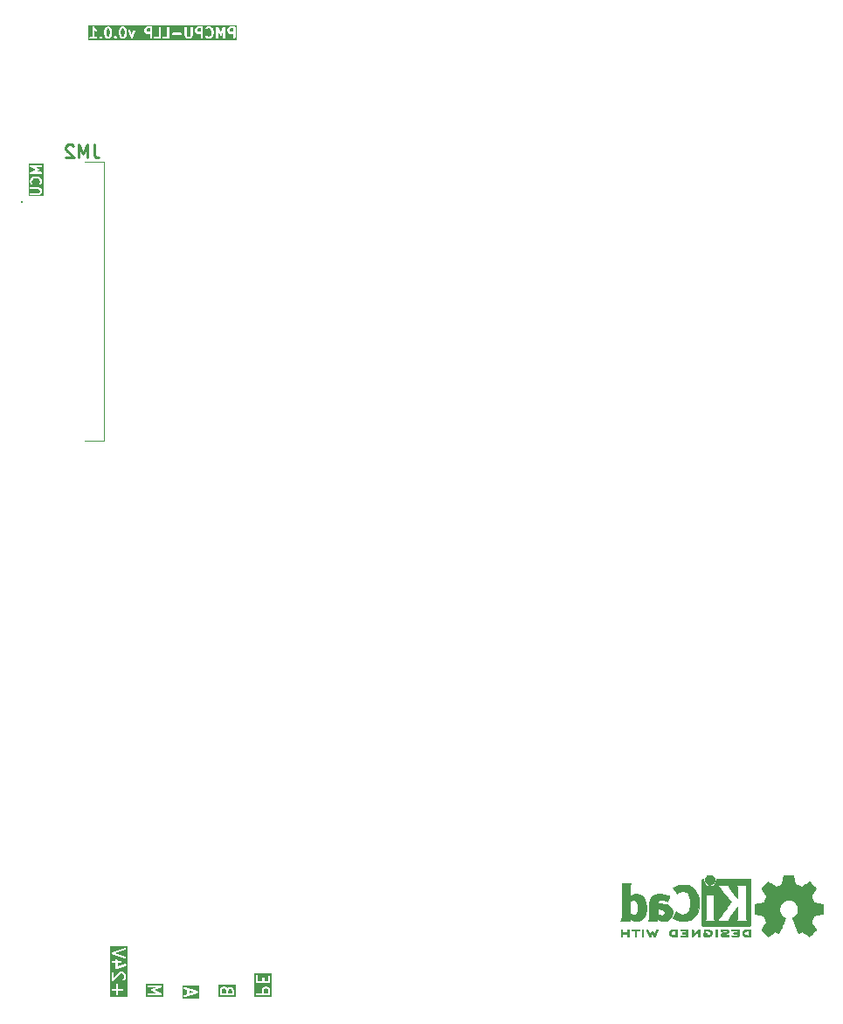
<source format=gbr>
%TF.GenerationSoftware,KiCad,Pcbnew,9.0.2*%
%TF.CreationDate,2025-07-01T09:19:31+03:00*%
%TF.ProjectId,PMCPU-LLP,504d4350-552d-44c4-9c50-2e6b69636164,rev?*%
%TF.SameCoordinates,Original*%
%TF.FileFunction,Legend,Bot*%
%TF.FilePolarity,Positive*%
%FSLAX46Y46*%
G04 Gerber Fmt 4.6, Leading zero omitted, Abs format (unit mm)*
G04 Created by KiCad (PCBNEW 9.0.2) date 2025-07-01 09:19:31*
%MOMM*%
%LPD*%
G01*
G04 APERTURE LIST*
%ADD10C,0.200000*%
%ADD11C,0.254000*%
%ADD12C,0.100000*%
%ADD13C,0.010000*%
G04 APERTURE END LIST*
D10*
G36*
X-29880040Y46417976D02*
G01*
X-29855371Y46393308D01*
X-29819918Y46322401D01*
X-29777947Y46154520D01*
X-29777947Y45941044D01*
X-29819918Y45773163D01*
X-29855371Y45702257D01*
X-29880040Y45677587D01*
X-29939649Y45647781D01*
X-29987673Y45647781D01*
X-30047283Y45677586D01*
X-30071950Y45702254D01*
X-30107405Y45773163D01*
X-30149375Y45941044D01*
X-30149375Y46154519D01*
X-30107405Y46322401D01*
X-30071951Y46393308D01*
X-30047283Y46417977D01*
X-29987673Y46447781D01*
X-29939649Y46447781D01*
X-29880040Y46417976D01*
G37*
G36*
X-28451469Y46417976D02*
G01*
X-28426800Y46393308D01*
X-28391347Y46322401D01*
X-28349376Y46154520D01*
X-28349376Y45941044D01*
X-28391347Y45773163D01*
X-28426800Y45702257D01*
X-28451469Y45677587D01*
X-28511078Y45647781D01*
X-28559102Y45647781D01*
X-28618712Y45677586D01*
X-28643379Y45702254D01*
X-28678834Y45773163D01*
X-28720804Y45941044D01*
X-28720804Y46154519D01*
X-28678834Y46322401D01*
X-28643380Y46393308D01*
X-28618712Y46417977D01*
X-28559102Y46447781D01*
X-28511078Y46447781D01*
X-28451469Y46417976D01*
G37*
G36*
X-25873185Y46123972D02*
G01*
X-26130530Y46123972D01*
X-26190140Y46153777D01*
X-26214808Y46178446D01*
X-26244613Y46238056D01*
X-26244613Y46333698D01*
X-26214808Y46393308D01*
X-26190140Y46417977D01*
X-26130530Y46447781D01*
X-25873185Y46447781D01*
X-25873185Y46123972D01*
G37*
G36*
X-20968423Y46123972D02*
G01*
X-21225768Y46123972D01*
X-21285378Y46153777D01*
X-21310046Y46178446D01*
X-21339851Y46238056D01*
X-21339851Y46333698D01*
X-21310046Y46393308D01*
X-21285378Y46417977D01*
X-21225768Y46447781D01*
X-20968423Y46447781D01*
X-20968423Y46123972D01*
G37*
G36*
X-17825566Y46123972D02*
G01*
X-18082911Y46123972D01*
X-18142521Y46153777D01*
X-18167189Y46178446D01*
X-18196994Y46238056D01*
X-18196994Y46333698D01*
X-18167189Y46393308D01*
X-18142521Y46417977D01*
X-18082911Y46447781D01*
X-17825566Y46447781D01*
X-17825566Y46123972D01*
G37*
G36*
X-17514455Y45336670D02*
G01*
X-31887136Y45336670D01*
X-31887136Y45567290D01*
X-31776025Y45567290D01*
X-31776025Y45528272D01*
X-31761093Y45492224D01*
X-31733503Y45464634D01*
X-31697455Y45449702D01*
X-31677946Y45447781D01*
X-31106518Y45447781D01*
X-31087009Y45449702D01*
X-31050961Y45464634D01*
X-31023371Y45492224D01*
X-31008439Y45528272D01*
X-31008439Y45567290D01*
X-31023371Y45603338D01*
X-31034942Y45614909D01*
X-30823645Y45614909D01*
X-30823645Y45575891D01*
X-30818055Y45562396D01*
X-30808713Y45539842D01*
X-30808709Y45539838D01*
X-30796277Y45524689D01*
X-30748658Y45477071D01*
X-30733505Y45464634D01*
X-30727092Y45461978D01*
X-30697456Y45449702D01*
X-30658438Y45449702D01*
X-30622390Y45464634D01*
X-30607236Y45477070D01*
X-30559618Y45524689D01*
X-30547181Y45539842D01*
X-30540429Y45556144D01*
X-30532250Y45575890D01*
X-30532249Y45614908D01*
X-30547180Y45650957D01*
X-30559617Y45666110D01*
X-30607236Y45713730D01*
X-30622389Y45726167D01*
X-30642881Y45734655D01*
X-30647017Y45736368D01*
X-30658438Y45741099D01*
X-30697456Y45741099D01*
X-30708014Y45736726D01*
X-30733504Y45726168D01*
X-30733505Y45726167D01*
X-30748659Y45713730D01*
X-30796277Y45666110D01*
X-30808714Y45650957D01*
X-30817673Y45629327D01*
X-30823645Y45614909D01*
X-31034942Y45614909D01*
X-31050961Y45630928D01*
X-31087009Y45645860D01*
X-31106518Y45647781D01*
X-31292232Y45647781D01*
X-31292232Y46258740D01*
X-31272467Y46238975D01*
X-31264801Y46232684D01*
X-31263068Y46230686D01*
X-31260057Y46228791D01*
X-31257313Y46226539D01*
X-31254876Y46225530D01*
X-31246477Y46220243D01*
X-31151240Y46172624D01*
X-31132931Y46165618D01*
X-31094011Y46162852D01*
X-31082080Y46166829D01*
X-30349375Y46166829D01*
X-30349375Y45928734D01*
X-30349040Y45925332D01*
X-30349257Y45923873D01*
X-30348178Y45916576D01*
X-30347454Y45909225D01*
X-30346890Y45907862D01*
X-30346389Y45904480D01*
X-30298770Y45714005D01*
X-30298257Y45712568D01*
X-30298205Y45711845D01*
X-30295097Y45703721D01*
X-30292175Y45695544D01*
X-30291745Y45694964D01*
X-30291199Y45693537D01*
X-30243580Y45598299D01*
X-30238297Y45589907D01*
X-30237285Y45587463D01*
X-30235029Y45584714D01*
X-30233137Y45581709D01*
X-30231143Y45579980D01*
X-30224848Y45572310D01*
X-30177230Y45524690D01*
X-30169562Y45518397D01*
X-30167830Y45516400D01*
X-30164822Y45514507D01*
X-30162076Y45512253D01*
X-30159636Y45511243D01*
X-30151239Y45505957D01*
X-30056002Y45458338D01*
X-30037693Y45451332D01*
X-30034110Y45451078D01*
X-30030789Y45449702D01*
X-30011280Y45447781D01*
X-29916042Y45447781D01*
X-29896533Y45449702D01*
X-29893213Y45451078D01*
X-29889629Y45451332D01*
X-29871321Y45458338D01*
X-29776083Y45505957D01*
X-29767688Y45511242D01*
X-29765246Y45512253D01*
X-29762499Y45514509D01*
X-29759493Y45516400D01*
X-29757763Y45518395D01*
X-29750093Y45524690D01*
X-29702474Y45572310D01*
X-29696182Y45579977D01*
X-29694185Y45581708D01*
X-29692292Y45584716D01*
X-29690037Y45587463D01*
X-29689026Y45589905D01*
X-29683742Y45598299D01*
X-29675437Y45614909D01*
X-29395074Y45614909D01*
X-29395074Y45575891D01*
X-29389484Y45562396D01*
X-29380142Y45539842D01*
X-29380138Y45539838D01*
X-29367706Y45524689D01*
X-29320087Y45477071D01*
X-29304934Y45464634D01*
X-29298521Y45461978D01*
X-29268885Y45449702D01*
X-29229867Y45449702D01*
X-29193819Y45464634D01*
X-29178665Y45477070D01*
X-29131047Y45524689D01*
X-29118610Y45539842D01*
X-29111858Y45556144D01*
X-29103679Y45575890D01*
X-29103678Y45614908D01*
X-29118609Y45650957D01*
X-29131046Y45666110D01*
X-29178665Y45713730D01*
X-29193818Y45726167D01*
X-29214310Y45734655D01*
X-29218446Y45736368D01*
X-29229867Y45741099D01*
X-29268885Y45741099D01*
X-29279443Y45736726D01*
X-29304933Y45726168D01*
X-29304934Y45726167D01*
X-29320088Y45713730D01*
X-29367706Y45666110D01*
X-29380143Y45650957D01*
X-29389102Y45629327D01*
X-29395074Y45614909D01*
X-29675437Y45614909D01*
X-29636123Y45693536D01*
X-29635577Y45694965D01*
X-29635147Y45695544D01*
X-29632226Y45703721D01*
X-29629117Y45711845D01*
X-29629066Y45712566D01*
X-29628552Y45714004D01*
X-29580933Y45904480D01*
X-29580433Y45907862D01*
X-29579868Y45909225D01*
X-29579145Y45916576D01*
X-29578065Y45923873D01*
X-29578283Y45925332D01*
X-29577947Y45928734D01*
X-29577947Y46166829D01*
X-28920804Y46166829D01*
X-28920804Y45928734D01*
X-28920469Y45925332D01*
X-28920686Y45923873D01*
X-28919607Y45916576D01*
X-28918883Y45909225D01*
X-28918319Y45907862D01*
X-28917818Y45904480D01*
X-28870199Y45714005D01*
X-28869686Y45712568D01*
X-28869634Y45711845D01*
X-28866526Y45703721D01*
X-28863604Y45695544D01*
X-28863174Y45694964D01*
X-28862628Y45693537D01*
X-28815009Y45598299D01*
X-28809726Y45589907D01*
X-28808714Y45587463D01*
X-28806458Y45584714D01*
X-28804566Y45581709D01*
X-28802572Y45579980D01*
X-28796277Y45572310D01*
X-28748659Y45524690D01*
X-28740991Y45518397D01*
X-28739259Y45516400D01*
X-28736251Y45514507D01*
X-28733505Y45512253D01*
X-28731065Y45511243D01*
X-28722668Y45505957D01*
X-28627431Y45458338D01*
X-28609122Y45451332D01*
X-28605539Y45451078D01*
X-28602218Y45449702D01*
X-28582709Y45447781D01*
X-28487471Y45447781D01*
X-28467962Y45449702D01*
X-28464642Y45451078D01*
X-28461058Y45451332D01*
X-28442750Y45458338D01*
X-28347512Y45505957D01*
X-28339117Y45511242D01*
X-28336675Y45512253D01*
X-28333928Y45514509D01*
X-28330922Y45516400D01*
X-28329192Y45518395D01*
X-28321522Y45524690D01*
X-28273903Y45572310D01*
X-28267611Y45579977D01*
X-28265614Y45581708D01*
X-28263721Y45584716D01*
X-28261466Y45587463D01*
X-28260455Y45589905D01*
X-28255171Y45598299D01*
X-28207552Y45693536D01*
X-28207006Y45694965D01*
X-28206576Y45695544D01*
X-28203655Y45703721D01*
X-28200546Y45711845D01*
X-28200495Y45712566D01*
X-28199981Y45714004D01*
X-28152362Y45904480D01*
X-28151862Y45907862D01*
X-28151297Y45909225D01*
X-28150574Y45916576D01*
X-28149494Y45923873D01*
X-28149712Y45925332D01*
X-28149376Y45928734D01*
X-28149376Y46166829D01*
X-28149712Y46170232D01*
X-28149494Y46171690D01*
X-28150574Y46178988D01*
X-28151297Y46186338D01*
X-28151862Y46187702D01*
X-28152362Y46191083D01*
X-28154550Y46199833D01*
X-28014969Y46199833D01*
X-28010216Y46180814D01*
X-27772121Y45514148D01*
X-27763751Y45496421D01*
X-27760381Y45492699D01*
X-27758233Y45488164D01*
X-27747382Y45478341D01*
X-27737564Y45467496D01*
X-27733032Y45465349D01*
X-27729307Y45461977D01*
X-27715517Y45457053D01*
X-27702302Y45450792D01*
X-27697292Y45450543D01*
X-27692562Y45448854D01*
X-27677941Y45449582D01*
X-27663332Y45448855D01*
X-27658607Y45450543D01*
X-27653592Y45450792D01*
X-27640366Y45457058D01*
X-27626587Y45461978D01*
X-27622867Y45465347D01*
X-27618330Y45467495D01*
X-27608508Y45478346D01*
X-27597661Y45488164D01*
X-27595514Y45492699D01*
X-27592143Y45496421D01*
X-27583773Y45514147D01*
X-27345678Y46180814D01*
X-27340925Y46199833D01*
X-27342863Y46238803D01*
X-27359566Y46274065D01*
X-27388492Y46300251D01*
X-27425237Y46313374D01*
X-27464207Y46311437D01*
X-27499469Y46294733D01*
X-27525656Y46265808D01*
X-27534026Y46248081D01*
X-27677947Y45845103D01*
X-27821868Y46248082D01*
X-27830238Y46265808D01*
X-27856425Y46294734D01*
X-27891687Y46311437D01*
X-27930657Y46313375D01*
X-27967402Y46300252D01*
X-27996328Y46274065D01*
X-28013031Y46238803D01*
X-28014969Y46199833D01*
X-28154550Y46199833D01*
X-28193918Y46357305D01*
X-26444613Y46357305D01*
X-26444613Y46214448D01*
X-26442692Y46194939D01*
X-26441317Y46191619D01*
X-26441062Y46188035D01*
X-26434056Y46169727D01*
X-26386437Y46074489D01*
X-26381152Y46066093D01*
X-26380141Y46063653D01*
X-26377888Y46060907D01*
X-26375994Y46057899D01*
X-26374000Y46056170D01*
X-26367705Y46048499D01*
X-26320086Y46000881D01*
X-26312420Y45994589D01*
X-26310687Y45992591D01*
X-26307679Y45990698D01*
X-26304933Y45988444D01*
X-26302493Y45987434D01*
X-26294096Y45982148D01*
X-26198859Y45934529D01*
X-26180550Y45927523D01*
X-26176967Y45927269D01*
X-26173646Y45925893D01*
X-26154137Y45923972D01*
X-25873185Y45923972D01*
X-25873185Y45547781D01*
X-25871264Y45528272D01*
X-25856332Y45492224D01*
X-25828742Y45464634D01*
X-25792694Y45449702D01*
X-25753676Y45449702D01*
X-25717628Y45464634D01*
X-25690038Y45492224D01*
X-25675106Y45528272D01*
X-25673185Y45547781D01*
X-25673185Y45567290D01*
X-25537930Y45567290D01*
X-25537930Y45528272D01*
X-25522998Y45492224D01*
X-25495408Y45464634D01*
X-25459360Y45449702D01*
X-25439851Y45447781D01*
X-24963661Y45447781D01*
X-24944152Y45449702D01*
X-24908104Y45464634D01*
X-24880514Y45492224D01*
X-24865582Y45528272D01*
X-24863661Y45547781D01*
X-24863661Y45567290D01*
X-24728406Y45567290D01*
X-24728406Y45528272D01*
X-24713474Y45492224D01*
X-24685884Y45464634D01*
X-24649836Y45449702D01*
X-24630327Y45447781D01*
X-24154137Y45447781D01*
X-24134628Y45449702D01*
X-24098580Y45464634D01*
X-24070990Y45492224D01*
X-24056058Y45528272D01*
X-24054137Y45547781D01*
X-24054137Y45948243D01*
X-23776025Y45948243D01*
X-23776025Y45909225D01*
X-23761093Y45873177D01*
X-23733503Y45845587D01*
X-23697455Y45830655D01*
X-23677946Y45828734D01*
X-22916042Y45828734D01*
X-22896533Y45830655D01*
X-22860485Y45845587D01*
X-22832895Y45873177D01*
X-22817963Y45909225D01*
X-22817963Y45948243D01*
X-22832895Y45984291D01*
X-22860485Y46011881D01*
X-22896533Y46026813D01*
X-22916042Y46028734D01*
X-23677946Y46028734D01*
X-23697455Y46026813D01*
X-23733503Y46011881D01*
X-23761093Y45984291D01*
X-23776025Y45948243D01*
X-24054137Y45948243D01*
X-24054137Y46547781D01*
X-22539851Y46547781D01*
X-22539851Y45738258D01*
X-22537930Y45718749D01*
X-22536555Y45715429D01*
X-22536300Y45711845D01*
X-22529294Y45693537D01*
X-22481675Y45598299D01*
X-22476392Y45589907D01*
X-22475380Y45587463D01*
X-22473124Y45584714D01*
X-22471232Y45581709D01*
X-22469238Y45579980D01*
X-22462943Y45572310D01*
X-22415325Y45524690D01*
X-22407657Y45518397D01*
X-22405925Y45516400D01*
X-22402917Y45514507D01*
X-22400171Y45512253D01*
X-22397731Y45511243D01*
X-22389334Y45505957D01*
X-22294097Y45458338D01*
X-22275788Y45451332D01*
X-22272205Y45451078D01*
X-22268884Y45449702D01*
X-22249375Y45447781D01*
X-22058899Y45447781D01*
X-22039390Y45449702D01*
X-22036070Y45451078D01*
X-22032486Y45451332D01*
X-22014178Y45458338D01*
X-21918940Y45505957D01*
X-21910545Y45511242D01*
X-21908103Y45512253D01*
X-21905356Y45514509D01*
X-21902350Y45516400D01*
X-21900620Y45518395D01*
X-21892950Y45524690D01*
X-21845331Y45572310D01*
X-21839039Y45579977D01*
X-21837042Y45581708D01*
X-21835149Y45584716D01*
X-21832894Y45587463D01*
X-21831883Y45589905D01*
X-21826599Y45598299D01*
X-21778980Y45693536D01*
X-21771974Y45711845D01*
X-21771720Y45715429D01*
X-21770344Y45718749D01*
X-21768423Y45738258D01*
X-21768423Y46357305D01*
X-21539851Y46357305D01*
X-21539851Y46214448D01*
X-21537930Y46194939D01*
X-21536555Y46191619D01*
X-21536300Y46188035D01*
X-21529294Y46169727D01*
X-21481675Y46074489D01*
X-21476390Y46066093D01*
X-21475379Y46063653D01*
X-21473126Y46060907D01*
X-21471232Y46057899D01*
X-21469238Y46056170D01*
X-21462943Y46048499D01*
X-21415324Y46000881D01*
X-21407658Y45994589D01*
X-21405925Y45992591D01*
X-21402917Y45990698D01*
X-21400171Y45988444D01*
X-21397731Y45987434D01*
X-21389334Y45982148D01*
X-21294097Y45934529D01*
X-21275788Y45927523D01*
X-21272205Y45927269D01*
X-21268884Y45925893D01*
X-21249375Y45923972D01*
X-20968423Y45923972D01*
X-20968423Y45547781D01*
X-20966502Y45528272D01*
X-20951570Y45492224D01*
X-20923980Y45464634D01*
X-20887932Y45449702D01*
X-20848914Y45449702D01*
X-20812866Y45464634D01*
X-20785276Y45492224D01*
X-20770344Y45528272D01*
X-20768423Y45547781D01*
X-20768423Y46472052D01*
X-20537930Y46472052D01*
X-20537930Y46433034D01*
X-20522998Y46396986D01*
X-20495408Y46369396D01*
X-20459360Y46354464D01*
X-20420342Y46354464D01*
X-20384294Y46369396D01*
X-20369140Y46381832D01*
X-20338214Y46412760D01*
X-20233149Y46447781D01*
X-20170364Y46447781D01*
X-20065300Y46412760D01*
X-19998227Y46345687D01*
X-19962775Y46274782D01*
X-19920804Y46106901D01*
X-19920804Y45988663D01*
X-19962775Y45820782D01*
X-19998228Y45749876D01*
X-20065299Y45682803D01*
X-20170364Y45647781D01*
X-20233149Y45647781D01*
X-20338214Y45682803D01*
X-20369140Y45713730D01*
X-20384293Y45726167D01*
X-20420341Y45741098D01*
X-20459359Y45741099D01*
X-20495408Y45726168D01*
X-20522998Y45698578D01*
X-20537929Y45662530D01*
X-20537930Y45623512D01*
X-20522999Y45587463D01*
X-20510562Y45572310D01*
X-20462944Y45524690D01*
X-20447790Y45512253D01*
X-20444471Y45510878D01*
X-20441755Y45508523D01*
X-20423855Y45500532D01*
X-20280998Y45452913D01*
X-20271326Y45450714D01*
X-20268884Y45449702D01*
X-20265347Y45449354D01*
X-20261883Y45448566D01*
X-20259249Y45448754D01*
X-20249375Y45447781D01*
X-20154137Y45447781D01*
X-20144264Y45448754D01*
X-20141630Y45448566D01*
X-20138167Y45449354D01*
X-20134628Y45449702D01*
X-20132186Y45450714D01*
X-20122514Y45452913D01*
X-19979658Y45500532D01*
X-19961757Y45508523D01*
X-19959042Y45510878D01*
X-19955722Y45512253D01*
X-19940569Y45524690D01*
X-19845331Y45619929D01*
X-19839039Y45627596D01*
X-19837042Y45629327D01*
X-19835149Y45632335D01*
X-19832894Y45635082D01*
X-19831883Y45637524D01*
X-19826599Y45645918D01*
X-19778980Y45741155D01*
X-19778434Y45742584D01*
X-19778004Y45743163D01*
X-19775083Y45751340D01*
X-19771974Y45759464D01*
X-19771923Y45760185D01*
X-19771409Y45761623D01*
X-19723790Y45952099D01*
X-19723290Y45955481D01*
X-19722725Y45956844D01*
X-19722002Y45964195D01*
X-19720922Y45971492D01*
X-19721140Y45972951D01*
X-19720804Y45976353D01*
X-19720804Y46119210D01*
X-19721140Y46122613D01*
X-19720922Y46124071D01*
X-19722002Y46131369D01*
X-19722725Y46138719D01*
X-19723290Y46140083D01*
X-19723790Y46143464D01*
X-19771409Y46333940D01*
X-19771923Y46335379D01*
X-19771974Y46336099D01*
X-19775083Y46344224D01*
X-19778004Y46352400D01*
X-19778434Y46352980D01*
X-19778980Y46354408D01*
X-19826599Y46449645D01*
X-19831886Y46458044D01*
X-19832895Y46460481D01*
X-19835147Y46463225D01*
X-19837042Y46466236D01*
X-19839040Y46467969D01*
X-19845331Y46475635D01*
X-19917477Y46547781D01*
X-19492232Y46547781D01*
X-19492232Y45547781D01*
X-19490311Y45528272D01*
X-19475379Y45492224D01*
X-19447789Y45464634D01*
X-19411741Y45449702D01*
X-19372723Y45449702D01*
X-19336675Y45464634D01*
X-19309085Y45492224D01*
X-19294153Y45528272D01*
X-19292232Y45547781D01*
X-19292232Y46097025D01*
X-19149517Y45791207D01*
X-19145285Y45784062D01*
X-19144405Y45781644D01*
X-19142840Y45779935D01*
X-19139526Y45774341D01*
X-19128316Y45764075D01*
X-19118054Y45752869D01*
X-19114029Y45750991D01*
X-19110751Y45747989D01*
X-19096469Y45742796D01*
X-19082696Y45736368D01*
X-19078257Y45736173D01*
X-19074082Y45734655D01*
X-19058899Y45735323D01*
X-19043716Y45734655D01*
X-19039543Y45736173D01*
X-19035101Y45736368D01*
X-19021317Y45742801D01*
X-19007047Y45747990D01*
X-19003774Y45750988D01*
X-18999744Y45752868D01*
X-18989475Y45764083D01*
X-18978272Y45774341D01*
X-18974961Y45779932D01*
X-18973392Y45781644D01*
X-18972512Y45784066D01*
X-18968281Y45791207D01*
X-18825566Y46097026D01*
X-18825566Y45547781D01*
X-18823645Y45528272D01*
X-18808713Y45492224D01*
X-18781123Y45464634D01*
X-18745075Y45449702D01*
X-18706057Y45449702D01*
X-18670009Y45464634D01*
X-18642419Y45492224D01*
X-18627487Y45528272D01*
X-18625566Y45547781D01*
X-18625566Y46357305D01*
X-18396994Y46357305D01*
X-18396994Y46214448D01*
X-18395073Y46194939D01*
X-18393698Y46191619D01*
X-18393443Y46188035D01*
X-18386437Y46169727D01*
X-18338818Y46074489D01*
X-18333533Y46066093D01*
X-18332522Y46063653D01*
X-18330269Y46060907D01*
X-18328375Y46057899D01*
X-18326381Y46056170D01*
X-18320086Y46048499D01*
X-18272467Y46000881D01*
X-18264801Y45994589D01*
X-18263068Y45992591D01*
X-18260060Y45990698D01*
X-18257314Y45988444D01*
X-18254874Y45987434D01*
X-18246477Y45982148D01*
X-18151240Y45934529D01*
X-18132931Y45927523D01*
X-18129348Y45927269D01*
X-18126027Y45925893D01*
X-18106518Y45923972D01*
X-17825566Y45923972D01*
X-17825566Y45547781D01*
X-17823645Y45528272D01*
X-17808713Y45492224D01*
X-17781123Y45464634D01*
X-17745075Y45449702D01*
X-17706057Y45449702D01*
X-17670009Y45464634D01*
X-17642419Y45492224D01*
X-17627487Y45528272D01*
X-17625566Y45547781D01*
X-17625566Y46547781D01*
X-17627487Y46567290D01*
X-17642419Y46603338D01*
X-17670009Y46630928D01*
X-17706057Y46645860D01*
X-17725566Y46647781D01*
X-18106518Y46647781D01*
X-18126027Y46645860D01*
X-18129348Y46644485D01*
X-18132931Y46644230D01*
X-18151240Y46637224D01*
X-18246477Y46589605D01*
X-18254874Y46584320D01*
X-18257314Y46583309D01*
X-18260060Y46581056D01*
X-18263068Y46579162D01*
X-18264801Y46577165D01*
X-18272467Y46570872D01*
X-18320086Y46523254D01*
X-18326381Y46515584D01*
X-18328375Y46513854D01*
X-18330269Y46510847D01*
X-18332522Y46508100D01*
X-18333533Y46505661D01*
X-18338818Y46497264D01*
X-18386437Y46402026D01*
X-18393443Y46383718D01*
X-18393698Y46380135D01*
X-18395073Y46376814D01*
X-18396994Y46357305D01*
X-18625566Y46357305D01*
X-18625566Y46547781D01*
X-18626829Y46560605D01*
X-18626725Y46562964D01*
X-18627186Y46564232D01*
X-18627487Y46567290D01*
X-18634128Y46583321D01*
X-18640059Y46599633D01*
X-18641566Y46601279D01*
X-18642419Y46603338D01*
X-18654681Y46615600D01*
X-18666411Y46628409D01*
X-18668435Y46629354D01*
X-18670009Y46630928D01*
X-18686025Y46637563D01*
X-18701768Y46644909D01*
X-18703998Y46645007D01*
X-18706057Y46645860D01*
X-18723409Y46645860D01*
X-18740749Y46646622D01*
X-18742845Y46645860D01*
X-18745075Y46645860D01*
X-18761106Y46639220D01*
X-18777418Y46633288D01*
X-18779064Y46631782D01*
X-18781123Y46630928D01*
X-18793391Y46618661D01*
X-18806193Y46606936D01*
X-18807760Y46604292D01*
X-18808713Y46603338D01*
X-18809617Y46601157D01*
X-18816184Y46590070D01*
X-19058900Y46069967D01*
X-19301614Y46590070D01*
X-19308182Y46601157D01*
X-19309085Y46603338D01*
X-19310039Y46604292D01*
X-19311605Y46606936D01*
X-19324402Y46618655D01*
X-19336675Y46630928D01*
X-19338737Y46631782D01*
X-19340380Y46633287D01*
X-19356682Y46639216D01*
X-19372723Y46645860D01*
X-19374954Y46645860D01*
X-19377049Y46646622D01*
X-19394389Y46645860D01*
X-19411741Y46645860D01*
X-19413801Y46645007D01*
X-19416029Y46644909D01*
X-19431760Y46637568D01*
X-19447789Y46630928D01*
X-19449366Y46629352D01*
X-19451387Y46628408D01*
X-19463106Y46615612D01*
X-19475379Y46603338D01*
X-19476233Y46601277D01*
X-19477738Y46599633D01*
X-19483667Y46583332D01*
X-19490311Y46567290D01*
X-19490613Y46564232D01*
X-19491073Y46562964D01*
X-19490970Y46560605D01*
X-19492232Y46547781D01*
X-19917477Y46547781D01*
X-19940569Y46570873D01*
X-19955723Y46583309D01*
X-19959042Y46584684D01*
X-19961757Y46587039D01*
X-19979658Y46595030D01*
X-20122514Y46642649D01*
X-20132186Y46644849D01*
X-20134628Y46645860D01*
X-20138167Y46646209D01*
X-20141630Y46646996D01*
X-20144264Y46646809D01*
X-20154137Y46647781D01*
X-20249375Y46647781D01*
X-20259249Y46646809D01*
X-20261883Y46646996D01*
X-20265347Y46646209D01*
X-20268884Y46645860D01*
X-20271326Y46644849D01*
X-20280998Y46642649D01*
X-20423855Y46595030D01*
X-20441755Y46587039D01*
X-20444471Y46584684D01*
X-20447790Y46583309D01*
X-20462943Y46570872D01*
X-20510562Y46523254D01*
X-20522998Y46508100D01*
X-20537930Y46472052D01*
X-20768423Y46472052D01*
X-20768423Y46547781D01*
X-20770344Y46567290D01*
X-20785276Y46603338D01*
X-20812866Y46630928D01*
X-20848914Y46645860D01*
X-20868423Y46647781D01*
X-21249375Y46647781D01*
X-21268884Y46645860D01*
X-21272205Y46644485D01*
X-21275788Y46644230D01*
X-21294097Y46637224D01*
X-21389334Y46589605D01*
X-21397731Y46584320D01*
X-21400171Y46583309D01*
X-21402917Y46581056D01*
X-21405925Y46579162D01*
X-21407658Y46577165D01*
X-21415324Y46570872D01*
X-21462943Y46523254D01*
X-21469238Y46515584D01*
X-21471232Y46513854D01*
X-21473126Y46510847D01*
X-21475379Y46508100D01*
X-21476390Y46505661D01*
X-21481675Y46497264D01*
X-21529294Y46402026D01*
X-21536300Y46383718D01*
X-21536555Y46380135D01*
X-21537930Y46376814D01*
X-21539851Y46357305D01*
X-21768423Y46357305D01*
X-21768423Y46547781D01*
X-21770344Y46567290D01*
X-21785276Y46603338D01*
X-21812866Y46630928D01*
X-21848914Y46645860D01*
X-21887932Y46645860D01*
X-21923980Y46630928D01*
X-21951570Y46603338D01*
X-21966502Y46567290D01*
X-21968423Y46547781D01*
X-21968423Y45761865D01*
X-21998228Y45702257D01*
X-22022897Y45677587D01*
X-22082506Y45647781D01*
X-22225768Y45647781D01*
X-22285378Y45677586D01*
X-22310045Y45702254D01*
X-22339851Y45761866D01*
X-22339851Y46547781D01*
X-22341772Y46567290D01*
X-22356704Y46603338D01*
X-22384294Y46630928D01*
X-22420342Y46645860D01*
X-22459360Y46645860D01*
X-22495408Y46630928D01*
X-22522998Y46603338D01*
X-22537930Y46567290D01*
X-22539851Y46547781D01*
X-24054137Y46547781D01*
X-24056058Y46567290D01*
X-24070990Y46603338D01*
X-24098580Y46630928D01*
X-24134628Y46645860D01*
X-24173646Y46645860D01*
X-24209694Y46630928D01*
X-24237284Y46603338D01*
X-24252216Y46567290D01*
X-24254137Y46547781D01*
X-24254137Y45647781D01*
X-24630327Y45647781D01*
X-24649836Y45645860D01*
X-24685884Y45630928D01*
X-24713474Y45603338D01*
X-24728406Y45567290D01*
X-24863661Y45567290D01*
X-24863661Y46547781D01*
X-24865582Y46567290D01*
X-24880514Y46603338D01*
X-24908104Y46630928D01*
X-24944152Y46645860D01*
X-24983170Y46645860D01*
X-25019218Y46630928D01*
X-25046808Y46603338D01*
X-25061740Y46567290D01*
X-25063661Y46547781D01*
X-25063661Y45647781D01*
X-25439851Y45647781D01*
X-25459360Y45645860D01*
X-25495408Y45630928D01*
X-25522998Y45603338D01*
X-25537930Y45567290D01*
X-25673185Y45567290D01*
X-25673185Y46547781D01*
X-25675106Y46567290D01*
X-25690038Y46603338D01*
X-25717628Y46630928D01*
X-25753676Y46645860D01*
X-25773185Y46647781D01*
X-26154137Y46647781D01*
X-26173646Y46645860D01*
X-26176967Y46644485D01*
X-26180550Y46644230D01*
X-26198859Y46637224D01*
X-26294096Y46589605D01*
X-26302493Y46584320D01*
X-26304933Y46583309D01*
X-26307679Y46581056D01*
X-26310687Y46579162D01*
X-26312420Y46577165D01*
X-26320086Y46570872D01*
X-26367705Y46523254D01*
X-26374000Y46515584D01*
X-26375994Y46513854D01*
X-26377888Y46510847D01*
X-26380141Y46508100D01*
X-26381152Y46505661D01*
X-26386437Y46497264D01*
X-26434056Y46402026D01*
X-26441062Y46383718D01*
X-26441317Y46380135D01*
X-26442692Y46376814D01*
X-26444613Y46357305D01*
X-28193918Y46357305D01*
X-28199981Y46381559D01*
X-28200495Y46382998D01*
X-28200546Y46383718D01*
X-28203655Y46391843D01*
X-28206576Y46400019D01*
X-28207006Y46400599D01*
X-28207552Y46402027D01*
X-28255171Y46497264D01*
X-28260457Y46505661D01*
X-28261467Y46508101D01*
X-28263721Y46510847D01*
X-28265614Y46513855D01*
X-28267612Y46515588D01*
X-28273904Y46523254D01*
X-28321522Y46570873D01*
X-28329193Y46577168D01*
X-28330922Y46579162D01*
X-28333930Y46581056D01*
X-28336676Y46583309D01*
X-28339116Y46584320D01*
X-28347512Y46589605D01*
X-28442750Y46637224D01*
X-28461058Y46644230D01*
X-28464642Y46644485D01*
X-28467962Y46645860D01*
X-28487471Y46647781D01*
X-28582709Y46647781D01*
X-28602218Y46645860D01*
X-28605539Y46644485D01*
X-28609122Y46644230D01*
X-28627431Y46637224D01*
X-28722668Y46589605D01*
X-28731065Y46584320D01*
X-28733505Y46583309D01*
X-28736251Y46581056D01*
X-28739259Y46579162D01*
X-28740992Y46577165D01*
X-28748658Y46570872D01*
X-28796277Y46523254D01*
X-28802572Y46515584D01*
X-28804566Y46513854D01*
X-28806460Y46510847D01*
X-28808713Y46508100D01*
X-28809724Y46505661D01*
X-28815009Y46497264D01*
X-28862628Y46402026D01*
X-28863174Y46400600D01*
X-28863604Y46400019D01*
X-28866526Y46391843D01*
X-28869634Y46383718D01*
X-28869686Y46382996D01*
X-28870199Y46381558D01*
X-28917818Y46191083D01*
X-28918319Y46187702D01*
X-28918883Y46186338D01*
X-28919607Y46178988D01*
X-28920686Y46171690D01*
X-28920469Y46170232D01*
X-28920804Y46166829D01*
X-29577947Y46166829D01*
X-29578283Y46170232D01*
X-29578065Y46171690D01*
X-29579145Y46178988D01*
X-29579868Y46186338D01*
X-29580433Y46187702D01*
X-29580933Y46191083D01*
X-29628552Y46381559D01*
X-29629066Y46382998D01*
X-29629117Y46383718D01*
X-29632226Y46391843D01*
X-29635147Y46400019D01*
X-29635577Y46400599D01*
X-29636123Y46402027D01*
X-29683742Y46497264D01*
X-29689028Y46505661D01*
X-29690038Y46508101D01*
X-29692292Y46510847D01*
X-29694185Y46513855D01*
X-29696183Y46515588D01*
X-29702475Y46523254D01*
X-29750093Y46570873D01*
X-29757764Y46577168D01*
X-29759493Y46579162D01*
X-29762501Y46581056D01*
X-29765247Y46583309D01*
X-29767687Y46584320D01*
X-29776083Y46589605D01*
X-29871321Y46637224D01*
X-29889629Y46644230D01*
X-29893213Y46644485D01*
X-29896533Y46645860D01*
X-29916042Y46647781D01*
X-30011280Y46647781D01*
X-30030789Y46645860D01*
X-30034110Y46644485D01*
X-30037693Y46644230D01*
X-30056002Y46637224D01*
X-30151239Y46589605D01*
X-30159636Y46584320D01*
X-30162076Y46583309D01*
X-30164822Y46581056D01*
X-30167830Y46579162D01*
X-30169563Y46577165D01*
X-30177229Y46570872D01*
X-30224848Y46523254D01*
X-30231143Y46515584D01*
X-30233137Y46513854D01*
X-30235031Y46510847D01*
X-30237284Y46508100D01*
X-30238295Y46505661D01*
X-30243580Y46497264D01*
X-30291199Y46402026D01*
X-30291745Y46400600D01*
X-30292175Y46400019D01*
X-30295097Y46391843D01*
X-30298205Y46383718D01*
X-30298257Y46382996D01*
X-30298770Y46381558D01*
X-30346389Y46191083D01*
X-30346890Y46187702D01*
X-30347454Y46186338D01*
X-30348178Y46178988D01*
X-30349257Y46171690D01*
X-30349040Y46170232D01*
X-30349375Y46166829D01*
X-31082080Y46166829D01*
X-31056995Y46175191D01*
X-31027518Y46200756D01*
X-31010069Y46235654D01*
X-31007304Y46274574D01*
X-31019642Y46311590D01*
X-31045207Y46341067D01*
X-31061797Y46351510D01*
X-31142519Y46391871D01*
X-31219283Y46468635D01*
X-31309027Y46603251D01*
X-31309072Y46603306D01*
X-31309085Y46603338D01*
X-31309159Y46603412D01*
X-31321447Y46618418D01*
X-31329676Y46623929D01*
X-31336675Y46630928D01*
X-31345727Y46634678D01*
X-31353867Y46640129D01*
X-31363575Y46642071D01*
X-31372723Y46645860D01*
X-31382522Y46645860D01*
X-31392127Y46647781D01*
X-31401838Y46645860D01*
X-31411741Y46645860D01*
X-31420794Y46642111D01*
X-31430404Y46640209D01*
X-31438643Y46634717D01*
X-31447789Y46630928D01*
X-31454716Y46624002D01*
X-31462869Y46618566D01*
X-31468380Y46610338D01*
X-31475379Y46603338D01*
X-31479129Y46594287D01*
X-31484580Y46586146D01*
X-31486522Y46576439D01*
X-31490311Y46567290D01*
X-31492212Y46547988D01*
X-31492232Y46547886D01*
X-31492226Y46547852D01*
X-31492232Y46547781D01*
X-31492232Y45647781D01*
X-31677946Y45647781D01*
X-31697455Y45645860D01*
X-31733503Y45630928D01*
X-31761093Y45603338D01*
X-31776025Y45567290D01*
X-31887136Y45567290D01*
X-31887136Y46758892D01*
X-17514455Y46758892D01*
X-17514455Y45336670D01*
G37*
G36*
X-21660970Y-46854136D02*
G01*
X-22101886Y-47001108D01*
X-22101886Y-46707164D01*
X-21660970Y-46854136D01*
G37*
G36*
X-21112195Y-47486684D02*
G01*
X-22777291Y-47486684D01*
X-22777291Y-46441629D01*
X-22643958Y-46441629D01*
X-22641192Y-46480549D01*
X-22623742Y-46515448D01*
X-22594266Y-46541013D01*
X-22576366Y-46549004D01*
X-22301886Y-46640497D01*
X-22301886Y-47067774D01*
X-22576366Y-47159268D01*
X-22594266Y-47167259D01*
X-22623742Y-47192824D01*
X-22641192Y-47227723D01*
X-22643958Y-47266643D01*
X-22631620Y-47303659D01*
X-22606055Y-47333135D01*
X-22571156Y-47350585D01*
X-22532236Y-47353351D01*
X-22513120Y-47349004D01*
X-21313120Y-46949004D01*
X-21295220Y-46941013D01*
X-21289820Y-46936328D01*
X-21283432Y-46933135D01*
X-21275219Y-46923665D01*
X-21265744Y-46915448D01*
X-21262550Y-46909058D01*
X-21257866Y-46903659D01*
X-21253901Y-46891761D01*
X-21248294Y-46880549D01*
X-21247788Y-46873421D01*
X-21245528Y-46866643D01*
X-21246417Y-46854136D01*
X-21245528Y-46841629D01*
X-21247788Y-46834850D01*
X-21248294Y-46827723D01*
X-21253901Y-46816510D01*
X-21257866Y-46804613D01*
X-21262550Y-46799213D01*
X-21265744Y-46792824D01*
X-21275219Y-46784606D01*
X-21283432Y-46775137D01*
X-21289820Y-46771943D01*
X-21295220Y-46767259D01*
X-21313120Y-46759268D01*
X-22513120Y-46359268D01*
X-22532236Y-46354921D01*
X-22571156Y-46357687D01*
X-22606055Y-46375137D01*
X-22631620Y-46404613D01*
X-22643958Y-46441629D01*
X-22777291Y-46441629D01*
X-22777291Y-46221588D01*
X-21112195Y-46221588D01*
X-21112195Y-47486684D01*
G37*
G36*
X-28055052Y-47314119D02*
G01*
X-29778076Y-47314119D01*
X-29778076Y-46606055D01*
X-29642822Y-46606055D01*
X-29642822Y-46645073D01*
X-29627890Y-46681121D01*
X-29600300Y-46708711D01*
X-29564252Y-46723643D01*
X-29544743Y-46725564D01*
X-29187600Y-46725564D01*
X-29187600Y-47082707D01*
X-29185679Y-47102216D01*
X-29170747Y-47138264D01*
X-29143157Y-47165854D01*
X-29107109Y-47180786D01*
X-29068091Y-47180786D01*
X-29032043Y-47165854D01*
X-29004453Y-47138264D01*
X-28989521Y-47102216D01*
X-28987600Y-47082707D01*
X-28987600Y-46725564D01*
X-28630458Y-46725564D01*
X-28610949Y-46723643D01*
X-28574901Y-46708711D01*
X-28547311Y-46681121D01*
X-28532379Y-46645073D01*
X-28532379Y-46606055D01*
X-28547311Y-46570007D01*
X-28574901Y-46542417D01*
X-28610949Y-46527485D01*
X-28630458Y-46525564D01*
X-28987600Y-46525564D01*
X-28987600Y-46168422D01*
X-28989521Y-46148913D01*
X-29004453Y-46112865D01*
X-29032043Y-46085275D01*
X-29068091Y-46070343D01*
X-29107109Y-46070343D01*
X-29143157Y-46085275D01*
X-29170747Y-46112865D01*
X-29185679Y-46148913D01*
X-29187600Y-46168422D01*
X-29187600Y-46525564D01*
X-29544743Y-46525564D01*
X-29564252Y-46527485D01*
X-29600300Y-46542417D01*
X-29627890Y-46570007D01*
X-29642822Y-46606055D01*
X-29778076Y-46606055D01*
X-29778076Y-44968422D01*
X-29644743Y-44968422D01*
X-29644743Y-45711279D01*
X-29642822Y-45730788D01*
X-29627890Y-45766836D01*
X-29600300Y-45794426D01*
X-29564252Y-45809358D01*
X-29525234Y-45809358D01*
X-29489186Y-45794426D01*
X-29474032Y-45781990D01*
X-28805010Y-45112967D01*
X-28671373Y-45068422D01*
X-28596922Y-45068422D01*
X-28518266Y-45107750D01*
X-28484073Y-45141942D01*
X-28444743Y-45220599D01*
X-28444743Y-45459101D01*
X-28484073Y-45537758D01*
X-28529740Y-45583425D01*
X-28542176Y-45598579D01*
X-28557108Y-45634627D01*
X-28557108Y-45673645D01*
X-28542176Y-45709693D01*
X-28514586Y-45737283D01*
X-28478538Y-45752215D01*
X-28439520Y-45752215D01*
X-28403472Y-45737283D01*
X-28388318Y-45724847D01*
X-28331176Y-45667704D01*
X-28324884Y-45660037D01*
X-28322886Y-45658305D01*
X-28320992Y-45655295D01*
X-28318739Y-45652551D01*
X-28317729Y-45650112D01*
X-28312443Y-45641715D01*
X-28255300Y-45527429D01*
X-28248294Y-45509121D01*
X-28248040Y-45505537D01*
X-28246664Y-45502217D01*
X-28244743Y-45482708D01*
X-28244743Y-45196993D01*
X-28246664Y-45177484D01*
X-28248040Y-45174163D01*
X-28248294Y-45170580D01*
X-28255300Y-45152272D01*
X-28312443Y-45037986D01*
X-28317729Y-45029588D01*
X-28318739Y-45027150D01*
X-28320992Y-45024405D01*
X-28322886Y-45021396D01*
X-28324884Y-45019663D01*
X-28331176Y-45011997D01*
X-28388318Y-44954854D01*
X-28395985Y-44948562D01*
X-28397717Y-44946565D01*
X-28400729Y-44944669D01*
X-28403472Y-44942418D01*
X-28405909Y-44941408D01*
X-28414307Y-44936122D01*
X-28528594Y-44878979D01*
X-28546902Y-44871973D01*
X-28550486Y-44871718D01*
X-28553806Y-44870343D01*
X-28573315Y-44868422D01*
X-28687600Y-44868422D01*
X-28697474Y-44869394D01*
X-28700107Y-44869207D01*
X-28703571Y-44869994D01*
X-28707109Y-44870343D01*
X-28709552Y-44871354D01*
X-28719223Y-44873554D01*
X-28890652Y-44930697D01*
X-28908552Y-44938688D01*
X-28911268Y-44941043D01*
X-28914586Y-44942418D01*
X-28929740Y-44954854D01*
X-29444743Y-45469857D01*
X-29444743Y-44968422D01*
X-29446664Y-44948913D01*
X-29461596Y-44912865D01*
X-29489186Y-44885275D01*
X-29525234Y-44870343D01*
X-29564252Y-44870343D01*
X-29600300Y-44885275D01*
X-29627890Y-44912865D01*
X-29642822Y-44948913D01*
X-29644743Y-44968422D01*
X-29778076Y-44968422D01*
X-29778076Y-43920342D01*
X-29642822Y-43920342D01*
X-29642822Y-43959360D01*
X-29627890Y-43995408D01*
X-29600300Y-44022998D01*
X-29564252Y-44037930D01*
X-29544743Y-44039851D01*
X-29244743Y-44039851D01*
X-29244743Y-44511279D01*
X-29243771Y-44521152D01*
X-29243958Y-44523786D01*
X-29243325Y-44525687D01*
X-29242822Y-44530788D01*
X-29236690Y-44545592D01*
X-29231620Y-44560802D01*
X-29229265Y-44563517D01*
X-29227890Y-44566836D01*
X-29216560Y-44578166D01*
X-29206055Y-44590278D01*
X-29202841Y-44591885D01*
X-29200300Y-44594426D01*
X-29185492Y-44600560D01*
X-29171156Y-44607728D01*
X-29167573Y-44607982D01*
X-29164252Y-44609358D01*
X-29148220Y-44609358D01*
X-29132236Y-44610494D01*
X-29127240Y-44609358D01*
X-29125234Y-44609358D01*
X-29122792Y-44608346D01*
X-29113120Y-44606147D01*
X-28255977Y-44320433D01*
X-28238077Y-44312442D01*
X-28208601Y-44286877D01*
X-28191151Y-44251978D01*
X-28188385Y-44213058D01*
X-28200723Y-44176042D01*
X-28226288Y-44146566D01*
X-28261187Y-44129116D01*
X-28300107Y-44126350D01*
X-28319223Y-44130697D01*
X-29044743Y-44372536D01*
X-29044743Y-44039851D01*
X-28744743Y-44039851D01*
X-28725234Y-44037930D01*
X-28689186Y-44022998D01*
X-28661596Y-43995408D01*
X-28646664Y-43959360D01*
X-28646664Y-43920342D01*
X-28661596Y-43884294D01*
X-28689186Y-43856704D01*
X-28725234Y-43841772D01*
X-28744743Y-43839851D01*
X-29044743Y-43839851D01*
X-29044743Y-43768422D01*
X-29046664Y-43748913D01*
X-29061596Y-43712865D01*
X-29089186Y-43685275D01*
X-29125234Y-43670343D01*
X-29164252Y-43670343D01*
X-29200300Y-43685275D01*
X-29227890Y-43712865D01*
X-29242822Y-43748913D01*
X-29244743Y-43768422D01*
X-29244743Y-43839851D01*
X-29544743Y-43839851D01*
X-29564252Y-43841772D01*
X-29600300Y-43856704D01*
X-29627890Y-43884294D01*
X-29642822Y-43920342D01*
X-29778076Y-43920342D01*
X-29778076Y-43070201D01*
X-29643958Y-43070201D01*
X-29643070Y-43082708D01*
X-29643958Y-43095215D01*
X-29641699Y-43101993D01*
X-29641192Y-43109121D01*
X-29635586Y-43120333D01*
X-29631620Y-43132231D01*
X-29626937Y-43137630D01*
X-29623742Y-43144020D01*
X-29614271Y-43152235D01*
X-29606055Y-43161707D01*
X-29599666Y-43164901D01*
X-29594266Y-43169585D01*
X-29576366Y-43177576D01*
X-28376366Y-43577576D01*
X-28357251Y-43581923D01*
X-28318330Y-43579157D01*
X-28283432Y-43561707D01*
X-28257866Y-43532231D01*
X-28245528Y-43495215D01*
X-28248294Y-43456295D01*
X-28265744Y-43421396D01*
X-28295220Y-43395831D01*
X-28313120Y-43387840D01*
X-29228516Y-43082708D01*
X-28313120Y-42777576D01*
X-28295220Y-42769585D01*
X-28265744Y-42744020D01*
X-28248294Y-42709121D01*
X-28245528Y-42670201D01*
X-28257866Y-42633185D01*
X-28283432Y-42603709D01*
X-28318330Y-42586259D01*
X-28357251Y-42583493D01*
X-28376366Y-42587840D01*
X-29576366Y-42987840D01*
X-29594266Y-42995831D01*
X-29599666Y-43000514D01*
X-29606055Y-43003709D01*
X-29614271Y-43013180D01*
X-29623742Y-43021396D01*
X-29626937Y-43027785D01*
X-29631620Y-43033185D01*
X-29635586Y-43045082D01*
X-29641192Y-43056295D01*
X-29641699Y-43063422D01*
X-29643958Y-43070201D01*
X-29778076Y-43070201D01*
X-29778076Y-42450160D01*
X-28055052Y-42450160D01*
X-28055052Y-47314119D01*
G37*
G36*
X-14518266Y-46536321D02*
G01*
X-14484073Y-46570513D01*
X-14444743Y-46649170D01*
X-14444743Y-46982707D01*
X-14873315Y-46982707D01*
X-14873315Y-46649172D01*
X-14833987Y-46570515D01*
X-14799794Y-46536321D01*
X-14721135Y-46496993D01*
X-14596922Y-46496993D01*
X-14518266Y-46536321D01*
G37*
G36*
X-14111410Y-47316040D02*
G01*
X-15778076Y-47316040D01*
X-15778076Y-47063198D01*
X-15642822Y-47063198D01*
X-15642822Y-47102216D01*
X-15627890Y-47138264D01*
X-15600300Y-47165854D01*
X-15564252Y-47180786D01*
X-15544743Y-47182707D01*
X-14344743Y-47182707D01*
X-14325234Y-47180786D01*
X-14289186Y-47165854D01*
X-14261596Y-47138264D01*
X-14246664Y-47102216D01*
X-14244743Y-47082707D01*
X-14244743Y-46625564D01*
X-14246664Y-46606055D01*
X-14248040Y-46602734D01*
X-14248294Y-46599151D01*
X-14255300Y-46580843D01*
X-14312443Y-46466557D01*
X-14317729Y-46458159D01*
X-14318739Y-46455721D01*
X-14320992Y-46452976D01*
X-14322886Y-46449967D01*
X-14324884Y-46448234D01*
X-14331176Y-46440568D01*
X-14388318Y-46383425D01*
X-14395985Y-46377133D01*
X-14397717Y-46375136D01*
X-14400729Y-46373240D01*
X-14403472Y-46370989D01*
X-14405909Y-46369979D01*
X-14414307Y-46364693D01*
X-14528594Y-46307550D01*
X-14546902Y-46300544D01*
X-14550486Y-46300289D01*
X-14553806Y-46298914D01*
X-14573315Y-46296993D01*
X-14744743Y-46296993D01*
X-14764252Y-46298914D01*
X-14767573Y-46300289D01*
X-14771156Y-46300544D01*
X-14789464Y-46307550D01*
X-14903750Y-46364693D01*
X-14912147Y-46369978D01*
X-14914587Y-46370989D01*
X-14917333Y-46373242D01*
X-14920341Y-46375136D01*
X-14922074Y-46377133D01*
X-14929740Y-46383426D01*
X-14986883Y-46440568D01*
X-14993175Y-46448234D01*
X-14995172Y-46449967D01*
X-14997068Y-46452978D01*
X-14999319Y-46455722D01*
X-15000330Y-46458160D01*
X-15005614Y-46466557D01*
X-15062758Y-46580842D01*
X-15069764Y-46599151D01*
X-15070019Y-46602734D01*
X-15071394Y-46606055D01*
X-15073315Y-46625564D01*
X-15073315Y-46982707D01*
X-15544743Y-46982707D01*
X-15564252Y-46984628D01*
X-15600300Y-46999560D01*
X-15627890Y-47027150D01*
X-15642822Y-47063198D01*
X-15778076Y-47063198D01*
X-15778076Y-45311279D01*
X-15644743Y-45311279D01*
X-15644743Y-45882707D01*
X-15642822Y-45902216D01*
X-15627890Y-45938264D01*
X-15600300Y-45965854D01*
X-15564252Y-45980786D01*
X-15544743Y-45982707D01*
X-14344743Y-45982707D01*
X-14325234Y-45980786D01*
X-14289186Y-45965854D01*
X-14261596Y-45938264D01*
X-14246664Y-45902216D01*
X-14244743Y-45882707D01*
X-14244743Y-45311279D01*
X-14246664Y-45291770D01*
X-14261596Y-45255722D01*
X-14289186Y-45228132D01*
X-14325234Y-45213200D01*
X-14364252Y-45213200D01*
X-14400300Y-45228132D01*
X-14427890Y-45255722D01*
X-14442822Y-45291770D01*
X-14444743Y-45311279D01*
X-14444743Y-45782707D01*
X-14816172Y-45782707D01*
X-14816172Y-45482707D01*
X-14818093Y-45463198D01*
X-14833025Y-45427150D01*
X-14860615Y-45399560D01*
X-14896663Y-45384628D01*
X-14935681Y-45384628D01*
X-14971729Y-45399560D01*
X-14999319Y-45427150D01*
X-15014251Y-45463198D01*
X-15016172Y-45482707D01*
X-15016172Y-45782707D01*
X-15444743Y-45782707D01*
X-15444743Y-45311279D01*
X-15446664Y-45291770D01*
X-15461596Y-45255722D01*
X-15489186Y-45228132D01*
X-15525234Y-45213200D01*
X-15564252Y-45213200D01*
X-15600300Y-45228132D01*
X-15627890Y-45255722D01*
X-15642822Y-45291770D01*
X-15644743Y-45311279D01*
X-15778076Y-45311279D01*
X-15778076Y-45079867D01*
X-14111410Y-45079867D01*
X-14111410Y-47316040D01*
G37*
G36*
X-18589695Y-46536321D02*
G01*
X-18560718Y-46565297D01*
X-18516172Y-46698934D01*
X-18516172Y-46982707D01*
X-18944743Y-46982707D01*
X-18944743Y-46649172D01*
X-18905414Y-46570514D01*
X-18871222Y-46536321D01*
X-18792564Y-46496993D01*
X-18668351Y-46496993D01*
X-18589695Y-46536321D01*
G37*
G36*
X-18018266Y-46593464D02*
G01*
X-17984073Y-46627656D01*
X-17944743Y-46706313D01*
X-17944743Y-46982707D01*
X-18316172Y-46982707D01*
X-18316172Y-46706315D01*
X-18276844Y-46627658D01*
X-18242651Y-46593464D01*
X-18163992Y-46554136D01*
X-18096922Y-46554136D01*
X-18018266Y-46593464D01*
G37*
G36*
X-17611410Y-47316040D02*
G01*
X-19278076Y-47316040D01*
X-19278076Y-46625564D01*
X-19144743Y-46625564D01*
X-19144743Y-47082707D01*
X-19142822Y-47102216D01*
X-19127890Y-47138264D01*
X-19100300Y-47165854D01*
X-19064252Y-47180786D01*
X-19044743Y-47182707D01*
X-17844743Y-47182707D01*
X-17825234Y-47180786D01*
X-17789186Y-47165854D01*
X-17761596Y-47138264D01*
X-17746664Y-47102216D01*
X-17744743Y-47082707D01*
X-17744743Y-46682707D01*
X-17746664Y-46663198D01*
X-17748040Y-46659877D01*
X-17748294Y-46656294D01*
X-17755300Y-46637986D01*
X-17812443Y-46523700D01*
X-17817729Y-46515302D01*
X-17818739Y-46512864D01*
X-17820992Y-46510119D01*
X-17822886Y-46507110D01*
X-17824884Y-46505377D01*
X-17831176Y-46497711D01*
X-17888318Y-46440568D01*
X-17895985Y-46434276D01*
X-17897717Y-46432279D01*
X-17900729Y-46430383D01*
X-17903472Y-46428132D01*
X-17905909Y-46427122D01*
X-17914307Y-46421836D01*
X-18028594Y-46364693D01*
X-18046902Y-46357687D01*
X-18050486Y-46357432D01*
X-18053806Y-46356057D01*
X-18073315Y-46354136D01*
X-18187600Y-46354136D01*
X-18207109Y-46356057D01*
X-18210430Y-46357432D01*
X-18214013Y-46357687D01*
X-18232321Y-46364693D01*
X-18346607Y-46421836D01*
X-18355004Y-46427121D01*
X-18357444Y-46428132D01*
X-18360190Y-46430385D01*
X-18363198Y-46432279D01*
X-18364931Y-46434276D01*
X-18372597Y-46440569D01*
X-18389460Y-46457431D01*
X-18390168Y-46455721D01*
X-18402605Y-46440568D01*
X-18459747Y-46383425D01*
X-18467414Y-46377133D01*
X-18469146Y-46375136D01*
X-18472158Y-46373240D01*
X-18474901Y-46370989D01*
X-18477340Y-46369978D01*
X-18485736Y-46364694D01*
X-18600021Y-46307550D01*
X-18618330Y-46300544D01*
X-18621914Y-46300289D01*
X-18625234Y-46298914D01*
X-18644743Y-46296993D01*
X-18816172Y-46296993D01*
X-18835681Y-46298914D01*
X-18839002Y-46300289D01*
X-18842585Y-46300544D01*
X-18860893Y-46307550D01*
X-18975179Y-46364693D01*
X-18983576Y-46369978D01*
X-18986016Y-46370989D01*
X-18988762Y-46373242D01*
X-18991770Y-46375136D01*
X-18993503Y-46377133D01*
X-19001169Y-46383426D01*
X-19058311Y-46440569D01*
X-19064603Y-46448234D01*
X-19066600Y-46449967D01*
X-19068493Y-46452974D01*
X-19070748Y-46455722D01*
X-19071760Y-46458164D01*
X-19077042Y-46466557D01*
X-19134186Y-46580842D01*
X-19141192Y-46599151D01*
X-19141447Y-46602734D01*
X-19142822Y-46606055D01*
X-19144743Y-46625564D01*
X-19278076Y-46625564D01*
X-19278076Y-46163660D01*
X-17611410Y-46163660D01*
X-17611410Y-47316040D01*
G37*
G36*
X-24612569Y-47316040D02*
G01*
X-26276155Y-47316040D01*
X-26276155Y-46263198D01*
X-26142822Y-46263198D01*
X-26142822Y-46302216D01*
X-26127890Y-46338264D01*
X-26100300Y-46365854D01*
X-26064252Y-46380786D01*
X-26044743Y-46382707D01*
X-25295499Y-46382707D01*
X-25744175Y-46592089D01*
X-25751321Y-46596321D01*
X-25753738Y-46597201D01*
X-25755448Y-46598766D01*
X-25761041Y-46602080D01*
X-25771305Y-46613288D01*
X-25782513Y-46623552D01*
X-25784393Y-46627579D01*
X-25787392Y-46630855D01*
X-25792584Y-46645131D01*
X-25799014Y-46658910D01*
X-25799210Y-46663350D01*
X-25800727Y-46667524D01*
X-25800060Y-46682707D01*
X-25800727Y-46697890D01*
X-25799210Y-46702063D01*
X-25799014Y-46706504D01*
X-25792584Y-46720282D01*
X-25787392Y-46734559D01*
X-25784393Y-46737834D01*
X-25782513Y-46741862D01*
X-25771305Y-46752125D01*
X-25761041Y-46763334D01*
X-25755448Y-46766647D01*
X-25753738Y-46768213D01*
X-25751321Y-46769092D01*
X-25744175Y-46773325D01*
X-25295499Y-46982707D01*
X-26044743Y-46982707D01*
X-26064252Y-46984628D01*
X-26100300Y-46999560D01*
X-26127890Y-47027150D01*
X-26142822Y-47063198D01*
X-26142822Y-47102216D01*
X-26127890Y-47138264D01*
X-26100300Y-47165854D01*
X-26064252Y-47180786D01*
X-26044743Y-47182707D01*
X-24844743Y-47182707D01*
X-24831920Y-47181444D01*
X-24829560Y-47181548D01*
X-24828293Y-47181087D01*
X-24825234Y-47180786D01*
X-24809204Y-47174145D01*
X-24792891Y-47168214D01*
X-24791246Y-47166707D01*
X-24789186Y-47165854D01*
X-24776925Y-47153592D01*
X-24764115Y-47141862D01*
X-24763171Y-47139838D01*
X-24761596Y-47138264D01*
X-24754962Y-47122248D01*
X-24747615Y-47106505D01*
X-24747518Y-47104275D01*
X-24746664Y-47102216D01*
X-24746664Y-47084864D01*
X-24745902Y-47067524D01*
X-24746664Y-47065428D01*
X-24746664Y-47063198D01*
X-24753305Y-47047167D01*
X-24759236Y-47030855D01*
X-24760743Y-47029209D01*
X-24761596Y-47027150D01*
X-24773864Y-47014882D01*
X-24785588Y-47002080D01*
X-24788233Y-47000513D01*
X-24789186Y-46999560D01*
X-24791368Y-46998656D01*
X-24802454Y-46992089D01*
X-25465416Y-46682707D01*
X-24802454Y-46373325D01*
X-24791368Y-46366757D01*
X-24789186Y-46365854D01*
X-24788233Y-46364900D01*
X-24785588Y-46363334D01*
X-24773864Y-46350531D01*
X-24761596Y-46338264D01*
X-24760743Y-46336204D01*
X-24759236Y-46334559D01*
X-24753305Y-46318246D01*
X-24746664Y-46302216D01*
X-24746664Y-46299985D01*
X-24745902Y-46297890D01*
X-24746664Y-46280549D01*
X-24746664Y-46263198D01*
X-24747518Y-46261138D01*
X-24747615Y-46258909D01*
X-24754962Y-46243165D01*
X-24761596Y-46227150D01*
X-24763171Y-46225575D01*
X-24764115Y-46223552D01*
X-24776925Y-46211821D01*
X-24789186Y-46199560D01*
X-24791246Y-46198706D01*
X-24792891Y-46197200D01*
X-24809204Y-46191268D01*
X-24825234Y-46184628D01*
X-24828293Y-46184326D01*
X-24829560Y-46183866D01*
X-24831920Y-46183969D01*
X-24844743Y-46182707D01*
X-26044743Y-46182707D01*
X-26064252Y-46184628D01*
X-26100300Y-46199560D01*
X-26127890Y-46227150D01*
X-26142822Y-46263198D01*
X-26276155Y-46263198D01*
X-26276155Y-46049374D01*
X-24612569Y-46049374D01*
X-24612569Y-47316040D01*
G37*
G36*
X-36251670Y30204931D02*
G01*
X-37673892Y30204931D01*
X-37673892Y31006979D01*
X-37560860Y31006979D01*
X-37560860Y30967961D01*
X-37545928Y30931913D01*
X-37518338Y30904323D01*
X-37482290Y30889391D01*
X-37462781Y30887470D01*
X-36676865Y30887470D01*
X-36617254Y30857664D01*
X-36592586Y30832997D01*
X-36562781Y30773387D01*
X-36562781Y30630125D01*
X-36592586Y30570516D01*
X-36617254Y30545849D01*
X-36676865Y30516042D01*
X-37462781Y30516042D01*
X-37482290Y30514121D01*
X-37518338Y30499189D01*
X-37545928Y30471599D01*
X-37560860Y30435551D01*
X-37560860Y30396533D01*
X-37545928Y30360485D01*
X-37518338Y30332895D01*
X-37482290Y30317963D01*
X-37462781Y30316042D01*
X-36653258Y30316042D01*
X-36633749Y30317963D01*
X-36630429Y30319339D01*
X-36626845Y30319593D01*
X-36608537Y30326599D01*
X-36513299Y30374218D01*
X-36504907Y30379502D01*
X-36502463Y30380513D01*
X-36499714Y30382770D01*
X-36496709Y30384661D01*
X-36494980Y30386656D01*
X-36487310Y30392950D01*
X-36439690Y30440568D01*
X-36433397Y30448237D01*
X-36431400Y30449968D01*
X-36429507Y30452977D01*
X-36427253Y30455722D01*
X-36426243Y30458163D01*
X-36420957Y30466559D01*
X-36373338Y30561796D01*
X-36366332Y30580105D01*
X-36366078Y30583689D01*
X-36364702Y30587009D01*
X-36362781Y30606518D01*
X-36362781Y30796994D01*
X-36364702Y30816503D01*
X-36366078Y30819824D01*
X-36366332Y30823407D01*
X-36373338Y30841716D01*
X-36420957Y30936953D01*
X-36426243Y30945350D01*
X-36427253Y30947790D01*
X-36429507Y30950536D01*
X-36431400Y30953544D01*
X-36433397Y30955276D01*
X-36439690Y30962944D01*
X-36487310Y31010562D01*
X-36494980Y31016857D01*
X-36496709Y31018851D01*
X-36499714Y31020743D01*
X-36502463Y31022999D01*
X-36504907Y31024011D01*
X-36513299Y31029294D01*
X-36608537Y31076913D01*
X-36626845Y31083919D01*
X-36630429Y31084174D01*
X-36633749Y31085549D01*
X-36653258Y31087470D01*
X-37462781Y31087470D01*
X-37482290Y31085549D01*
X-37518338Y31070617D01*
X-37545928Y31043027D01*
X-37560860Y31006979D01*
X-37673892Y31006979D01*
X-37673892Y31701756D01*
X-37562781Y31701756D01*
X-37562781Y31606518D01*
X-37561809Y31596645D01*
X-37561996Y31594011D01*
X-37561209Y31590548D01*
X-37560860Y31587009D01*
X-37559849Y31584567D01*
X-37557649Y31574895D01*
X-37510030Y31432039D01*
X-37502039Y31414138D01*
X-37499684Y31411423D01*
X-37498309Y31408104D01*
X-37485873Y31392950D01*
X-37438254Y31345332D01*
X-37423101Y31332895D01*
X-37387052Y31317964D01*
X-37348034Y31317964D01*
X-37311986Y31332895D01*
X-37284396Y31360485D01*
X-37269465Y31396533D01*
X-37269465Y31435551D01*
X-37284396Y31471600D01*
X-37296833Y31486753D01*
X-37327760Y31517680D01*
X-37362781Y31622745D01*
X-37362781Y31685529D01*
X-37327760Y31790594D01*
X-37260687Y31857666D01*
X-37189782Y31893119D01*
X-37021901Y31935089D01*
X-36903663Y31935089D01*
X-36735782Y31893119D01*
X-36664873Y31857665D01*
X-36597803Y31790595D01*
X-36562781Y31685530D01*
X-36562781Y31622745D01*
X-36597803Y31517680D01*
X-36628730Y31486753D01*
X-36641167Y31471600D01*
X-36656098Y31435552D01*
X-36656099Y31396534D01*
X-36641168Y31360485D01*
X-36613578Y31332895D01*
X-36577530Y31317964D01*
X-36538512Y31317963D01*
X-36502463Y31332894D01*
X-36487310Y31345331D01*
X-36439690Y31392949D01*
X-36427253Y31408103D01*
X-36425878Y31411423D01*
X-36423523Y31414138D01*
X-36415532Y31432038D01*
X-36367913Y31574895D01*
X-36365714Y31584568D01*
X-36364702Y31587009D01*
X-36364354Y31590547D01*
X-36363566Y31594010D01*
X-36363754Y31596645D01*
X-36362781Y31606518D01*
X-36362781Y31701756D01*
X-36363754Y31711630D01*
X-36363566Y31714264D01*
X-36364354Y31717728D01*
X-36364702Y31721265D01*
X-36365714Y31723707D01*
X-36367913Y31733379D01*
X-36415532Y31876236D01*
X-36423523Y31894136D01*
X-36425878Y31896852D01*
X-36427253Y31900171D01*
X-36439689Y31915324D01*
X-36534929Y32010562D01*
X-36542599Y32016857D01*
X-36544328Y32018851D01*
X-36547333Y32020743D01*
X-36550082Y32022999D01*
X-36552526Y32024012D01*
X-36560918Y32029294D01*
X-36656156Y32076913D01*
X-36657583Y32077459D01*
X-36658163Y32077889D01*
X-36666340Y32080811D01*
X-36674464Y32083919D01*
X-36675187Y32083971D01*
X-36676624Y32084484D01*
X-36867099Y32132103D01*
X-36870481Y32132604D01*
X-36871844Y32133168D01*
X-36879195Y32133892D01*
X-36886492Y32134971D01*
X-36887951Y32134754D01*
X-36891353Y32135089D01*
X-37034210Y32135089D01*
X-37037613Y32134754D01*
X-37039071Y32134971D01*
X-37046369Y32133892D01*
X-37053719Y32133168D01*
X-37055083Y32132604D01*
X-37058464Y32132103D01*
X-37248940Y32084484D01*
X-37250379Y32083971D01*
X-37251099Y32083919D01*
X-37259224Y32080811D01*
X-37267400Y32077889D01*
X-37267980Y32077460D01*
X-37269408Y32076913D01*
X-37364645Y32029294D01*
X-37373044Y32024008D01*
X-37375481Y32022998D01*
X-37378225Y32020747D01*
X-37381236Y32018851D01*
X-37382969Y32016854D01*
X-37390635Y32010562D01*
X-37485873Y31915324D01*
X-37498309Y31900170D01*
X-37499684Y31896852D01*
X-37502039Y31894136D01*
X-37510030Y31876235D01*
X-37557649Y31733379D01*
X-37559849Y31723708D01*
X-37560860Y31721265D01*
X-37561209Y31717727D01*
X-37561996Y31714263D01*
X-37561809Y31711630D01*
X-37562781Y31701756D01*
X-37673892Y31701756D01*
X-37673892Y33115144D01*
X-37561622Y33115144D01*
X-37560860Y33113049D01*
X-37560860Y33110818D01*
X-37554216Y33094777D01*
X-37548287Y33078475D01*
X-37546782Y33076832D01*
X-37545928Y33074770D01*
X-37533655Y33062497D01*
X-37521936Y33049700D01*
X-37519292Y33048134D01*
X-37518338Y33047180D01*
X-37516157Y33046277D01*
X-37505070Y33039709D01*
X-36984966Y32796994D01*
X-37505070Y32554279D01*
X-37516157Y32547712D01*
X-37518338Y32546808D01*
X-37519292Y32545855D01*
X-37521936Y32544288D01*
X-37533655Y32531492D01*
X-37545928Y32519218D01*
X-37546782Y32517157D01*
X-37548287Y32515513D01*
X-37554216Y32499212D01*
X-37560860Y32483170D01*
X-37560860Y32480940D01*
X-37561622Y32478844D01*
X-37560860Y32461505D01*
X-37560860Y32444152D01*
X-37560007Y32442093D01*
X-37559909Y32439864D01*
X-37552568Y32424134D01*
X-37545928Y32408104D01*
X-37544352Y32406528D01*
X-37543408Y32404506D01*
X-37530612Y32392788D01*
X-37518338Y32380514D01*
X-37516277Y32379661D01*
X-37514633Y32378155D01*
X-37498332Y32372227D01*
X-37482290Y32365582D01*
X-37479232Y32365281D01*
X-37477964Y32364820D01*
X-37475605Y32364924D01*
X-37462781Y32363661D01*
X-36462781Y32363661D01*
X-36443272Y32365582D01*
X-36407224Y32380514D01*
X-36379634Y32408104D01*
X-36364702Y32444152D01*
X-36364702Y32483170D01*
X-36379634Y32519218D01*
X-36407224Y32546808D01*
X-36443272Y32561740D01*
X-36462781Y32563661D01*
X-37012025Y32563661D01*
X-36706207Y32706376D01*
X-36699066Y32710607D01*
X-36696644Y32711487D01*
X-36694932Y32713056D01*
X-36689341Y32716367D01*
X-36679081Y32727572D01*
X-36667868Y32737839D01*
X-36665989Y32741867D01*
X-36662989Y32745142D01*
X-36657798Y32759418D01*
X-36651368Y32773196D01*
X-36651173Y32777637D01*
X-36649655Y32781811D01*
X-36650323Y32796994D01*
X-36649655Y32812177D01*
X-36651173Y32816352D01*
X-36651368Y32820792D01*
X-36657798Y32834571D01*
X-36662989Y32848846D01*
X-36665989Y32852122D01*
X-36667868Y32856149D01*
X-36679081Y32866417D01*
X-36689341Y32877621D01*
X-36694932Y32880933D01*
X-36696644Y32882501D01*
X-36699066Y32883382D01*
X-36706207Y32887612D01*
X-37012025Y33030327D01*
X-36462781Y33030327D01*
X-36443272Y33032248D01*
X-36407224Y33047180D01*
X-36379634Y33074770D01*
X-36364702Y33110818D01*
X-36364702Y33149836D01*
X-36379634Y33185884D01*
X-36407224Y33213474D01*
X-36443272Y33228406D01*
X-36462781Y33230327D01*
X-37462781Y33230327D01*
X-37475605Y33229065D01*
X-37477964Y33229168D01*
X-37479232Y33228708D01*
X-37482290Y33228406D01*
X-37498332Y33221762D01*
X-37514633Y33215833D01*
X-37516277Y33214328D01*
X-37518338Y33213474D01*
X-37530612Y33201201D01*
X-37543408Y33189482D01*
X-37544352Y33187461D01*
X-37545928Y33185884D01*
X-37552568Y33169855D01*
X-37559909Y33154124D01*
X-37560007Y33151896D01*
X-37560860Y33149836D01*
X-37560860Y33132484D01*
X-37561622Y33115144D01*
X-37673892Y33115144D01*
X-37673892Y33341438D01*
X-36251670Y33341438D01*
X-36251670Y30204931D01*
G37*
D11*
X-31332344Y35195682D02*
X-31332344Y34288539D01*
X-31332344Y34288539D02*
X-31271867Y34107111D01*
X-31271867Y34107111D02*
X-31150915Y33986158D01*
X-31150915Y33986158D02*
X-30969486Y33925682D01*
X-30969486Y33925682D02*
X-30848534Y33925682D01*
X-31937105Y33925682D02*
X-31937105Y35195682D01*
X-31937105Y35195682D02*
X-32360439Y34288539D01*
X-32360439Y34288539D02*
X-32783772Y35195682D01*
X-32783772Y35195682D02*
X-32783772Y33925682D01*
X-33328058Y35074730D02*
X-33388534Y35135206D01*
X-33388534Y35135206D02*
X-33509487Y35195682D01*
X-33509487Y35195682D02*
X-33811868Y35195682D01*
X-33811868Y35195682D02*
X-33932820Y35135206D01*
X-33932820Y35135206D02*
X-33993296Y35074730D01*
X-33993296Y35074730D02*
X-34053773Y34953778D01*
X-34053773Y34953778D02*
X-34053773Y34832825D01*
X-34053773Y34832825D02*
X-33993296Y34651397D01*
X-33993296Y34651397D02*
X-33267582Y33925682D01*
X-33267582Y33925682D02*
X-34053773Y33925682D01*
D10*
%TO.C,JM2*%
X-38348000Y29600000D02*
G75*
G02*
X-38348000Y29700000I0J50000D01*
G01*
X-38348000Y29700000D02*
G75*
G02*
X-38348000Y29600000I0J-50000D01*
G01*
X-38348000Y29700000D02*
G75*
G02*
X-38348000Y29600000I0J-50000D01*
G01*
D12*
X-30350000Y6500000D02*
X-30350000Y6500000D01*
X-30350000Y6500000D02*
X-30350000Y6500000D01*
X-30350000Y6500000D02*
X-30350000Y33500000D01*
X-30350000Y6500000D02*
X-32198000Y6500000D01*
X-30350000Y33500000D02*
X-30350000Y6500000D01*
X-30350000Y33500000D02*
X-30350000Y33500000D01*
X-30350000Y33500000D02*
X-30350000Y33500000D01*
X-30350000Y33500000D02*
X-32198000Y33500000D01*
X-32198000Y6500000D02*
X-30350000Y6500000D01*
X-32198000Y6500000D02*
X-32198000Y6500000D01*
X-32198000Y33500000D02*
X-30350000Y33500000D01*
X-32198000Y33500000D02*
X-32198000Y33500000D01*
D10*
X-38348000Y29600000D02*
X-38348000Y29600000D01*
X-38348000Y29700000D02*
X-38348000Y29700000D01*
X-38348000Y29700000D02*
X-38348000Y29700000D01*
D13*
%TO.C,kicad_logo*%
X21855406Y-40774949D02*
X21881127Y-40790647D01*
X21907778Y-40812227D01*
X21907778Y-41459684D01*
X21881127Y-41481264D01*
X21849767Y-41498739D01*
X21813966Y-41499575D01*
X21782528Y-41479082D01*
X21778652Y-41474416D01*
X21773186Y-41464949D01*
X21768979Y-41451267D01*
X21765867Y-41430748D01*
X21763687Y-41400768D01*
X21762276Y-41358704D01*
X21761471Y-41301932D01*
X21761107Y-41227830D01*
X21761022Y-41133773D01*
X21761022Y-40812227D01*
X21787673Y-40790647D01*
X21811386Y-40775877D01*
X21834400Y-40769067D01*
X21855406Y-40774949D01*
G36*
X21855406Y-40774949D02*
G01*
X21881127Y-40790647D01*
X21907778Y-40812227D01*
X21907778Y-41459684D01*
X21881127Y-41481264D01*
X21849767Y-41498739D01*
X21813966Y-41499575D01*
X21782528Y-41479082D01*
X21778652Y-41474416D01*
X21773186Y-41464949D01*
X21768979Y-41451267D01*
X21765867Y-41430748D01*
X21763687Y-41400768D01*
X21762276Y-41358704D01*
X21761471Y-41301932D01*
X21761107Y-41227830D01*
X21761022Y-41133773D01*
X21761022Y-40812227D01*
X21787673Y-40790647D01*
X21811386Y-40775877D01*
X21834400Y-40769067D01*
X21855406Y-40774949D01*
G37*
X28986137Y-40773463D02*
X29020291Y-40796776D01*
X29048000Y-40824485D01*
X29048000Y-41137537D01*
X29047959Y-41221567D01*
X29047701Y-41295789D01*
X29047030Y-41352541D01*
X29045752Y-41394512D01*
X29043673Y-41424389D01*
X29040599Y-41444861D01*
X29036334Y-41458614D01*
X29030684Y-41468337D01*
X29023455Y-41476717D01*
X28991991Y-41498181D01*
X28956826Y-41499947D01*
X28923822Y-41480267D01*
X28918516Y-41474398D01*
X28913066Y-41465314D01*
X28908900Y-41451973D01*
X28905846Y-41431757D01*
X28903732Y-41402049D01*
X28902386Y-41360232D01*
X28901638Y-41303689D01*
X28901314Y-41229802D01*
X28901245Y-41135956D01*
X28901284Y-41060294D01*
X28901539Y-40982385D01*
X28902183Y-40922375D01*
X28903387Y-40877648D01*
X28905324Y-40845585D01*
X28908164Y-40823571D01*
X28912079Y-40808987D01*
X28917242Y-40799218D01*
X28923822Y-40791645D01*
X28953006Y-40772623D01*
X28986137Y-40773463D01*
G36*
X28986137Y-40773463D02*
G01*
X29020291Y-40796776D01*
X29048000Y-40824485D01*
X29048000Y-41137537D01*
X29047959Y-41221567D01*
X29047701Y-41295789D01*
X29047030Y-41352541D01*
X29045752Y-41394512D01*
X29043673Y-41424389D01*
X29040599Y-41444861D01*
X29036334Y-41458614D01*
X29030684Y-41468337D01*
X29023455Y-41476717D01*
X28991991Y-41498181D01*
X28956826Y-41499947D01*
X28923822Y-41480267D01*
X28918516Y-41474398D01*
X28913066Y-41465314D01*
X28908900Y-41451973D01*
X28905846Y-41431757D01*
X28903732Y-41402049D01*
X28902386Y-41360232D01*
X28901638Y-41303689D01*
X28901314Y-41229802D01*
X28901245Y-41135956D01*
X28901284Y-41060294D01*
X28901539Y-40982385D01*
X28902183Y-40922375D01*
X28903387Y-40877648D01*
X28905324Y-40845585D01*
X28908164Y-40823571D01*
X28912079Y-40808987D01*
X28917242Y-40799218D01*
X28923822Y-40791645D01*
X28953006Y-40772623D01*
X28986137Y-40773463D01*
G37*
X28454562Y-35532850D02*
X28537313Y-35560053D01*
X28612406Y-35605484D01*
X28684298Y-35671302D01*
X28722846Y-35715567D01*
X28762256Y-35773961D01*
X28787446Y-35834586D01*
X28800861Y-35903865D01*
X28804948Y-35988222D01*
X28804669Y-36034307D01*
X28802460Y-36075450D01*
X28796894Y-36107582D01*
X28786586Y-36138122D01*
X28770148Y-36174489D01*
X28756200Y-36201728D01*
X28697665Y-36287429D01*
X28625619Y-36356617D01*
X28541947Y-36407741D01*
X28448531Y-36439250D01*
X28415434Y-36446225D01*
X28374960Y-36453094D01*
X28341999Y-36454919D01*
X28307698Y-36451947D01*
X28263200Y-36444426D01*
X28211934Y-36432002D01*
X28121434Y-36394112D01*
X28042345Y-36339836D01*
X27976528Y-36271770D01*
X27925840Y-36192511D01*
X27892140Y-36104654D01*
X27877286Y-36010795D01*
X27883136Y-35913530D01*
X27909399Y-35817220D01*
X27954418Y-35728494D01*
X28015373Y-35653419D01*
X28090184Y-35593641D01*
X28176768Y-35550809D01*
X28273043Y-35526571D01*
X28376928Y-35522576D01*
X28454562Y-35532850D01*
G36*
X28454562Y-35532850D02*
G01*
X28537313Y-35560053D01*
X28612406Y-35605484D01*
X28684298Y-35671302D01*
X28722846Y-35715567D01*
X28762256Y-35773961D01*
X28787446Y-35834586D01*
X28800861Y-35903865D01*
X28804948Y-35988222D01*
X28804669Y-36034307D01*
X28802460Y-36075450D01*
X28796894Y-36107582D01*
X28786586Y-36138122D01*
X28770148Y-36174489D01*
X28756200Y-36201728D01*
X28697665Y-36287429D01*
X28625619Y-36356617D01*
X28541947Y-36407741D01*
X28448531Y-36439250D01*
X28415434Y-36446225D01*
X28374960Y-36453094D01*
X28341999Y-36454919D01*
X28307698Y-36451947D01*
X28263200Y-36444426D01*
X28211934Y-36432002D01*
X28121434Y-36394112D01*
X28042345Y-36339836D01*
X27976528Y-36271770D01*
X27925840Y-36192511D01*
X27892140Y-36104654D01*
X27877286Y-36010795D01*
X27883136Y-35913530D01*
X27909399Y-35817220D01*
X27954418Y-35728494D01*
X28015373Y-35653419D01*
X28090184Y-35593641D01*
X28176768Y-35550809D01*
X28273043Y-35526571D01*
X28376928Y-35522576D01*
X28454562Y-35532850D01*
G37*
X21155767Y-40769068D02*
X21249890Y-40769158D01*
X21324405Y-40769498D01*
X21381811Y-40770239D01*
X21424611Y-40771535D01*
X21455304Y-40773537D01*
X21476391Y-40776396D01*
X21490373Y-40780266D01*
X21499750Y-40785298D01*
X21507022Y-40791645D01*
X21525828Y-40824362D01*
X21527275Y-40861939D01*
X21510917Y-40895178D01*
X21509557Y-40896631D01*
X21498354Y-40904992D01*
X21481252Y-40910547D01*
X21454082Y-40913840D01*
X21412678Y-40915418D01*
X21352873Y-40915822D01*
X21213511Y-40915822D01*
X21213511Y-41179589D01*
X21213436Y-41255417D01*
X21213028Y-41322083D01*
X21212046Y-41371867D01*
X21210250Y-41407784D01*
X21207399Y-41432850D01*
X21203253Y-41450081D01*
X21197571Y-41462492D01*
X21190114Y-41473100D01*
X21187824Y-41475906D01*
X21156646Y-41498548D01*
X21122266Y-41500112D01*
X21089334Y-41480267D01*
X21082355Y-41472191D01*
X21076883Y-41461593D01*
X21072863Y-41445749D01*
X21070072Y-41421773D01*
X21068288Y-41386774D01*
X21067289Y-41337864D01*
X21066852Y-41272154D01*
X21066756Y-41186756D01*
X21066756Y-40915822D01*
X20920820Y-40915822D01*
X20909720Y-40915821D01*
X20853202Y-40915596D01*
X20814358Y-40914457D01*
X20788965Y-40911657D01*
X20772804Y-40906450D01*
X20761652Y-40898089D01*
X20751289Y-40885826D01*
X20735441Y-40855138D01*
X20738543Y-40821358D01*
X20764187Y-40788822D01*
X20769129Y-40785105D01*
X20779338Y-40780269D01*
X20794764Y-40776506D01*
X20817886Y-40773683D01*
X20851183Y-40771670D01*
X20897137Y-40770333D01*
X20958228Y-40769542D01*
X21036935Y-40769163D01*
X21135740Y-40769067D01*
X21155767Y-40769068D01*
G36*
X21155767Y-40769068D02*
G01*
X21249890Y-40769158D01*
X21324405Y-40769498D01*
X21381811Y-40770239D01*
X21424611Y-40771535D01*
X21455304Y-40773537D01*
X21476391Y-40776396D01*
X21490373Y-40780266D01*
X21499750Y-40785298D01*
X21507022Y-40791645D01*
X21525828Y-40824362D01*
X21527275Y-40861939D01*
X21510917Y-40895178D01*
X21509557Y-40896631D01*
X21498354Y-40904992D01*
X21481252Y-40910547D01*
X21454082Y-40913840D01*
X21412678Y-40915418D01*
X21352873Y-40915822D01*
X21213511Y-40915822D01*
X21213511Y-41179589D01*
X21213436Y-41255417D01*
X21213028Y-41322083D01*
X21212046Y-41371867D01*
X21210250Y-41407784D01*
X21207399Y-41432850D01*
X21203253Y-41450081D01*
X21197571Y-41462492D01*
X21190114Y-41473100D01*
X21187824Y-41475906D01*
X21156646Y-41498548D01*
X21122266Y-41500112D01*
X21089334Y-41480267D01*
X21082355Y-41472191D01*
X21076883Y-41461593D01*
X21072863Y-41445749D01*
X21070072Y-41421773D01*
X21068288Y-41386774D01*
X21067289Y-41337864D01*
X21066852Y-41272154D01*
X21066756Y-41186756D01*
X21066756Y-40915822D01*
X20920820Y-40915822D01*
X20909720Y-40915821D01*
X20853202Y-40915596D01*
X20814358Y-40914457D01*
X20788965Y-40911657D01*
X20772804Y-40906450D01*
X20761652Y-40898089D01*
X20751289Y-40885826D01*
X20735441Y-40855138D01*
X20738543Y-40821358D01*
X20764187Y-40788822D01*
X20769129Y-40785105D01*
X20779338Y-40780269D01*
X20794764Y-40776506D01*
X20817886Y-40773683D01*
X20851183Y-40771670D01*
X20897137Y-40770333D01*
X20958228Y-40769542D01*
X21036935Y-40769163D01*
X21135740Y-40769067D01*
X21155767Y-40769068D01*
G37*
X20479734Y-40791645D02*
X20485366Y-40797835D01*
X20490456Y-40806041D01*
X20494543Y-40817817D01*
X20497721Y-40835276D01*
X20500087Y-40860530D01*
X20501738Y-40895690D01*
X20502769Y-40942869D01*
X20503277Y-41004177D01*
X20503359Y-41081727D01*
X20503109Y-41177631D01*
X20502625Y-41294000D01*
X20502557Y-41308175D01*
X20501971Y-41369937D01*
X20500648Y-41413620D01*
X20498103Y-41443001D01*
X20493848Y-41461855D01*
X20487396Y-41473959D01*
X20478262Y-41483089D01*
X20444804Y-41500506D01*
X20409856Y-41497604D01*
X20378953Y-41473100D01*
X20369944Y-41459897D01*
X20362492Y-41441361D01*
X20358124Y-41415333D01*
X20356069Y-41376787D01*
X20355556Y-41320700D01*
X20355556Y-41198045D01*
X19858845Y-41198045D01*
X19858845Y-41332871D01*
X19858772Y-41368662D01*
X19858009Y-41414992D01*
X19855833Y-41445526D01*
X19851536Y-41464557D01*
X19844412Y-41476374D01*
X19833755Y-41485271D01*
X19801504Y-41500341D01*
X19766217Y-41497673D01*
X19735486Y-41473100D01*
X19730831Y-41466845D01*
X19724895Y-41456321D01*
X19720364Y-41442391D01*
X19717048Y-41422317D01*
X19714759Y-41393360D01*
X19713308Y-41352780D01*
X19712505Y-41297840D01*
X19712162Y-41225799D01*
X19712089Y-41133920D01*
X19712089Y-40824485D01*
X19739798Y-40796776D01*
X19771177Y-40774533D01*
X19804406Y-40771844D01*
X19836267Y-40791645D01*
X19844553Y-40801415D01*
X19851965Y-40817307D01*
X19856302Y-40841275D01*
X19858338Y-40878148D01*
X19858845Y-40932756D01*
X19858845Y-41051289D01*
X20355556Y-41051289D01*
X20355556Y-40935776D01*
X20355994Y-40884078D01*
X20357958Y-40849554D01*
X20362474Y-40826978D01*
X20370567Y-40811126D01*
X20383265Y-40796776D01*
X20414643Y-40774533D01*
X20447872Y-40771844D01*
X20479734Y-40791645D01*
G36*
X20479734Y-40791645D02*
G01*
X20485366Y-40797835D01*
X20490456Y-40806041D01*
X20494543Y-40817817D01*
X20497721Y-40835276D01*
X20500087Y-40860530D01*
X20501738Y-40895690D01*
X20502769Y-40942869D01*
X20503277Y-41004177D01*
X20503359Y-41081727D01*
X20503109Y-41177631D01*
X20502625Y-41294000D01*
X20502557Y-41308175D01*
X20501971Y-41369937D01*
X20500648Y-41413620D01*
X20498103Y-41443001D01*
X20493848Y-41461855D01*
X20487396Y-41473959D01*
X20478262Y-41483089D01*
X20444804Y-41500506D01*
X20409856Y-41497604D01*
X20378953Y-41473100D01*
X20369944Y-41459897D01*
X20362492Y-41441361D01*
X20358124Y-41415333D01*
X20356069Y-41376787D01*
X20355556Y-41320700D01*
X20355556Y-41198045D01*
X19858845Y-41198045D01*
X19858845Y-41332871D01*
X19858772Y-41368662D01*
X19858009Y-41414992D01*
X19855833Y-41445526D01*
X19851536Y-41464557D01*
X19844412Y-41476374D01*
X19833755Y-41485271D01*
X19801504Y-41500341D01*
X19766217Y-41497673D01*
X19735486Y-41473100D01*
X19730831Y-41466845D01*
X19724895Y-41456321D01*
X19720364Y-41442391D01*
X19717048Y-41422317D01*
X19714759Y-41393360D01*
X19713308Y-41352780D01*
X19712505Y-41297840D01*
X19712162Y-41225799D01*
X19712089Y-41133920D01*
X19712089Y-40824485D01*
X19739798Y-40796776D01*
X19771177Y-40774533D01*
X19804406Y-40771844D01*
X19836267Y-40791645D01*
X19844553Y-40801415D01*
X19851965Y-40817307D01*
X19856302Y-40841275D01*
X19858338Y-40878148D01*
X19858845Y-40932756D01*
X19858845Y-41051289D01*
X20355556Y-41051289D01*
X20355556Y-40935776D01*
X20355994Y-40884078D01*
X20357958Y-40849554D01*
X20362474Y-40826978D01*
X20370567Y-40811126D01*
X20383265Y-40796776D01*
X20414643Y-40774533D01*
X20447872Y-40771844D01*
X20479734Y-40791645D01*
G37*
X25185133Y-41380396D02*
X25183163Y-41413175D01*
X25180235Y-41436095D01*
X25176158Y-41451897D01*
X25170743Y-41463319D01*
X25163803Y-41473100D01*
X25140406Y-41502845D01*
X24974714Y-41502251D01*
X24939918Y-41501953D01*
X24841435Y-41498522D01*
X24760473Y-41490839D01*
X24693379Y-41478282D01*
X24636496Y-41460227D01*
X24586169Y-41436052D01*
X24582810Y-41434135D01*
X24524998Y-41397417D01*
X24482644Y-41360451D01*
X24449828Y-41316966D01*
X24420628Y-41260689D01*
X24416346Y-41251073D01*
X24393769Y-41187887D01*
X24388034Y-41142333D01*
X24537279Y-41142333D01*
X24542892Y-41167061D01*
X24548618Y-41182939D01*
X24581548Y-41242847D01*
X24628886Y-41288600D01*
X24692652Y-41321736D01*
X24774861Y-41343790D01*
X24777655Y-41344292D01*
X24823940Y-41350255D01*
X24880336Y-41354483D01*
X24935274Y-41356089D01*
X25029156Y-41356089D01*
X25029156Y-40915822D01*
X24941667Y-40916270D01*
X24874747Y-40918746D01*
X24782349Y-40929998D01*
X24703034Y-40949537D01*
X24641060Y-40976511D01*
X24610120Y-40997240D01*
X24582000Y-41027006D01*
X24558660Y-41069434D01*
X24551533Y-41085400D01*
X24539709Y-41117902D01*
X24537279Y-41142333D01*
X24388034Y-41142333D01*
X24386797Y-41132509D01*
X24395399Y-41077483D01*
X24419541Y-41015351D01*
X24420337Y-41013658D01*
X24460788Y-40944236D01*
X24511473Y-40887638D01*
X24574198Y-40843070D01*
X24650774Y-40809741D01*
X24743009Y-40786861D01*
X24852712Y-40773636D01*
X24981691Y-40769275D01*
X24985263Y-40769270D01*
X25045283Y-40769410D01*
X25087214Y-40770446D01*
X25115328Y-40773040D01*
X25133897Y-40777853D01*
X25147194Y-40785544D01*
X25159491Y-40796776D01*
X25187200Y-40824485D01*
X25187200Y-41133920D01*
X25187175Y-41195526D01*
X25186950Y-41274311D01*
X25186332Y-41335021D01*
X25185775Y-41356089D01*
X25185133Y-41380396D01*
G36*
X25185133Y-41380396D02*
G01*
X25183163Y-41413175D01*
X25180235Y-41436095D01*
X25176158Y-41451897D01*
X25170743Y-41463319D01*
X25163803Y-41473100D01*
X25140406Y-41502845D01*
X24974714Y-41502251D01*
X24939918Y-41501953D01*
X24841435Y-41498522D01*
X24760473Y-41490839D01*
X24693379Y-41478282D01*
X24636496Y-41460227D01*
X24586169Y-41436052D01*
X24582810Y-41434135D01*
X24524998Y-41397417D01*
X24482644Y-41360451D01*
X24449828Y-41316966D01*
X24420628Y-41260689D01*
X24416346Y-41251073D01*
X24393769Y-41187887D01*
X24388034Y-41142333D01*
X24537279Y-41142333D01*
X24542892Y-41167061D01*
X24548618Y-41182939D01*
X24581548Y-41242847D01*
X24628886Y-41288600D01*
X24692652Y-41321736D01*
X24774861Y-41343790D01*
X24777655Y-41344292D01*
X24823940Y-41350255D01*
X24880336Y-41354483D01*
X24935274Y-41356089D01*
X25029156Y-41356089D01*
X25029156Y-40915822D01*
X24941667Y-40916270D01*
X24874747Y-40918746D01*
X24782349Y-40929998D01*
X24703034Y-40949537D01*
X24641060Y-40976511D01*
X24610120Y-40997240D01*
X24582000Y-41027006D01*
X24558660Y-41069434D01*
X24551533Y-41085400D01*
X24539709Y-41117902D01*
X24537279Y-41142333D01*
X24388034Y-41142333D01*
X24386797Y-41132509D01*
X24395399Y-41077483D01*
X24419541Y-41015351D01*
X24420337Y-41013658D01*
X24460788Y-40944236D01*
X24511473Y-40887638D01*
X24574198Y-40843070D01*
X24650774Y-40809741D01*
X24743009Y-40786861D01*
X24852712Y-40773636D01*
X24981691Y-40769275D01*
X24985263Y-40769270D01*
X25045283Y-40769410D01*
X25087214Y-40770446D01*
X25115328Y-40773040D01*
X25133897Y-40777853D01*
X25147194Y-40785544D01*
X25159491Y-40796776D01*
X25187200Y-40824485D01*
X25187200Y-41133920D01*
X25187175Y-41195526D01*
X25186950Y-41274311D01*
X25186332Y-41335021D01*
X25185775Y-41356089D01*
X25185133Y-41380396D01*
G37*
X32276817Y-40954427D02*
X32276870Y-41035041D01*
X32276622Y-41135956D01*
X32276583Y-41211617D01*
X32276328Y-41289526D01*
X32275684Y-41349536D01*
X32274480Y-41394264D01*
X32272543Y-41426326D01*
X32269703Y-41448340D01*
X32265788Y-41462924D01*
X32260626Y-41472694D01*
X32254045Y-41480267D01*
X32247077Y-41486501D01*
X32234079Y-41493801D01*
X32214931Y-41498554D01*
X32185528Y-41501292D01*
X32141762Y-41502545D01*
X32079528Y-41502845D01*
X32030582Y-41502469D01*
X31923722Y-41498041D01*
X31834494Y-41487953D01*
X31759696Y-41471365D01*
X31696125Y-41447435D01*
X31640579Y-41415321D01*
X31589854Y-41374182D01*
X31583866Y-41368330D01*
X31546999Y-41319821D01*
X31515899Y-41259013D01*
X31494417Y-41194769D01*
X31489136Y-41156026D01*
X31636353Y-41156026D01*
X31654635Y-41206961D01*
X31684305Y-41252878D01*
X31731002Y-41295287D01*
X31792392Y-41325090D01*
X31871538Y-41344226D01*
X31873028Y-41344464D01*
X31921999Y-41350256D01*
X31980693Y-41354396D01*
X32036734Y-41356004D01*
X32129867Y-41356089D01*
X32129867Y-40915822D01*
X32053667Y-40915808D01*
X32050639Y-40915817D01*
X31999519Y-40917782D01*
X31939416Y-40922507D01*
X31882708Y-40929035D01*
X31832750Y-40938331D01*
X31757998Y-40964600D01*
X31700489Y-41003899D01*
X31658988Y-41056933D01*
X31637771Y-41108200D01*
X31636353Y-41156026D01*
X31489136Y-41156026D01*
X31486400Y-41135956D01*
X31487679Y-41114739D01*
X31499991Y-41057323D01*
X31522520Y-40997413D01*
X31551750Y-40943363D01*
X31584167Y-40903532D01*
X31603708Y-40886510D01*
X31658420Y-40847322D01*
X31718723Y-40817193D01*
X31787919Y-40795232D01*
X31869311Y-40780550D01*
X31966200Y-40772259D01*
X32081889Y-40769467D01*
X32121371Y-40769066D01*
X32167082Y-40768653D01*
X32202883Y-40770457D01*
X32229974Y-40776739D01*
X32249556Y-40789759D01*
X32262830Y-40811778D01*
X32270998Y-40845055D01*
X32275260Y-40891851D01*
X32275857Y-40915822D01*
X32276817Y-40954427D01*
G36*
X32276817Y-40954427D02*
G01*
X32276870Y-41035041D01*
X32276622Y-41135956D01*
X32276583Y-41211617D01*
X32276328Y-41289526D01*
X32275684Y-41349536D01*
X32274480Y-41394264D01*
X32272543Y-41426326D01*
X32269703Y-41448340D01*
X32265788Y-41462924D01*
X32260626Y-41472694D01*
X32254045Y-41480267D01*
X32247077Y-41486501D01*
X32234079Y-41493801D01*
X32214931Y-41498554D01*
X32185528Y-41501292D01*
X32141762Y-41502545D01*
X32079528Y-41502845D01*
X32030582Y-41502469D01*
X31923722Y-41498041D01*
X31834494Y-41487953D01*
X31759696Y-41471365D01*
X31696125Y-41447435D01*
X31640579Y-41415321D01*
X31589854Y-41374182D01*
X31583866Y-41368330D01*
X31546999Y-41319821D01*
X31515899Y-41259013D01*
X31494417Y-41194769D01*
X31489136Y-41156026D01*
X31636353Y-41156026D01*
X31654635Y-41206961D01*
X31684305Y-41252878D01*
X31731002Y-41295287D01*
X31792392Y-41325090D01*
X31871538Y-41344226D01*
X31873028Y-41344464D01*
X31921999Y-41350256D01*
X31980693Y-41354396D01*
X32036734Y-41356004D01*
X32129867Y-41356089D01*
X32129867Y-40915822D01*
X32053667Y-40915808D01*
X32050639Y-40915817D01*
X31999519Y-40917782D01*
X31939416Y-40922507D01*
X31882708Y-40929035D01*
X31832750Y-40938331D01*
X31757998Y-40964600D01*
X31700489Y-41003899D01*
X31658988Y-41056933D01*
X31637771Y-41108200D01*
X31636353Y-41156026D01*
X31489136Y-41156026D01*
X31486400Y-41135956D01*
X31487679Y-41114739D01*
X31499991Y-41057323D01*
X31522520Y-40997413D01*
X31551750Y-40943363D01*
X31584167Y-40903532D01*
X31603708Y-40886510D01*
X31658420Y-40847322D01*
X31718723Y-40817193D01*
X31787919Y-40795232D01*
X31869311Y-40780550D01*
X31966200Y-40772259D01*
X32081889Y-40769467D01*
X32121371Y-40769066D01*
X32167082Y-40768653D01*
X32202883Y-40770457D01*
X32229974Y-40776739D01*
X32249556Y-40789759D01*
X32262830Y-40811778D01*
X32270998Y-40845055D01*
X32275260Y-40891851D01*
X32275857Y-40915822D01*
X32276817Y-40954427D01*
G37*
X27331893Y-40767892D02*
X27343301Y-40774029D01*
X27353850Y-40784691D01*
X27365136Y-40798811D01*
X27369589Y-40804772D01*
X27375588Y-40815268D01*
X27380167Y-40829093D01*
X27383519Y-40848998D01*
X27385833Y-40877732D01*
X27387301Y-40918045D01*
X27388113Y-40972687D01*
X27388460Y-41044407D01*
X27388534Y-41135956D01*
X27388511Y-41194486D01*
X27388292Y-41273573D01*
X27387683Y-41334516D01*
X27386492Y-41380062D01*
X27384529Y-41412963D01*
X27381603Y-41435968D01*
X27377523Y-41451826D01*
X27372097Y-41463286D01*
X27365136Y-41473100D01*
X27334708Y-41497493D01*
X27299765Y-41500372D01*
X27262784Y-41481282D01*
X27258600Y-41477807D01*
X27250424Y-41469279D01*
X27244364Y-41457728D01*
X27239981Y-41439896D01*
X27236839Y-41412524D01*
X27234502Y-41372354D01*
X27232531Y-41316128D01*
X27230489Y-41240589D01*
X27224845Y-41021458D01*
X26959556Y-41262099D01*
X26885722Y-41328875D01*
X26820542Y-41386991D01*
X26768348Y-41431949D01*
X26727273Y-41464871D01*
X26695455Y-41486879D01*
X26671026Y-41499094D01*
X26652124Y-41502639D01*
X26636883Y-41498636D01*
X26623439Y-41488207D01*
X26609927Y-41472474D01*
X26603682Y-41463991D01*
X26598050Y-41453413D01*
X26593839Y-41439255D01*
X26590887Y-41418803D01*
X26589032Y-41389342D01*
X26588113Y-41348161D01*
X26587968Y-41292544D01*
X26588435Y-41219779D01*
X26589352Y-41127151D01*
X26592667Y-40812199D01*
X26619318Y-40790633D01*
X26645383Y-40774441D01*
X26678241Y-40771670D01*
X26712772Y-40790623D01*
X26717084Y-40794208D01*
X26725216Y-40802737D01*
X26731245Y-40814329D01*
X26735606Y-40832235D01*
X26738734Y-40859706D01*
X26741063Y-40899994D01*
X26743029Y-40956351D01*
X26745067Y-41032029D01*
X26750711Y-41251878D01*
X26931334Y-41088084D01*
X27018072Y-41009451D01*
X27093843Y-40941058D01*
X27155980Y-40885708D01*
X27206078Y-40842338D01*
X27245735Y-40809881D01*
X27276548Y-40787273D01*
X27300114Y-40773448D01*
X27318030Y-40767343D01*
X27331893Y-40767892D01*
G36*
X27331893Y-40767892D02*
G01*
X27343301Y-40774029D01*
X27353850Y-40784691D01*
X27365136Y-40798811D01*
X27369589Y-40804772D01*
X27375588Y-40815268D01*
X27380167Y-40829093D01*
X27383519Y-40848998D01*
X27385833Y-40877732D01*
X27387301Y-40918045D01*
X27388113Y-40972687D01*
X27388460Y-41044407D01*
X27388534Y-41135956D01*
X27388511Y-41194486D01*
X27388292Y-41273573D01*
X27387683Y-41334516D01*
X27386492Y-41380062D01*
X27384529Y-41412963D01*
X27381603Y-41435968D01*
X27377523Y-41451826D01*
X27372097Y-41463286D01*
X27365136Y-41473100D01*
X27334708Y-41497493D01*
X27299765Y-41500372D01*
X27262784Y-41481282D01*
X27258600Y-41477807D01*
X27250424Y-41469279D01*
X27244364Y-41457728D01*
X27239981Y-41439896D01*
X27236839Y-41412524D01*
X27234502Y-41372354D01*
X27232531Y-41316128D01*
X27230489Y-41240589D01*
X27224845Y-41021458D01*
X26959556Y-41262099D01*
X26885722Y-41328875D01*
X26820542Y-41386991D01*
X26768348Y-41431949D01*
X26727273Y-41464871D01*
X26695455Y-41486879D01*
X26671026Y-41499094D01*
X26652124Y-41502639D01*
X26636883Y-41498636D01*
X26623439Y-41488207D01*
X26609927Y-41472474D01*
X26603682Y-41463991D01*
X26598050Y-41453413D01*
X26593839Y-41439255D01*
X26590887Y-41418803D01*
X26589032Y-41389342D01*
X26588113Y-41348161D01*
X26587968Y-41292544D01*
X26588435Y-41219779D01*
X26589352Y-41127151D01*
X26592667Y-40812199D01*
X26619318Y-40790633D01*
X26645383Y-40774441D01*
X26678241Y-40771670D01*
X26712772Y-40790623D01*
X26717084Y-40794208D01*
X26725216Y-40802737D01*
X26731245Y-40814329D01*
X26735606Y-40832235D01*
X26738734Y-40859706D01*
X26741063Y-40899994D01*
X26743029Y-40956351D01*
X26745067Y-41032029D01*
X26750711Y-41251878D01*
X26931334Y-41088084D01*
X27018072Y-41009451D01*
X27093843Y-40941058D01*
X27155980Y-40885708D01*
X27206078Y-40842338D01*
X27245735Y-40809881D01*
X27276548Y-40787273D01*
X27300114Y-40773448D01*
X27318030Y-40767343D01*
X27331893Y-40767892D01*
G37*
X28129150Y-40774179D02*
X28235157Y-40790494D01*
X28328969Y-40818545D01*
X28407765Y-40857452D01*
X28468719Y-40906334D01*
X28494789Y-40939195D01*
X28524297Y-40988394D01*
X28549568Y-41042252D01*
X28567218Y-41093419D01*
X28573858Y-41134544D01*
X28572298Y-41154259D01*
X28559357Y-41205592D01*
X28536194Y-41262118D01*
X28506302Y-41316035D01*
X28473173Y-41359539D01*
X28462977Y-41369887D01*
X28395892Y-41421662D01*
X28315766Y-41461554D01*
X28229556Y-41485956D01*
X28174592Y-41494068D01*
X28081139Y-41500673D01*
X27991358Y-41498586D01*
X27908869Y-41488340D01*
X27837286Y-41470470D01*
X27780228Y-41445508D01*
X27741311Y-41413988D01*
X27739936Y-41412012D01*
X27732848Y-41386786D01*
X27728609Y-41339535D01*
X27727200Y-41270071D01*
X27728060Y-41207838D01*
X27732780Y-41160456D01*
X27744470Y-41128353D01*
X27766239Y-41108800D01*
X27801198Y-41099070D01*
X27852456Y-41096433D01*
X27923123Y-41098161D01*
X27971743Y-41101173D01*
X28021939Y-41109366D01*
X28054433Y-41123419D01*
X28071892Y-41144654D01*
X28076983Y-41174394D01*
X28076877Y-41178936D01*
X28068175Y-41213730D01*
X28044165Y-41237147D01*
X28002900Y-41250347D01*
X27942431Y-41254489D01*
X27873956Y-41254489D01*
X27873956Y-41292841D01*
X27874006Y-41301976D01*
X27876227Y-41319227D01*
X27885494Y-41329521D01*
X27906875Y-41336459D01*
X27945436Y-41343641D01*
X27950910Y-41344575D01*
X28047860Y-41354478D01*
X28137852Y-41351559D01*
X28218760Y-41336829D01*
X28288459Y-41311299D01*
X28344824Y-41275978D01*
X28385729Y-41231879D01*
X28409051Y-41180012D01*
X28412663Y-41121388D01*
X28407145Y-41092494D01*
X28380461Y-41036604D01*
X28334273Y-40990945D01*
X28269291Y-40956108D01*
X28186229Y-40932690D01*
X28161555Y-40928241D01*
X28072226Y-40917742D01*
X27992419Y-40918971D01*
X27914326Y-40931906D01*
X27879183Y-40938696D01*
X27833745Y-40939713D01*
X27802430Y-40927182D01*
X27782277Y-40900395D01*
X27775893Y-40872148D01*
X27785379Y-40840924D01*
X27794708Y-40827499D01*
X27828943Y-40803967D01*
X27881565Y-40786095D01*
X27950081Y-40774599D01*
X28032000Y-40770192D01*
X28129150Y-40774179D01*
G36*
X28129150Y-40774179D02*
G01*
X28235157Y-40790494D01*
X28328969Y-40818545D01*
X28407765Y-40857452D01*
X28468719Y-40906334D01*
X28494789Y-40939195D01*
X28524297Y-40988394D01*
X28549568Y-41042252D01*
X28567218Y-41093419D01*
X28573858Y-41134544D01*
X28572298Y-41154259D01*
X28559357Y-41205592D01*
X28536194Y-41262118D01*
X28506302Y-41316035D01*
X28473173Y-41359539D01*
X28462977Y-41369887D01*
X28395892Y-41421662D01*
X28315766Y-41461554D01*
X28229556Y-41485956D01*
X28174592Y-41494068D01*
X28081139Y-41500673D01*
X27991358Y-41498586D01*
X27908869Y-41488340D01*
X27837286Y-41470470D01*
X27780228Y-41445508D01*
X27741311Y-41413988D01*
X27739936Y-41412012D01*
X27732848Y-41386786D01*
X27728609Y-41339535D01*
X27727200Y-41270071D01*
X27728060Y-41207838D01*
X27732780Y-41160456D01*
X27744470Y-41128353D01*
X27766239Y-41108800D01*
X27801198Y-41099070D01*
X27852456Y-41096433D01*
X27923123Y-41098161D01*
X27971743Y-41101173D01*
X28021939Y-41109366D01*
X28054433Y-41123419D01*
X28071892Y-41144654D01*
X28076983Y-41174394D01*
X28076877Y-41178936D01*
X28068175Y-41213730D01*
X28044165Y-41237147D01*
X28002900Y-41250347D01*
X27942431Y-41254489D01*
X27873956Y-41254489D01*
X27873956Y-41292841D01*
X27874006Y-41301976D01*
X27876227Y-41319227D01*
X27885494Y-41329521D01*
X27906875Y-41336459D01*
X27945436Y-41343641D01*
X27950910Y-41344575D01*
X28047860Y-41354478D01*
X28137852Y-41351559D01*
X28218760Y-41336829D01*
X28288459Y-41311299D01*
X28344824Y-41275978D01*
X28385729Y-41231879D01*
X28409051Y-41180012D01*
X28412663Y-41121388D01*
X28407145Y-41092494D01*
X28380461Y-41036604D01*
X28334273Y-40990945D01*
X28269291Y-40956108D01*
X28186229Y-40932690D01*
X28161555Y-40928241D01*
X28072226Y-40917742D01*
X27992419Y-40918971D01*
X27914326Y-40931906D01*
X27879183Y-40938696D01*
X27833745Y-40939713D01*
X27802430Y-40927182D01*
X27782277Y-40900395D01*
X27775893Y-40872148D01*
X27785379Y-40840924D01*
X27794708Y-40827499D01*
X27828943Y-40803967D01*
X27881565Y-40786095D01*
X27950081Y-40774599D01*
X28032000Y-40770192D01*
X28129150Y-40774179D01*
G37*
X26179803Y-40798811D02*
X26184752Y-40805495D01*
X26190596Y-40816066D01*
X26195057Y-40830153D01*
X26198321Y-40850478D01*
X26200574Y-40879765D01*
X26202002Y-40920737D01*
X26202792Y-40976117D01*
X26203129Y-41048628D01*
X26203200Y-41140994D01*
X26203171Y-41206911D01*
X26202939Y-41285228D01*
X26202319Y-41345496D01*
X26201126Y-41390393D01*
X26199179Y-41422602D01*
X26196294Y-41444800D01*
X26192288Y-41459669D01*
X26186979Y-41469889D01*
X26180183Y-41478138D01*
X26175668Y-41482795D01*
X26167438Y-41489282D01*
X26156078Y-41494194D01*
X26138810Y-41497749D01*
X26112855Y-41500167D01*
X26075436Y-41501667D01*
X26023773Y-41502467D01*
X25955089Y-41502787D01*
X25866606Y-41502845D01*
X25846931Y-41502838D01*
X25759906Y-41502572D01*
X25692254Y-41501806D01*
X25641299Y-41500392D01*
X25604367Y-41498180D01*
X25578783Y-41495022D01*
X25561871Y-41490769D01*
X25550957Y-41485271D01*
X25540464Y-41475285D01*
X25527203Y-41444168D01*
X25528386Y-41408280D01*
X25544550Y-41376733D01*
X25546739Y-41374457D01*
X25555427Y-41368189D01*
X25568769Y-41363523D01*
X25589752Y-41360227D01*
X25621363Y-41358068D01*
X25666590Y-41356814D01*
X25728420Y-41356231D01*
X25809839Y-41356089D01*
X26056445Y-41356089D01*
X26056445Y-41198045D01*
X25894006Y-41198045D01*
X25858338Y-41197964D01*
X25802568Y-41197167D01*
X25763430Y-41195162D01*
X25736976Y-41191521D01*
X25719259Y-41185812D01*
X25706329Y-41177607D01*
X25702686Y-41174423D01*
X25684278Y-41143448D01*
X25683644Y-41107112D01*
X25701183Y-41073493D01*
X25701245Y-41073424D01*
X25710916Y-41064798D01*
X25724209Y-41058742D01*
X25744917Y-41054811D01*
X25776828Y-41052556D01*
X25823734Y-41051531D01*
X25889424Y-41051289D01*
X26057571Y-41051289D01*
X26054186Y-40986378D01*
X26050800Y-40921467D01*
X25808723Y-40918414D01*
X25783707Y-40918086D01*
X25702087Y-40916606D01*
X25639768Y-40914222D01*
X25594154Y-40910227D01*
X25562652Y-40903913D01*
X25542667Y-40894574D01*
X25531604Y-40881503D01*
X25526869Y-40863992D01*
X25525867Y-40841335D01*
X25525873Y-40838970D01*
X25527027Y-40818939D01*
X25531824Y-40803146D01*
X25542632Y-40791090D01*
X25561817Y-40782267D01*
X25591745Y-40776175D01*
X25634783Y-40772311D01*
X25693299Y-40770174D01*
X25769657Y-40769260D01*
X25866226Y-40769067D01*
X26156406Y-40769067D01*
X26179803Y-40798811D01*
G36*
X26179803Y-40798811D02*
G01*
X26184752Y-40805495D01*
X26190596Y-40816066D01*
X26195057Y-40830153D01*
X26198321Y-40850478D01*
X26200574Y-40879765D01*
X26202002Y-40920737D01*
X26202792Y-40976117D01*
X26203129Y-41048628D01*
X26203200Y-41140994D01*
X26203171Y-41206911D01*
X26202939Y-41285228D01*
X26202319Y-41345496D01*
X26201126Y-41390393D01*
X26199179Y-41422602D01*
X26196294Y-41444800D01*
X26192288Y-41459669D01*
X26186979Y-41469889D01*
X26180183Y-41478138D01*
X26175668Y-41482795D01*
X26167438Y-41489282D01*
X26156078Y-41494194D01*
X26138810Y-41497749D01*
X26112855Y-41500167D01*
X26075436Y-41501667D01*
X26023773Y-41502467D01*
X25955089Y-41502787D01*
X25866606Y-41502845D01*
X25846931Y-41502838D01*
X25759906Y-41502572D01*
X25692254Y-41501806D01*
X25641299Y-41500392D01*
X25604367Y-41498180D01*
X25578783Y-41495022D01*
X25561871Y-41490769D01*
X25550957Y-41485271D01*
X25540464Y-41475285D01*
X25527203Y-41444168D01*
X25528386Y-41408280D01*
X25544550Y-41376733D01*
X25546739Y-41374457D01*
X25555427Y-41368189D01*
X25568769Y-41363523D01*
X25589752Y-41360227D01*
X25621363Y-41358068D01*
X25666590Y-41356814D01*
X25728420Y-41356231D01*
X25809839Y-41356089D01*
X26056445Y-41356089D01*
X26056445Y-41198045D01*
X25894006Y-41198045D01*
X25858338Y-41197964D01*
X25802568Y-41197167D01*
X25763430Y-41195162D01*
X25736976Y-41191521D01*
X25719259Y-41185812D01*
X25706329Y-41177607D01*
X25702686Y-41174423D01*
X25684278Y-41143448D01*
X25683644Y-41107112D01*
X25701183Y-41073493D01*
X25701245Y-41073424D01*
X25710916Y-41064798D01*
X25724209Y-41058742D01*
X25744917Y-41054811D01*
X25776828Y-41052556D01*
X25823734Y-41051531D01*
X25889424Y-41051289D01*
X26057571Y-41051289D01*
X26054186Y-40986378D01*
X26050800Y-40921467D01*
X25808723Y-40918414D01*
X25783707Y-40918086D01*
X25702087Y-40916606D01*
X25639768Y-40914222D01*
X25594154Y-40910227D01*
X25562652Y-40903913D01*
X25542667Y-40894574D01*
X25531604Y-40881503D01*
X25526869Y-40863992D01*
X25525867Y-40841335D01*
X25525873Y-40838970D01*
X25527027Y-40818939D01*
X25531824Y-40803146D01*
X25542632Y-40791090D01*
X25561817Y-40782267D01*
X25591745Y-40776175D01*
X25634783Y-40772311D01*
X25693299Y-40770174D01*
X25769657Y-40769260D01*
X25866226Y-40769067D01*
X26156406Y-40769067D01*
X26179803Y-40798811D01*
G37*
X30856734Y-40769083D02*
X30933831Y-40769275D01*
X30992777Y-40769860D01*
X31036364Y-40771051D01*
X31067383Y-40773064D01*
X31088625Y-40776112D01*
X31102882Y-40780409D01*
X31112945Y-40786172D01*
X31121606Y-40793612D01*
X31123391Y-40795293D01*
X31130635Y-40802832D01*
X31136277Y-40811850D01*
X31140517Y-40824984D01*
X31143556Y-40844872D01*
X31145594Y-40874151D01*
X31146830Y-40915458D01*
X31147465Y-40971431D01*
X31147700Y-41044707D01*
X31147734Y-41137923D01*
X31147697Y-41210713D01*
X31147448Y-41288889D01*
X31146812Y-41349103D01*
X31145615Y-41393982D01*
X31143684Y-41426152D01*
X31140846Y-41448239D01*
X31136927Y-41462870D01*
X31131755Y-41472670D01*
X31125156Y-41480267D01*
X31121822Y-41483444D01*
X31113300Y-41489554D01*
X31101298Y-41494229D01*
X31083087Y-41497659D01*
X31055940Y-41500036D01*
X31017129Y-41501552D01*
X30963924Y-41502398D01*
X30893598Y-41502765D01*
X30803422Y-41502845D01*
X30761314Y-41502833D01*
X30680167Y-41502651D01*
X30617675Y-41502098D01*
X30571109Y-41500982D01*
X30537741Y-41499113D01*
X30514844Y-41496298D01*
X30499688Y-41492346D01*
X30489546Y-41487066D01*
X30481689Y-41480267D01*
X30466963Y-41458667D01*
X30459111Y-41429467D01*
X30464610Y-41405560D01*
X30481689Y-41378667D01*
X30486668Y-41374059D01*
X30496443Y-41367772D01*
X30510559Y-41363146D01*
X30532054Y-41359930D01*
X30563968Y-41357870D01*
X30609342Y-41356712D01*
X30671213Y-41356202D01*
X30752622Y-41356089D01*
X31000978Y-41356089D01*
X31000978Y-41198045D01*
X30839801Y-41198045D01*
X30803983Y-41197899D01*
X30738359Y-41196176D01*
X30691118Y-41191741D01*
X30659383Y-41183637D01*
X30640277Y-41170906D01*
X30630923Y-41152592D01*
X30628445Y-41127738D01*
X30629242Y-41107482D01*
X30634494Y-41085656D01*
X30647288Y-41070304D01*
X30670628Y-41060309D01*
X30707517Y-41054553D01*
X30760959Y-41051919D01*
X30833958Y-41051289D01*
X31002105Y-41051289D01*
X30998719Y-40986378D01*
X30995334Y-40921467D01*
X30747617Y-40918418D01*
X30685026Y-40917539D01*
X30616565Y-40916095D01*
X30565661Y-40914164D01*
X30529408Y-40911514D01*
X30504901Y-40907910D01*
X30489235Y-40903121D01*
X30479506Y-40896913D01*
X30473491Y-40890510D01*
X30460482Y-40858828D01*
X30464043Y-40823142D01*
X30483818Y-40792084D01*
X30487069Y-40789161D01*
X30496049Y-40782810D01*
X30508153Y-40777957D01*
X30526159Y-40774403D01*
X30552847Y-40771946D01*
X30590997Y-40770385D01*
X30643386Y-40769518D01*
X30712794Y-40769146D01*
X30802001Y-40769067D01*
X30856734Y-40769083D01*
G36*
X30856734Y-40769083D02*
G01*
X30933831Y-40769275D01*
X30992777Y-40769860D01*
X31036364Y-40771051D01*
X31067383Y-40773064D01*
X31088625Y-40776112D01*
X31102882Y-40780409D01*
X31112945Y-40786172D01*
X31121606Y-40793612D01*
X31123391Y-40795293D01*
X31130635Y-40802832D01*
X31136277Y-40811850D01*
X31140517Y-40824984D01*
X31143556Y-40844872D01*
X31145594Y-40874151D01*
X31146830Y-40915458D01*
X31147465Y-40971431D01*
X31147700Y-41044707D01*
X31147734Y-41137923D01*
X31147697Y-41210713D01*
X31147448Y-41288889D01*
X31146812Y-41349103D01*
X31145615Y-41393982D01*
X31143684Y-41426152D01*
X31140846Y-41448239D01*
X31136927Y-41462870D01*
X31131755Y-41472670D01*
X31125156Y-41480267D01*
X31121822Y-41483444D01*
X31113300Y-41489554D01*
X31101298Y-41494229D01*
X31083087Y-41497659D01*
X31055940Y-41500036D01*
X31017129Y-41501552D01*
X30963924Y-41502398D01*
X30893598Y-41502765D01*
X30803422Y-41502845D01*
X30761314Y-41502833D01*
X30680167Y-41502651D01*
X30617675Y-41502098D01*
X30571109Y-41500982D01*
X30537741Y-41499113D01*
X30514844Y-41496298D01*
X30499688Y-41492346D01*
X30489546Y-41487066D01*
X30481689Y-41480267D01*
X30466963Y-41458667D01*
X30459111Y-41429467D01*
X30464610Y-41405560D01*
X30481689Y-41378667D01*
X30486668Y-41374059D01*
X30496443Y-41367772D01*
X30510559Y-41363146D01*
X30532054Y-41359930D01*
X30563968Y-41357870D01*
X30609342Y-41356712D01*
X30671213Y-41356202D01*
X30752622Y-41356089D01*
X31000978Y-41356089D01*
X31000978Y-41198045D01*
X30839801Y-41198045D01*
X30803983Y-41197899D01*
X30738359Y-41196176D01*
X30691118Y-41191741D01*
X30659383Y-41183637D01*
X30640277Y-41170906D01*
X30630923Y-41152592D01*
X30628445Y-41127738D01*
X30629242Y-41107482D01*
X30634494Y-41085656D01*
X30647288Y-41070304D01*
X30670628Y-41060309D01*
X30707517Y-41054553D01*
X30760959Y-41051919D01*
X30833958Y-41051289D01*
X31002105Y-41051289D01*
X30998719Y-40986378D01*
X30995334Y-40921467D01*
X30747617Y-40918418D01*
X30685026Y-40917539D01*
X30616565Y-40916095D01*
X30565661Y-40914164D01*
X30529408Y-40911514D01*
X30504901Y-40907910D01*
X30489235Y-40903121D01*
X30479506Y-40896913D01*
X30473491Y-40890510D01*
X30460482Y-40858828D01*
X30464043Y-40823142D01*
X30483818Y-40792084D01*
X30487069Y-40789161D01*
X30496049Y-40782810D01*
X30508153Y-40777957D01*
X30526159Y-40774403D01*
X30552847Y-40771946D01*
X30590997Y-40770385D01*
X30643386Y-40769518D01*
X30712794Y-40769146D01*
X30802001Y-40769067D01*
X30856734Y-40769083D01*
G37*
X22289702Y-40778478D02*
X22307663Y-40796989D01*
X22328263Y-40828071D01*
X22353095Y-40873756D01*
X22383750Y-40936078D01*
X22421820Y-41017071D01*
X22436454Y-41048454D01*
X22466203Y-41111638D01*
X22492297Y-41166244D01*
X22513292Y-41209290D01*
X22527739Y-41237793D01*
X22534191Y-41248770D01*
X22535550Y-41248189D01*
X22545542Y-41234242D01*
X22562833Y-41204704D01*
X22585430Y-41163087D01*
X22611338Y-41112903D01*
X22627311Y-41081414D01*
X22656261Y-41026061D01*
X22678749Y-40987044D01*
X22696965Y-40961566D01*
X22713096Y-40946831D01*
X22729330Y-40940042D01*
X22747857Y-40938400D01*
X22758360Y-40938875D01*
X22774476Y-40943082D01*
X22789790Y-40953946D01*
X22806388Y-40974219D01*
X22826357Y-41006654D01*
X22851783Y-41054004D01*
X22884752Y-41119022D01*
X22894485Y-41138277D01*
X22918943Y-41184946D01*
X22939178Y-41221109D01*
X22953311Y-41243497D01*
X22959460Y-41248845D01*
X22960827Y-41245573D01*
X22970202Y-41224664D01*
X22987062Y-41187725D01*
X23009979Y-41137874D01*
X23037520Y-41078226D01*
X23068255Y-41011898D01*
X23094970Y-40954677D01*
X23124593Y-40892688D01*
X23147664Y-40846949D01*
X23165643Y-40814908D01*
X23179990Y-40794014D01*
X23192166Y-40781718D01*
X23203632Y-40775466D01*
X23213042Y-40772574D01*
X23238147Y-40772425D01*
X23265290Y-40787768D01*
X23266590Y-40788753D01*
X23288674Y-40811388D01*
X23299723Y-40833613D01*
X23299769Y-40834253D01*
X23295228Y-40851915D01*
X23282364Y-40886481D01*
X23262605Y-40934826D01*
X23237381Y-40993825D01*
X23208119Y-41060355D01*
X23176250Y-41131291D01*
X23143201Y-41203507D01*
X23110401Y-41273880D01*
X23079280Y-41339285D01*
X23051265Y-41396597D01*
X23027786Y-41442692D01*
X23010272Y-41474446D01*
X23000151Y-41488733D01*
X22965743Y-41502102D01*
X22924046Y-41495741D01*
X22918681Y-41491044D01*
X22902852Y-41468893D01*
X22880650Y-41432132D01*
X22854233Y-41384415D01*
X22825760Y-41329393D01*
X22745986Y-41170150D01*
X22672799Y-41316742D01*
X22663103Y-41336032D01*
X22636125Y-41388380D01*
X22612096Y-41433170D01*
X22593332Y-41466154D01*
X22582146Y-41483089D01*
X22581000Y-41484332D01*
X22552879Y-41499619D01*
X22517817Y-41501302D01*
X22486776Y-41488733D01*
X22484350Y-41485884D01*
X22472090Y-41465259D01*
X22452352Y-41427708D01*
X22426448Y-41375880D01*
X22395685Y-41312423D01*
X22361375Y-41239985D01*
X22324825Y-41161216D01*
X22304585Y-41117093D01*
X22267812Y-41036365D01*
X22239355Y-40972687D01*
X22218331Y-40923752D01*
X22203854Y-40887257D01*
X22195039Y-40860895D01*
X22191004Y-40842361D01*
X22190862Y-40829352D01*
X22193730Y-40819561D01*
X22208387Y-40798678D01*
X22234990Y-40778377D01*
X22235745Y-40778035D01*
X22255335Y-40771034D01*
X22272790Y-40770504D01*
X22289702Y-40778478D01*
G36*
X22289702Y-40778478D02*
G01*
X22307663Y-40796989D01*
X22328263Y-40828071D01*
X22353095Y-40873756D01*
X22383750Y-40936078D01*
X22421820Y-41017071D01*
X22436454Y-41048454D01*
X22466203Y-41111638D01*
X22492297Y-41166244D01*
X22513292Y-41209290D01*
X22527739Y-41237793D01*
X22534191Y-41248770D01*
X22535550Y-41248189D01*
X22545542Y-41234242D01*
X22562833Y-41204704D01*
X22585430Y-41163087D01*
X22611338Y-41112903D01*
X22627311Y-41081414D01*
X22656261Y-41026061D01*
X22678749Y-40987044D01*
X22696965Y-40961566D01*
X22713096Y-40946831D01*
X22729330Y-40940042D01*
X22747857Y-40938400D01*
X22758360Y-40938875D01*
X22774476Y-40943082D01*
X22789790Y-40953946D01*
X22806388Y-40974219D01*
X22826357Y-41006654D01*
X22851783Y-41054004D01*
X22884752Y-41119022D01*
X22894485Y-41138277D01*
X22918943Y-41184946D01*
X22939178Y-41221109D01*
X22953311Y-41243497D01*
X22959460Y-41248845D01*
X22960827Y-41245573D01*
X22970202Y-41224664D01*
X22987062Y-41187725D01*
X23009979Y-41137874D01*
X23037520Y-41078226D01*
X23068255Y-41011898D01*
X23094970Y-40954677D01*
X23124593Y-40892688D01*
X23147664Y-40846949D01*
X23165643Y-40814908D01*
X23179990Y-40794014D01*
X23192166Y-40781718D01*
X23203632Y-40775466D01*
X23213042Y-40772574D01*
X23238147Y-40772425D01*
X23265290Y-40787768D01*
X23266590Y-40788753D01*
X23288674Y-40811388D01*
X23299723Y-40833613D01*
X23299769Y-40834253D01*
X23295228Y-40851915D01*
X23282364Y-40886481D01*
X23262605Y-40934826D01*
X23237381Y-40993825D01*
X23208119Y-41060355D01*
X23176250Y-41131291D01*
X23143201Y-41203507D01*
X23110401Y-41273880D01*
X23079280Y-41339285D01*
X23051265Y-41396597D01*
X23027786Y-41442692D01*
X23010272Y-41474446D01*
X23000151Y-41488733D01*
X22965743Y-41502102D01*
X22924046Y-41495741D01*
X22918681Y-41491044D01*
X22902852Y-41468893D01*
X22880650Y-41432132D01*
X22854233Y-41384415D01*
X22825760Y-41329393D01*
X22745986Y-41170150D01*
X22672799Y-41316742D01*
X22663103Y-41336032D01*
X22636125Y-41388380D01*
X22612096Y-41433170D01*
X22593332Y-41466154D01*
X22582146Y-41483089D01*
X22581000Y-41484332D01*
X22552879Y-41499619D01*
X22517817Y-41501302D01*
X22486776Y-41488733D01*
X22484350Y-41485884D01*
X22472090Y-41465259D01*
X22452352Y-41427708D01*
X22426448Y-41375880D01*
X22395685Y-41312423D01*
X22361375Y-41239985D01*
X22324825Y-41161216D01*
X22304585Y-41117093D01*
X22267812Y-41036365D01*
X22239355Y-40972687D01*
X22218331Y-40923752D01*
X22203854Y-40887257D01*
X22195039Y-40860895D01*
X22191004Y-40842361D01*
X22190862Y-40829352D01*
X22193730Y-40819561D01*
X22208387Y-40798678D01*
X22234990Y-40778377D01*
X22235745Y-40778035D01*
X22255335Y-40771034D01*
X22272790Y-40770504D01*
X22289702Y-40778478D01*
G37*
X29840853Y-40769936D02*
X29907100Y-40775366D01*
X29962400Y-40784964D01*
X30013283Y-40799825D01*
X30084595Y-40832958D01*
X30135752Y-40875640D01*
X30166575Y-40927705D01*
X30176889Y-40988983D01*
X30175952Y-41020232D01*
X30170160Y-41045029D01*
X30155353Y-41066699D01*
X30127380Y-41094049D01*
X30119402Y-41101378D01*
X30095692Y-41122281D01*
X30073298Y-41139251D01*
X30049265Y-41153205D01*
X30020637Y-41165056D01*
X29984460Y-41175720D01*
X29937780Y-41186111D01*
X29877641Y-41197146D01*
X29801090Y-41209738D01*
X29705171Y-41224804D01*
X29686808Y-41227838D01*
X29624478Y-41241458D01*
X29579260Y-41257192D01*
X29552976Y-41274263D01*
X29547447Y-41291897D01*
X29550068Y-41296168D01*
X29568000Y-41311233D01*
X29596126Y-41327867D01*
X29608926Y-41333857D01*
X29630224Y-41341050D01*
X29656610Y-41345827D01*
X29692454Y-41348646D01*
X29742128Y-41349964D01*
X29810000Y-41350237D01*
X29827785Y-41350164D01*
X29895406Y-41349053D01*
X29960345Y-41346828D01*
X30015970Y-41343762D01*
X30055651Y-41340127D01*
X30091162Y-41336059D01*
X30120415Y-41335276D01*
X30139315Y-41339876D01*
X30154429Y-41350551D01*
X30158085Y-41354144D01*
X30174427Y-41385918D01*
X30173107Y-41421572D01*
X30154150Y-41452190D01*
X30133780Y-41463796D01*
X30097796Y-41476491D01*
X30055372Y-41486541D01*
X30051922Y-41487140D01*
X30009252Y-41492356D01*
X29951866Y-41496730D01*
X29886849Y-41499818D01*
X29821289Y-41501177D01*
X29805057Y-41501218D01*
X29706744Y-41498741D01*
X29626692Y-41490735D01*
X29561513Y-41476203D01*
X29507817Y-41454149D01*
X29462216Y-41423576D01*
X29421323Y-41383486D01*
X29401202Y-41357259D01*
X29389576Y-41327712D01*
X29386667Y-41287995D01*
X29386808Y-41276026D01*
X29390681Y-41243345D01*
X29403065Y-41216819D01*
X29428230Y-41185971D01*
X29449442Y-41163831D01*
X29475838Y-41141285D01*
X29505555Y-41122917D01*
X29541785Y-41107661D01*
X29587717Y-41094449D01*
X29646544Y-41082214D01*
X29721456Y-41069889D01*
X29815645Y-41056406D01*
X29860957Y-41049396D01*
X29928911Y-41034837D01*
X29978047Y-41018337D01*
X30007614Y-41000439D01*
X30016864Y-40981685D01*
X30005048Y-40962615D01*
X29971416Y-40943771D01*
X29968370Y-40942557D01*
X29922011Y-40930479D01*
X29859361Y-40922279D01*
X29785927Y-40918119D01*
X29707217Y-40918161D01*
X29628739Y-40922569D01*
X29556000Y-40931505D01*
X29552073Y-40932154D01*
X29503257Y-40939861D01*
X29471005Y-40943473D01*
X29450008Y-40942876D01*
X29434954Y-40937954D01*
X29420534Y-40928596D01*
X29419364Y-40927725D01*
X29394847Y-40897351D01*
X29390054Y-40861850D01*
X29405860Y-40827269D01*
X29410406Y-40822813D01*
X29440020Y-40807673D01*
X29487002Y-40794550D01*
X29547306Y-40783750D01*
X29616888Y-40775581D01*
X29691703Y-40770351D01*
X29767706Y-40768367D01*
X29840853Y-40769936D01*
G36*
X29840853Y-40769936D02*
G01*
X29907100Y-40775366D01*
X29962400Y-40784964D01*
X30013283Y-40799825D01*
X30084595Y-40832958D01*
X30135752Y-40875640D01*
X30166575Y-40927705D01*
X30176889Y-40988983D01*
X30175952Y-41020232D01*
X30170160Y-41045029D01*
X30155353Y-41066699D01*
X30127380Y-41094049D01*
X30119402Y-41101378D01*
X30095692Y-41122281D01*
X30073298Y-41139251D01*
X30049265Y-41153205D01*
X30020637Y-41165056D01*
X29984460Y-41175720D01*
X29937780Y-41186111D01*
X29877641Y-41197146D01*
X29801090Y-41209738D01*
X29705171Y-41224804D01*
X29686808Y-41227838D01*
X29624478Y-41241458D01*
X29579260Y-41257192D01*
X29552976Y-41274263D01*
X29547447Y-41291897D01*
X29550068Y-41296168D01*
X29568000Y-41311233D01*
X29596126Y-41327867D01*
X29608926Y-41333857D01*
X29630224Y-41341050D01*
X29656610Y-41345827D01*
X29692454Y-41348646D01*
X29742128Y-41349964D01*
X29810000Y-41350237D01*
X29827785Y-41350164D01*
X29895406Y-41349053D01*
X29960345Y-41346828D01*
X30015970Y-41343762D01*
X30055651Y-41340127D01*
X30091162Y-41336059D01*
X30120415Y-41335276D01*
X30139315Y-41339876D01*
X30154429Y-41350551D01*
X30158085Y-41354144D01*
X30174427Y-41385918D01*
X30173107Y-41421572D01*
X30154150Y-41452190D01*
X30133780Y-41463796D01*
X30097796Y-41476491D01*
X30055372Y-41486541D01*
X30051922Y-41487140D01*
X30009252Y-41492356D01*
X29951866Y-41496730D01*
X29886849Y-41499818D01*
X29821289Y-41501177D01*
X29805057Y-41501218D01*
X29706744Y-41498741D01*
X29626692Y-41490735D01*
X29561513Y-41476203D01*
X29507817Y-41454149D01*
X29462216Y-41423576D01*
X29421323Y-41383486D01*
X29401202Y-41357259D01*
X29389576Y-41327712D01*
X29386667Y-41287995D01*
X29386808Y-41276026D01*
X29390681Y-41243345D01*
X29403065Y-41216819D01*
X29428230Y-41185971D01*
X29449442Y-41163831D01*
X29475838Y-41141285D01*
X29505555Y-41122917D01*
X29541785Y-41107661D01*
X29587717Y-41094449D01*
X29646544Y-41082214D01*
X29721456Y-41069889D01*
X29815645Y-41056406D01*
X29860957Y-41049396D01*
X29928911Y-41034837D01*
X29978047Y-41018337D01*
X30007614Y-41000439D01*
X30016864Y-40981685D01*
X30005048Y-40962615D01*
X29971416Y-40943771D01*
X29968370Y-40942557D01*
X29922011Y-40930479D01*
X29859361Y-40922279D01*
X29785927Y-40918119D01*
X29707217Y-40918161D01*
X29628739Y-40922569D01*
X29556000Y-40931505D01*
X29552073Y-40932154D01*
X29503257Y-40939861D01*
X29471005Y-40943473D01*
X29450008Y-40942876D01*
X29434954Y-40937954D01*
X29420534Y-40928596D01*
X29419364Y-40927725D01*
X29394847Y-40897351D01*
X29390054Y-40861850D01*
X29405860Y-40827269D01*
X29410406Y-40822813D01*
X29440020Y-40807673D01*
X29487002Y-40794550D01*
X29547306Y-40783750D01*
X29616888Y-40775581D01*
X29691703Y-40770351D01*
X29767706Y-40768367D01*
X29840853Y-40769936D01*
G37*
X25988711Y-36462033D02*
X26084268Y-36479523D01*
X26248558Y-36524564D01*
X26402589Y-36587656D01*
X26548509Y-36669915D01*
X26688466Y-36772457D01*
X26824608Y-36896399D01*
X26868473Y-36941661D01*
X26980758Y-37073865D01*
X27073972Y-37211832D01*
X27150719Y-37359750D01*
X27213603Y-37521803D01*
X27217420Y-37533391D01*
X27267507Y-37719392D01*
X27300899Y-37915521D01*
X27317584Y-38117568D01*
X27317551Y-38321325D01*
X27300791Y-38522581D01*
X27267292Y-38717128D01*
X27217044Y-38900756D01*
X27173190Y-39018053D01*
X27095348Y-39180951D01*
X27001828Y-39334866D01*
X26894822Y-39476671D01*
X26776519Y-39603239D01*
X26649111Y-39711441D01*
X26571606Y-39764120D01*
X26444725Y-39833750D01*
X26307243Y-39892468D01*
X26165716Y-39937587D01*
X26026702Y-39966422D01*
X26012597Y-39968106D01*
X25969153Y-39971434D01*
X25911723Y-39974275D01*
X25846122Y-39976373D01*
X25778167Y-39977468D01*
X25651378Y-39975140D01*
X25503673Y-39962136D01*
X25365779Y-39937133D01*
X25232014Y-39899318D01*
X25208562Y-39890889D01*
X25160612Y-39871408D01*
X25104140Y-39846473D01*
X25042379Y-39817722D01*
X24978563Y-39786790D01*
X24915926Y-39755315D01*
X24857703Y-39724934D01*
X24807127Y-39697283D01*
X24767433Y-39673999D01*
X24741854Y-39656718D01*
X24733625Y-39647079D01*
X24735076Y-39643984D01*
X24746250Y-39624079D01*
X24767134Y-39588420D01*
X24796265Y-39539459D01*
X24832181Y-39479646D01*
X24873420Y-39411433D01*
X24918517Y-39337271D01*
X25099785Y-39040008D01*
X25146315Y-39084539D01*
X25237723Y-39162865D01*
X25351334Y-39237439D01*
X25469122Y-39291474D01*
X25589559Y-39324290D01*
X25711117Y-39335211D01*
X25752585Y-39333868D01*
X25870080Y-39315612D01*
X25980089Y-39276617D01*
X26081430Y-39217670D01*
X26172921Y-39139557D01*
X26253380Y-39043064D01*
X26321627Y-38928978D01*
X26337908Y-38894724D01*
X26383982Y-38771240D01*
X26419106Y-38632918D01*
X26443197Y-38483561D01*
X26456173Y-38326973D01*
X26457949Y-38166956D01*
X26448443Y-38007314D01*
X26427572Y-37851850D01*
X26395252Y-37704366D01*
X26351399Y-37568667D01*
X26313982Y-37482076D01*
X26249185Y-37368688D01*
X26173772Y-37275070D01*
X26087418Y-37200959D01*
X25989795Y-37146094D01*
X25880577Y-37110212D01*
X25759439Y-37093051D01*
X25690038Y-37091880D01*
X25567168Y-37106141D01*
X25451664Y-37141241D01*
X25344953Y-37196682D01*
X25248464Y-37271964D01*
X25232720Y-37286440D01*
X25202150Y-37312962D01*
X25179809Y-37330138D01*
X25169691Y-37334787D01*
X25167706Y-37332597D01*
X25153241Y-37313721D01*
X25129400Y-37280397D01*
X25098029Y-37235380D01*
X25060974Y-37181425D01*
X25020083Y-37121285D01*
X24977202Y-37057718D01*
X24934178Y-36993476D01*
X24892857Y-36931315D01*
X24855086Y-36873991D01*
X24822712Y-36824257D01*
X24797582Y-36784868D01*
X24781542Y-36758580D01*
X24776439Y-36748147D01*
X24781050Y-36743941D01*
X24800267Y-36738933D01*
X24809838Y-36736386D01*
X24837809Y-36725249D01*
X24879448Y-36706802D01*
X24930995Y-36682725D01*
X24988690Y-36654699D01*
X24999957Y-36649154D01*
X25177687Y-36569889D01*
X25347490Y-36510385D01*
X25511430Y-36470245D01*
X25671571Y-36449071D01*
X25829977Y-36446466D01*
X25988711Y-36462033D01*
G36*
X25988711Y-36462033D02*
G01*
X26084268Y-36479523D01*
X26248558Y-36524564D01*
X26402589Y-36587656D01*
X26548509Y-36669915D01*
X26688466Y-36772457D01*
X26824608Y-36896399D01*
X26868473Y-36941661D01*
X26980758Y-37073865D01*
X27073972Y-37211832D01*
X27150719Y-37359750D01*
X27213603Y-37521803D01*
X27217420Y-37533391D01*
X27267507Y-37719392D01*
X27300899Y-37915521D01*
X27317584Y-38117568D01*
X27317551Y-38321325D01*
X27300791Y-38522581D01*
X27267292Y-38717128D01*
X27217044Y-38900756D01*
X27173190Y-39018053D01*
X27095348Y-39180951D01*
X27001828Y-39334866D01*
X26894822Y-39476671D01*
X26776519Y-39603239D01*
X26649111Y-39711441D01*
X26571606Y-39764120D01*
X26444725Y-39833750D01*
X26307243Y-39892468D01*
X26165716Y-39937587D01*
X26026702Y-39966422D01*
X26012597Y-39968106D01*
X25969153Y-39971434D01*
X25911723Y-39974275D01*
X25846122Y-39976373D01*
X25778167Y-39977468D01*
X25651378Y-39975140D01*
X25503673Y-39962136D01*
X25365779Y-39937133D01*
X25232014Y-39899318D01*
X25208562Y-39890889D01*
X25160612Y-39871408D01*
X25104140Y-39846473D01*
X25042379Y-39817722D01*
X24978563Y-39786790D01*
X24915926Y-39755315D01*
X24857703Y-39724934D01*
X24807127Y-39697283D01*
X24767433Y-39673999D01*
X24741854Y-39656718D01*
X24733625Y-39647079D01*
X24735076Y-39643984D01*
X24746250Y-39624079D01*
X24767134Y-39588420D01*
X24796265Y-39539459D01*
X24832181Y-39479646D01*
X24873420Y-39411433D01*
X24918517Y-39337271D01*
X25099785Y-39040008D01*
X25146315Y-39084539D01*
X25237723Y-39162865D01*
X25351334Y-39237439D01*
X25469122Y-39291474D01*
X25589559Y-39324290D01*
X25711117Y-39335211D01*
X25752585Y-39333868D01*
X25870080Y-39315612D01*
X25980089Y-39276617D01*
X26081430Y-39217670D01*
X26172921Y-39139557D01*
X26253380Y-39043064D01*
X26321627Y-38928978D01*
X26337908Y-38894724D01*
X26383982Y-38771240D01*
X26419106Y-38632918D01*
X26443197Y-38483561D01*
X26456173Y-38326973D01*
X26457949Y-38166956D01*
X26448443Y-38007314D01*
X26427572Y-37851850D01*
X26395252Y-37704366D01*
X26351399Y-37568667D01*
X26313982Y-37482076D01*
X26249185Y-37368688D01*
X26173772Y-37275070D01*
X26087418Y-37200959D01*
X25989795Y-37146094D01*
X25880577Y-37110212D01*
X25759439Y-37093051D01*
X25690038Y-37091880D01*
X25567168Y-37106141D01*
X25451664Y-37141241D01*
X25344953Y-37196682D01*
X25248464Y-37271964D01*
X25232720Y-37286440D01*
X25202150Y-37312962D01*
X25179809Y-37330138D01*
X25169691Y-37334787D01*
X25167706Y-37332597D01*
X25153241Y-37313721D01*
X25129400Y-37280397D01*
X25098029Y-37235380D01*
X25060974Y-37181425D01*
X25020083Y-37121285D01*
X24977202Y-37057718D01*
X24934178Y-36993476D01*
X24892857Y-36931315D01*
X24855086Y-36873991D01*
X24822712Y-36824257D01*
X24797582Y-36784868D01*
X24781542Y-36758580D01*
X24776439Y-36748147D01*
X24781050Y-36743941D01*
X24800267Y-36738933D01*
X24809838Y-36736386D01*
X24837809Y-36725249D01*
X24879448Y-36706802D01*
X24930995Y-36682725D01*
X24988690Y-36654699D01*
X24999957Y-36649154D01*
X25177687Y-36569889D01*
X25347490Y-36510385D01*
X25511430Y-36470245D01*
X25671571Y-36449071D01*
X25829977Y-36446466D01*
X25988711Y-36462033D01*
G37*
X22185994Y-38742711D02*
X22185268Y-38820158D01*
X22176689Y-38971594D01*
X22157833Y-39108283D01*
X22127837Y-39234276D01*
X22085836Y-39353625D01*
X22030969Y-39470381D01*
X21964167Y-39581179D01*
X21873363Y-39694739D01*
X21769708Y-39790211D01*
X21653887Y-39867073D01*
X21526586Y-39924797D01*
X21388489Y-39962858D01*
X21350793Y-39968666D01*
X21271752Y-39974396D01*
X21183629Y-39974583D01*
X21094236Y-39969539D01*
X21011384Y-39959578D01*
X20942887Y-39945012D01*
X20912035Y-39935364D01*
X20834730Y-39905123D01*
X20757679Y-39867617D01*
X20688200Y-39826614D01*
X20633615Y-39785879D01*
X20610916Y-39766505D01*
X20588201Y-39748662D01*
X20576779Y-39741778D01*
X20575537Y-39743424D01*
X20572728Y-39761205D01*
X20570776Y-39794370D01*
X20570045Y-39837733D01*
X20570045Y-39933689D01*
X19711896Y-39933689D01*
X19746161Y-39872974D01*
X19751355Y-39863868D01*
X19759715Y-39849249D01*
X19767288Y-39835173D01*
X19774112Y-39820540D01*
X19780227Y-39804249D01*
X19785673Y-39785198D01*
X19790487Y-39762286D01*
X19794708Y-39734413D01*
X19798377Y-39700478D01*
X19801531Y-39659379D01*
X19804211Y-39610015D01*
X19806454Y-39551286D01*
X19808299Y-39482090D01*
X19809787Y-39401326D01*
X19810955Y-39307894D01*
X19811844Y-39200692D01*
X19812491Y-39078620D01*
X19812936Y-38940576D01*
X19813218Y-38785459D01*
X19813375Y-38612168D01*
X19813448Y-38419603D01*
X19813474Y-38206662D01*
X19813485Y-38070530D01*
X20615200Y-38070530D01*
X20615200Y-39220721D01*
X20685756Y-39267089D01*
X20726417Y-39290791D01*
X20780546Y-39316639D01*
X20829689Y-39334829D01*
X20893165Y-39350551D01*
X20989331Y-39361541D01*
X21073900Y-39353365D01*
X21147219Y-39325805D01*
X21209637Y-39278642D01*
X21261502Y-39211658D01*
X21303160Y-39124633D01*
X21334962Y-39017350D01*
X21337545Y-39005009D01*
X21346000Y-38943772D01*
X21351663Y-38866692D01*
X21354576Y-38779002D01*
X21354783Y-38685934D01*
X21352330Y-38592720D01*
X21347261Y-38504594D01*
X21339619Y-38426788D01*
X21329448Y-38364533D01*
X21328167Y-38358666D01*
X21299126Y-38248121D01*
X21264610Y-38157575D01*
X21223456Y-38084953D01*
X21174499Y-38028181D01*
X21116574Y-37985184D01*
X21084620Y-37969615D01*
X21011784Y-37950722D01*
X20930443Y-37947465D01*
X20845319Y-37959389D01*
X20761133Y-37986040D01*
X20682608Y-38026962D01*
X20615200Y-38070530D01*
X19813485Y-38070530D01*
X19813493Y-37972245D01*
X19813689Y-36287378D01*
X20719017Y-36287378D01*
X20694585Y-36324067D01*
X20688318Y-36333647D01*
X20662208Y-36379981D01*
X20644469Y-36427102D01*
X20632908Y-36482251D01*
X20625331Y-36552667D01*
X20624839Y-36559650D01*
X20623062Y-36597641D01*
X20621444Y-36651576D01*
X20619999Y-36718703D01*
X20618740Y-36796271D01*
X20617680Y-36881528D01*
X20616829Y-36971724D01*
X20616203Y-37064107D01*
X20615812Y-37155925D01*
X20615670Y-37244427D01*
X20615790Y-37326862D01*
X20616183Y-37400479D01*
X20616862Y-37462526D01*
X20617841Y-37510251D01*
X20619132Y-37540904D01*
X20620747Y-37551733D01*
X20628957Y-37547333D01*
X20650647Y-37532362D01*
X20680014Y-37510448D01*
X20728879Y-37476236D01*
X20817125Y-37429714D01*
X20915916Y-37396046D01*
X21028510Y-37374231D01*
X21158164Y-37363265D01*
X21250670Y-37362219D01*
X21372011Y-37372014D01*
X21482099Y-37396174D01*
X21585389Y-37435785D01*
X21686338Y-37491932D01*
X21731503Y-37522883D01*
X21836911Y-37614115D01*
X21928538Y-37723106D01*
X22006332Y-37849726D01*
X22070241Y-37993845D01*
X22120214Y-38155332D01*
X22156198Y-38334059D01*
X22178143Y-38529895D01*
X22183900Y-38685934D01*
X22185994Y-38742711D01*
G36*
X22185994Y-38742711D02*
G01*
X22185268Y-38820158D01*
X22176689Y-38971594D01*
X22157833Y-39108283D01*
X22127837Y-39234276D01*
X22085836Y-39353625D01*
X22030969Y-39470381D01*
X21964167Y-39581179D01*
X21873363Y-39694739D01*
X21769708Y-39790211D01*
X21653887Y-39867073D01*
X21526586Y-39924797D01*
X21388489Y-39962858D01*
X21350793Y-39968666D01*
X21271752Y-39974396D01*
X21183629Y-39974583D01*
X21094236Y-39969539D01*
X21011384Y-39959578D01*
X20942887Y-39945012D01*
X20912035Y-39935364D01*
X20834730Y-39905123D01*
X20757679Y-39867617D01*
X20688200Y-39826614D01*
X20633615Y-39785879D01*
X20610916Y-39766505D01*
X20588201Y-39748662D01*
X20576779Y-39741778D01*
X20575537Y-39743424D01*
X20572728Y-39761205D01*
X20570776Y-39794370D01*
X20570045Y-39837733D01*
X20570045Y-39933689D01*
X19711896Y-39933689D01*
X19746161Y-39872974D01*
X19751355Y-39863868D01*
X19759715Y-39849249D01*
X19767288Y-39835173D01*
X19774112Y-39820540D01*
X19780227Y-39804249D01*
X19785673Y-39785198D01*
X19790487Y-39762286D01*
X19794708Y-39734413D01*
X19798377Y-39700478D01*
X19801531Y-39659379D01*
X19804211Y-39610015D01*
X19806454Y-39551286D01*
X19808299Y-39482090D01*
X19809787Y-39401326D01*
X19810955Y-39307894D01*
X19811844Y-39200692D01*
X19812491Y-39078620D01*
X19812936Y-38940576D01*
X19813218Y-38785459D01*
X19813375Y-38612168D01*
X19813448Y-38419603D01*
X19813474Y-38206662D01*
X19813485Y-38070530D01*
X20615200Y-38070530D01*
X20615200Y-39220721D01*
X20685756Y-39267089D01*
X20726417Y-39290791D01*
X20780546Y-39316639D01*
X20829689Y-39334829D01*
X20893165Y-39350551D01*
X20989331Y-39361541D01*
X21073900Y-39353365D01*
X21147219Y-39325805D01*
X21209637Y-39278642D01*
X21261502Y-39211658D01*
X21303160Y-39124633D01*
X21334962Y-39017350D01*
X21337545Y-39005009D01*
X21346000Y-38943772D01*
X21351663Y-38866692D01*
X21354576Y-38779002D01*
X21354783Y-38685934D01*
X21352330Y-38592720D01*
X21347261Y-38504594D01*
X21339619Y-38426788D01*
X21329448Y-38364533D01*
X21328167Y-38358666D01*
X21299126Y-38248121D01*
X21264610Y-38157575D01*
X21223456Y-38084953D01*
X21174499Y-38028181D01*
X21116574Y-37985184D01*
X21084620Y-37969615D01*
X21011784Y-37950722D01*
X20930443Y-37947465D01*
X20845319Y-37959389D01*
X20761133Y-37986040D01*
X20682608Y-38026962D01*
X20615200Y-38070530D01*
X19813485Y-38070530D01*
X19813493Y-37972245D01*
X19813689Y-36287378D01*
X20719017Y-36287378D01*
X20694585Y-36324067D01*
X20688318Y-36333647D01*
X20662208Y-36379981D01*
X20644469Y-36427102D01*
X20632908Y-36482251D01*
X20625331Y-36552667D01*
X20624839Y-36559650D01*
X20623062Y-36597641D01*
X20621444Y-36651576D01*
X20619999Y-36718703D01*
X20618740Y-36796271D01*
X20617680Y-36881528D01*
X20616829Y-36971724D01*
X20616203Y-37064107D01*
X20615812Y-37155925D01*
X20615670Y-37244427D01*
X20615790Y-37326862D01*
X20616183Y-37400479D01*
X20616862Y-37462526D01*
X20617841Y-37510251D01*
X20619132Y-37540904D01*
X20620747Y-37551733D01*
X20628957Y-37547333D01*
X20650647Y-37532362D01*
X20680014Y-37510448D01*
X20728879Y-37476236D01*
X20817125Y-37429714D01*
X20915916Y-37396046D01*
X21028510Y-37374231D01*
X21158164Y-37363265D01*
X21250670Y-37362219D01*
X21372011Y-37372014D01*
X21482099Y-37396174D01*
X21585389Y-37435785D01*
X21686338Y-37491932D01*
X21731503Y-37522883D01*
X21836911Y-37614115D01*
X21928538Y-37723106D01*
X22006332Y-37849726D01*
X22070241Y-37993845D01*
X22120214Y-38155332D01*
X22156198Y-38334059D01*
X22178143Y-38529895D01*
X22183900Y-38685934D01*
X22185994Y-38742711D01*
G37*
X24727755Y-39143467D02*
X24727261Y-39177363D01*
X24723632Y-39252202D01*
X24716022Y-39314401D01*
X24703688Y-39370984D01*
X24659313Y-39497076D01*
X24596400Y-39611679D01*
X24516238Y-39712568D01*
X24419740Y-39798924D01*
X24307822Y-39869932D01*
X24181397Y-39924776D01*
X24041378Y-39962638D01*
X24005149Y-39968351D01*
X23926155Y-39974313D01*
X23837841Y-39974646D01*
X23748075Y-39969659D01*
X23664722Y-39959666D01*
X23595651Y-39944978D01*
X23509187Y-39914749D01*
X23399286Y-39860057D01*
X23301956Y-39792543D01*
X23239867Y-39741556D01*
X23236605Y-39837622D01*
X23233343Y-39933689D01*
X22810450Y-39933689D01*
X22799543Y-39933686D01*
X22705056Y-39933380D01*
X22618331Y-39932616D01*
X22541837Y-39931451D01*
X22478043Y-39929942D01*
X22429418Y-39928147D01*
X22398433Y-39926121D01*
X22387556Y-39923922D01*
X22387578Y-39923463D01*
X22394614Y-39907910D01*
X22410434Y-39885071D01*
X22414734Y-39879638D01*
X22425777Y-39865606D01*
X22435311Y-39852186D01*
X22443461Y-39837722D01*
X22450352Y-39820556D01*
X22456111Y-39799034D01*
X22460862Y-39771498D01*
X22464731Y-39736292D01*
X22467844Y-39691760D01*
X22470325Y-39636246D01*
X22472300Y-39568093D01*
X22473894Y-39485645D01*
X22475234Y-39387246D01*
X22476444Y-39271239D01*
X22477649Y-39135968D01*
X22478595Y-39024586D01*
X23279378Y-39024586D01*
X23279378Y-39220462D01*
X23324048Y-39276973D01*
X23336785Y-39292212D01*
X23383604Y-39334844D01*
X23444255Y-39370672D01*
X23454897Y-39375850D01*
X23493676Y-39392745D01*
X23528692Y-39402909D01*
X23568722Y-39408325D01*
X23622541Y-39410978D01*
X23640648Y-39411383D01*
X23716011Y-39408540D01*
X23776743Y-39396620D01*
X23828452Y-39374037D01*
X23876746Y-39339211D01*
X23881803Y-39334798D01*
X23930272Y-39279160D01*
X23958459Y-39215333D01*
X23967752Y-39140282D01*
X23960520Y-39068693D01*
X23935796Y-39005645D01*
X23891249Y-38947758D01*
X23836319Y-38900808D01*
X23763894Y-38860961D01*
X23677340Y-38833263D01*
X23574670Y-38817096D01*
X23453894Y-38811842D01*
X23445007Y-38811857D01*
X23389660Y-38812655D01*
X23342736Y-38814488D01*
X23308953Y-38817111D01*
X23293028Y-38820274D01*
X23288943Y-38826741D01*
X23284572Y-38848875D01*
X23281604Y-38887988D01*
X23279914Y-38945939D01*
X23279378Y-39024586D01*
X22478595Y-39024586D01*
X22478975Y-38979778D01*
X22480228Y-38837012D01*
X22481651Y-38691942D01*
X22483176Y-38566027D01*
X22484933Y-38457436D01*
X22487051Y-38364334D01*
X22489660Y-38284891D01*
X22492890Y-38217273D01*
X22496869Y-38159649D01*
X22501728Y-38110185D01*
X22507597Y-38067050D01*
X22514604Y-38028410D01*
X22522880Y-37992434D01*
X22532554Y-37957289D01*
X22543756Y-37921142D01*
X22556616Y-37882161D01*
X22572090Y-37839091D01*
X22614994Y-37746871D01*
X22668735Y-37667099D01*
X22737576Y-37592965D01*
X22815185Y-37529405D01*
X22919761Y-37467725D01*
X23039244Y-37420202D01*
X23174508Y-37386567D01*
X23326426Y-37366552D01*
X23495872Y-37359889D01*
X23553890Y-37360287D01*
X23619398Y-37362335D01*
X23680693Y-37366704D01*
X23742097Y-37374035D01*
X23807932Y-37384969D01*
X23882520Y-37400147D01*
X23970184Y-37420209D01*
X24075245Y-37445797D01*
X24103806Y-37452820D01*
X24179054Y-37470776D01*
X24249388Y-37486820D01*
X24310567Y-37500028D01*
X24358354Y-37509474D01*
X24388511Y-37514231D01*
X24416783Y-37517910D01*
X24443060Y-37523187D01*
X24453059Y-37527942D01*
X24449952Y-37536781D01*
X24439194Y-37564072D01*
X24421864Y-37606906D01*
X24399126Y-37662425D01*
X24372147Y-37727772D01*
X24342090Y-37800089D01*
X24335493Y-37815879D01*
X24296907Y-37906484D01*
X24265768Y-37976217D01*
X24241917Y-38025405D01*
X24225198Y-38054374D01*
X24215454Y-38063452D01*
X24207766Y-38061405D01*
X24181415Y-38051760D01*
X24142982Y-38036190D01*
X24097822Y-38016815D01*
X24003293Y-37978814D01*
X23866480Y-37937780D01*
X23725289Y-37912612D01*
X23687314Y-37908611D01*
X23584059Y-37906447D01*
X23496952Y-37919622D01*
X23425129Y-37948756D01*
X23367731Y-37994466D01*
X23323896Y-38057372D01*
X23292762Y-38138092D01*
X23273470Y-38237245D01*
X23266050Y-38296224D01*
X23427936Y-38289445D01*
X23554495Y-38287813D01*
X23705951Y-38294194D01*
X23854396Y-38308777D01*
X23990578Y-38330882D01*
X24055245Y-38345821D01*
X24187490Y-38388741D01*
X24309762Y-38445340D01*
X24419685Y-38514017D01*
X24514883Y-38593170D01*
X24592980Y-38681196D01*
X24651599Y-38776493D01*
X24675595Y-38828864D01*
X24701232Y-38899590D01*
X24717478Y-38970812D01*
X24725822Y-39049712D01*
X24727690Y-39140282D01*
X24727755Y-39143467D01*
G36*
X24727755Y-39143467D02*
G01*
X24727261Y-39177363D01*
X24723632Y-39252202D01*
X24716022Y-39314401D01*
X24703688Y-39370984D01*
X24659313Y-39497076D01*
X24596400Y-39611679D01*
X24516238Y-39712568D01*
X24419740Y-39798924D01*
X24307822Y-39869932D01*
X24181397Y-39924776D01*
X24041378Y-39962638D01*
X24005149Y-39968351D01*
X23926155Y-39974313D01*
X23837841Y-39974646D01*
X23748075Y-39969659D01*
X23664722Y-39959666D01*
X23595651Y-39944978D01*
X23509187Y-39914749D01*
X23399286Y-39860057D01*
X23301956Y-39792543D01*
X23239867Y-39741556D01*
X23236605Y-39837622D01*
X23233343Y-39933689D01*
X22810450Y-39933689D01*
X22799543Y-39933686D01*
X22705056Y-39933380D01*
X22618331Y-39932616D01*
X22541837Y-39931451D01*
X22478043Y-39929942D01*
X22429418Y-39928147D01*
X22398433Y-39926121D01*
X22387556Y-39923922D01*
X22387578Y-39923463D01*
X22394614Y-39907910D01*
X22410434Y-39885071D01*
X22414734Y-39879638D01*
X22425777Y-39865606D01*
X22435311Y-39852186D01*
X22443461Y-39837722D01*
X22450352Y-39820556D01*
X22456111Y-39799034D01*
X22460862Y-39771498D01*
X22464731Y-39736292D01*
X22467844Y-39691760D01*
X22470325Y-39636246D01*
X22472300Y-39568093D01*
X22473894Y-39485645D01*
X22475234Y-39387246D01*
X22476444Y-39271239D01*
X22477649Y-39135968D01*
X22478595Y-39024586D01*
X23279378Y-39024586D01*
X23279378Y-39220462D01*
X23324048Y-39276973D01*
X23336785Y-39292212D01*
X23383604Y-39334844D01*
X23444255Y-39370672D01*
X23454897Y-39375850D01*
X23493676Y-39392745D01*
X23528692Y-39402909D01*
X23568722Y-39408325D01*
X23622541Y-39410978D01*
X23640648Y-39411383D01*
X23716011Y-39408540D01*
X23776743Y-39396620D01*
X23828452Y-39374037D01*
X23876746Y-39339211D01*
X23881803Y-39334798D01*
X23930272Y-39279160D01*
X23958459Y-39215333D01*
X23967752Y-39140282D01*
X23960520Y-39068693D01*
X23935796Y-39005645D01*
X23891249Y-38947758D01*
X23836319Y-38900808D01*
X23763894Y-38860961D01*
X23677340Y-38833263D01*
X23574670Y-38817096D01*
X23453894Y-38811842D01*
X23445007Y-38811857D01*
X23389660Y-38812655D01*
X23342736Y-38814488D01*
X23308953Y-38817111D01*
X23293028Y-38820274D01*
X23288943Y-38826741D01*
X23284572Y-38848875D01*
X23281604Y-38887988D01*
X23279914Y-38945939D01*
X23279378Y-39024586D01*
X22478595Y-39024586D01*
X22478975Y-38979778D01*
X22480228Y-38837012D01*
X22481651Y-38691942D01*
X22483176Y-38566027D01*
X22484933Y-38457436D01*
X22487051Y-38364334D01*
X22489660Y-38284891D01*
X22492890Y-38217273D01*
X22496869Y-38159649D01*
X22501728Y-38110185D01*
X22507597Y-38067050D01*
X22514604Y-38028410D01*
X22522880Y-37992434D01*
X22532554Y-37957289D01*
X22543756Y-37921142D01*
X22556616Y-37882161D01*
X22572090Y-37839091D01*
X22614994Y-37746871D01*
X22668735Y-37667099D01*
X22737576Y-37592965D01*
X22815185Y-37529405D01*
X22919761Y-37467725D01*
X23039244Y-37420202D01*
X23174508Y-37386567D01*
X23326426Y-37366552D01*
X23495872Y-37359889D01*
X23553890Y-37360287D01*
X23619398Y-37362335D01*
X23680693Y-37366704D01*
X23742097Y-37374035D01*
X23807932Y-37384969D01*
X23882520Y-37400147D01*
X23970184Y-37420209D01*
X24075245Y-37445797D01*
X24103806Y-37452820D01*
X24179054Y-37470776D01*
X24249388Y-37486820D01*
X24310567Y-37500028D01*
X24358354Y-37509474D01*
X24388511Y-37514231D01*
X24416783Y-37517910D01*
X24443060Y-37523187D01*
X24453059Y-37527942D01*
X24449952Y-37536781D01*
X24439194Y-37564072D01*
X24421864Y-37606906D01*
X24399126Y-37662425D01*
X24372147Y-37727772D01*
X24342090Y-37800089D01*
X24335493Y-37815879D01*
X24296907Y-37906484D01*
X24265768Y-37976217D01*
X24241917Y-38025405D01*
X24225198Y-38054374D01*
X24215454Y-38063452D01*
X24207766Y-38061405D01*
X24181415Y-38051760D01*
X24142982Y-38036190D01*
X24097822Y-38016815D01*
X24003293Y-37978814D01*
X23866480Y-37937780D01*
X23725289Y-37912612D01*
X23687314Y-37908611D01*
X23584059Y-37906447D01*
X23496952Y-37919622D01*
X23425129Y-37948756D01*
X23367731Y-37994466D01*
X23323896Y-38057372D01*
X23292762Y-38138092D01*
X23273470Y-38237245D01*
X23266050Y-38296224D01*
X23427936Y-38289445D01*
X23554495Y-38287813D01*
X23705951Y-38294194D01*
X23854396Y-38308777D01*
X23990578Y-38330882D01*
X24055245Y-38345821D01*
X24187490Y-38388741D01*
X24309762Y-38445340D01*
X24419685Y-38514017D01*
X24514883Y-38593170D01*
X24592980Y-38681196D01*
X24651599Y-38776493D01*
X24675595Y-38828864D01*
X24701232Y-38899590D01*
X24717478Y-38970812D01*
X24725822Y-39049712D01*
X24727690Y-39140282D01*
X24727755Y-39143467D01*
G37*
X32275614Y-36611792D02*
X32276059Y-36743011D01*
X32276362Y-36890216D01*
X32276548Y-37054349D01*
X32276642Y-37236352D01*
X32276671Y-37437165D01*
X32276661Y-37657732D01*
X32276636Y-37898992D01*
X32276622Y-38161889D01*
X32276622Y-38204040D01*
X32276646Y-38464668D01*
X32276685Y-38703796D01*
X32276708Y-38922360D01*
X32276687Y-39121295D01*
X32276593Y-39301535D01*
X32276395Y-39464015D01*
X32276063Y-39609670D01*
X32275569Y-39739434D01*
X32274883Y-39854243D01*
X32273976Y-39955030D01*
X32272817Y-40042730D01*
X32271378Y-40118279D01*
X32269629Y-40182611D01*
X32267540Y-40236661D01*
X32265083Y-40281363D01*
X32262227Y-40317652D01*
X32258943Y-40346463D01*
X32255202Y-40368731D01*
X32250974Y-40385390D01*
X32246229Y-40397375D01*
X32240939Y-40405621D01*
X32235073Y-40411062D01*
X32228602Y-40414634D01*
X32221497Y-40417270D01*
X32213728Y-40419906D01*
X32205266Y-40423477D01*
X32200908Y-40425145D01*
X32192395Y-40427111D01*
X32179694Y-40428911D01*
X32161885Y-40430555D01*
X32138049Y-40432047D01*
X32107266Y-40433397D01*
X32068617Y-40434611D01*
X32021182Y-40435697D01*
X31964043Y-40436661D01*
X31896279Y-40437511D01*
X31816971Y-40438253D01*
X31725199Y-40438897D01*
X31620044Y-40439447D01*
X31500587Y-40439913D01*
X31365908Y-40440300D01*
X31215088Y-40440616D01*
X31047206Y-40440869D01*
X30861345Y-40441066D01*
X30656583Y-40441213D01*
X30432002Y-40441318D01*
X30186682Y-40441389D01*
X29919704Y-40441432D01*
X29881321Y-40441437D01*
X29615922Y-40441480D01*
X29372050Y-40441525D01*
X29148783Y-40441548D01*
X28945196Y-40441524D01*
X28760367Y-40441430D01*
X28593373Y-40441243D01*
X28443290Y-40440939D01*
X28309196Y-40440494D01*
X28190166Y-40439885D01*
X28085279Y-40439089D01*
X27993610Y-40438080D01*
X27914237Y-40436837D01*
X27846237Y-40435335D01*
X27788686Y-40433551D01*
X27740662Y-40431461D01*
X27701240Y-40429042D01*
X27669499Y-40426270D01*
X27644514Y-40423121D01*
X27625364Y-40419572D01*
X27611123Y-40415598D01*
X27600871Y-40411178D01*
X27593682Y-40406286D01*
X27588635Y-40400900D01*
X27584805Y-40394996D01*
X27581271Y-40388549D01*
X27577108Y-40381537D01*
X27576025Y-40379687D01*
X27573813Y-40374180D01*
X27571786Y-40365868D01*
X27569938Y-40353809D01*
X27568261Y-40337063D01*
X27566745Y-40314687D01*
X27565383Y-40285740D01*
X27564167Y-40249280D01*
X27563089Y-40204367D01*
X27562140Y-40150057D01*
X27561312Y-40085410D01*
X27560597Y-40009484D01*
X27559987Y-39921338D01*
X27559942Y-39912493D01*
X27851378Y-39912493D01*
X27855260Y-39913765D01*
X27878520Y-39915791D01*
X27920874Y-39917626D01*
X27980132Y-39919227D01*
X28054107Y-39920549D01*
X28140610Y-39921548D01*
X28237452Y-39922180D01*
X28342445Y-39922400D01*
X29040651Y-39922400D01*
X30195090Y-39922400D01*
X30194456Y-39846200D01*
X30195574Y-39804160D01*
X30201304Y-39768334D01*
X30213890Y-39730772D01*
X30235568Y-39682577D01*
X30238789Y-39675897D01*
X30264188Y-39626359D01*
X30290996Y-39578369D01*
X30313917Y-39541466D01*
X30318485Y-39534834D01*
X30340516Y-39503593D01*
X30372693Y-39458654D01*
X30413457Y-39402147D01*
X30461245Y-39336204D01*
X30514498Y-39262957D01*
X30571655Y-39184536D01*
X30631155Y-39103072D01*
X30691437Y-39020698D01*
X30750940Y-38939544D01*
X30808105Y-38861742D01*
X30861370Y-38789423D01*
X30909174Y-38724718D01*
X30949957Y-38669759D01*
X30982158Y-38626676D01*
X31004216Y-38597602D01*
X31014571Y-38584667D01*
X31019044Y-38580351D01*
X31023236Y-38578312D01*
X31026643Y-38580926D01*
X31029325Y-38589986D01*
X31031341Y-38607285D01*
X31032748Y-38634614D01*
X31033605Y-38673765D01*
X31033970Y-38726533D01*
X31033903Y-38794707D01*
X31033460Y-38880082D01*
X31032702Y-38984449D01*
X31031685Y-39109600D01*
X31031308Y-39154300D01*
X31030169Y-39275395D01*
X31028972Y-39376688D01*
X31027636Y-39460262D01*
X31026077Y-39528204D01*
X31024215Y-39582599D01*
X31021966Y-39625532D01*
X31019248Y-39659089D01*
X31015979Y-39685355D01*
X31012078Y-39706416D01*
X31007461Y-39724357D01*
X30999192Y-39750770D01*
X30975583Y-39812772D01*
X30949685Y-39865573D01*
X30924535Y-39902645D01*
X30923339Y-39904075D01*
X30921168Y-39908424D01*
X30923328Y-39912026D01*
X30931644Y-39914951D01*
X30947940Y-39917269D01*
X30974041Y-39919051D01*
X31011771Y-39920367D01*
X31062956Y-39921286D01*
X31129420Y-39921878D01*
X31212987Y-39922215D01*
X31315483Y-39922365D01*
X31438732Y-39922400D01*
X31970296Y-39922400D01*
X31931523Y-39864783D01*
X31925432Y-39855893D01*
X31914976Y-39841069D01*
X31905579Y-39827422D01*
X31897183Y-39813765D01*
X31889733Y-39798911D01*
X31883173Y-39781670D01*
X31877446Y-39760855D01*
X31872495Y-39735280D01*
X31868266Y-39703755D01*
X31864701Y-39665093D01*
X31861744Y-39618107D01*
X31859340Y-39561608D01*
X31857431Y-39494409D01*
X31855962Y-39415322D01*
X31854876Y-39323160D01*
X31854118Y-39216734D01*
X31853630Y-39094857D01*
X31853358Y-38956341D01*
X31853243Y-38799999D01*
X31853231Y-38624642D01*
X31853265Y-38429082D01*
X31853289Y-38212133D01*
X31853280Y-38089513D01*
X31853243Y-37884447D01*
X31853227Y-37700116D01*
X31853288Y-37535334D01*
X31853484Y-37388916D01*
X31853870Y-37259674D01*
X31854505Y-37146422D01*
X31855444Y-37047975D01*
X31856745Y-36963144D01*
X31858464Y-36890744D01*
X31860659Y-36829589D01*
X31863385Y-36778492D01*
X31866701Y-36736267D01*
X31870662Y-36701727D01*
X31875325Y-36673686D01*
X31880747Y-36650958D01*
X31886986Y-36632356D01*
X31894097Y-36616693D01*
X31902138Y-36602784D01*
X31911166Y-36589441D01*
X31921236Y-36575479D01*
X31932407Y-36559711D01*
X31972197Y-36501867D01*
X30912314Y-36501867D01*
X30950311Y-36564966D01*
X30964993Y-36590005D01*
X30979531Y-36617586D01*
X30991627Y-36645700D01*
X31001532Y-36676551D01*
X31009494Y-36712344D01*
X31015761Y-36755283D01*
X31020582Y-36807574D01*
X31024206Y-36871419D01*
X31026881Y-36949025D01*
X31028857Y-37042594D01*
X31030382Y-37154333D01*
X31031704Y-37286445D01*
X31032613Y-37406434D01*
X31033020Y-37523063D01*
X31032767Y-37618531D01*
X31031857Y-37692556D01*
X31030293Y-37744855D01*
X31028079Y-37775149D01*
X31025220Y-37783156D01*
X31022161Y-37779858D01*
X31004006Y-37758408D01*
X30974275Y-37721889D01*
X30934639Y-37672442D01*
X30886771Y-37612207D01*
X30832343Y-37543327D01*
X30773027Y-37467943D01*
X30710495Y-37388196D01*
X30646421Y-37306228D01*
X30582475Y-37224180D01*
X30520331Y-37144194D01*
X30461661Y-37068411D01*
X30408137Y-36998973D01*
X30361430Y-36938021D01*
X30323214Y-36887696D01*
X30295161Y-36850140D01*
X30278943Y-36827495D01*
X30233635Y-36755212D01*
X30193661Y-36675463D01*
X30172130Y-36607188D01*
X30168827Y-36549844D01*
X30174116Y-36501867D01*
X29042356Y-36502117D01*
X29081867Y-36532722D01*
X29091248Y-36540089D01*
X29154183Y-36594438D01*
X29222997Y-36662259D01*
X29299596Y-36745516D01*
X29385888Y-36846178D01*
X29403052Y-36866847D01*
X29443833Y-36916409D01*
X29493588Y-36977326D01*
X29550955Y-37047898D01*
X29614569Y-37126424D01*
X29683069Y-37211204D01*
X29755090Y-37300537D01*
X29829270Y-37392722D01*
X29844517Y-37411702D01*
X29904246Y-37486060D01*
X29978653Y-37578848D01*
X30051131Y-37669388D01*
X30120314Y-37755978D01*
X30184841Y-37836918D01*
X30243347Y-37910506D01*
X30294470Y-37975044D01*
X30336847Y-38028829D01*
X30369115Y-38070162D01*
X30389910Y-38097342D01*
X30397869Y-38108668D01*
X30396111Y-38112771D01*
X30383230Y-38133334D01*
X30358885Y-38169561D01*
X30324247Y-38219824D01*
X30280486Y-38282492D01*
X30228775Y-38355936D01*
X30170284Y-38438527D01*
X30106184Y-38528636D01*
X30037646Y-38624631D01*
X29965843Y-38724885D01*
X29891944Y-38827768D01*
X29817121Y-38931650D01*
X29742545Y-39034901D01*
X29669387Y-39135892D01*
X29598819Y-39232994D01*
X29532011Y-39324577D01*
X29470135Y-39409011D01*
X29414361Y-39484667D01*
X29365862Y-39549916D01*
X29325807Y-39603128D01*
X29295369Y-39642673D01*
X29274944Y-39668026D01*
X29228899Y-39722295D01*
X29178612Y-39778775D01*
X29131815Y-39828669D01*
X29040651Y-39922400D01*
X28342445Y-39922400D01*
X28411356Y-39922349D01*
X28509607Y-39922091D01*
X28599030Y-39921637D01*
X28677333Y-39921010D01*
X28742223Y-39920235D01*
X28791411Y-39919335D01*
X28822604Y-39918334D01*
X28833511Y-39917257D01*
X28832322Y-39914037D01*
X28822176Y-39896452D01*
X28805040Y-39870158D01*
X28796540Y-39857691D01*
X28787329Y-39843622D01*
X28779233Y-39829351D01*
X28772185Y-39813479D01*
X28766117Y-39794609D01*
X28760961Y-39771341D01*
X28756651Y-39742278D01*
X28753119Y-39706021D01*
X28750297Y-39661170D01*
X28748118Y-39606328D01*
X28746514Y-39540097D01*
X28745419Y-39461077D01*
X28744765Y-39367871D01*
X28744484Y-39259079D01*
X28744509Y-39133303D01*
X28744772Y-38989145D01*
X28745206Y-38825207D01*
X28745745Y-38640089D01*
X28746279Y-38461232D01*
X28746805Y-38302374D01*
X28747350Y-38163316D01*
X28747945Y-38042665D01*
X28748619Y-37939028D01*
X28749403Y-37851011D01*
X28750326Y-37777223D01*
X28751419Y-37716269D01*
X28752712Y-37666757D01*
X28754235Y-37627293D01*
X28756019Y-37596484D01*
X28758092Y-37572938D01*
X28760486Y-37555260D01*
X28763230Y-37542059D01*
X28766356Y-37531940D01*
X28769892Y-37523511D01*
X28773791Y-37515375D01*
X28793438Y-37478544D01*
X28812225Y-37448391D01*
X28813272Y-37446908D01*
X28827602Y-37424659D01*
X28833511Y-37411702D01*
X28832504Y-37411249D01*
X28815305Y-37409803D01*
X28778656Y-37408480D01*
X28724962Y-37407316D01*
X28656630Y-37406347D01*
X28576064Y-37405611D01*
X28485670Y-37405142D01*
X28387853Y-37404978D01*
X27942195Y-37404978D01*
X27939120Y-38581845D01*
X27936045Y-39758711D01*
X27909407Y-39817622D01*
X27897485Y-39842183D01*
X27880246Y-39872434D01*
X27867074Y-39889560D01*
X27859076Y-39897591D01*
X27851378Y-39912493D01*
X27559942Y-39912493D01*
X27559474Y-39820029D01*
X27559050Y-39704617D01*
X27558706Y-39574160D01*
X27558434Y-39427716D01*
X27558227Y-39264344D01*
X27558076Y-39083101D01*
X27557972Y-38883048D01*
X27557908Y-38663241D01*
X27557876Y-38422739D01*
X27557867Y-38160602D01*
X27557867Y-35969031D01*
X27596249Y-35930649D01*
X27623355Y-35906911D01*
X27650253Y-35895111D01*
X27686560Y-35892267D01*
X27738489Y-35892267D01*
X27738489Y-35980206D01*
X27740427Y-36030102D01*
X27759199Y-36140523D01*
X27796217Y-36241987D01*
X27849369Y-36333152D01*
X27916546Y-36412673D01*
X27995638Y-36479205D01*
X28084534Y-36531406D01*
X28181125Y-36567930D01*
X28283300Y-36587434D01*
X28388950Y-36588573D01*
X28495964Y-36570005D01*
X28602232Y-36530384D01*
X28699219Y-36472516D01*
X28784293Y-36397684D01*
X28853015Y-36309615D01*
X28903918Y-36210616D01*
X28935535Y-36102993D01*
X28946400Y-35989054D01*
X28946400Y-35892267D01*
X30566753Y-35892267D01*
X30777897Y-35892280D01*
X30982020Y-35892330D01*
X31165686Y-35892430D01*
X31329991Y-35892592D01*
X31476029Y-35892829D01*
X31604894Y-35893153D01*
X31717683Y-35893575D01*
X31815488Y-35894109D01*
X31899404Y-35894767D01*
X31970527Y-35895561D01*
X32029950Y-35896504D01*
X32078768Y-35897608D01*
X32118077Y-35898884D01*
X32148969Y-35900347D01*
X32172541Y-35902007D01*
X32189886Y-35903878D01*
X32202099Y-35905972D01*
X32210275Y-35908300D01*
X32215508Y-35910876D01*
X32221504Y-35914445D01*
X32228279Y-35917978D01*
X32234478Y-35921488D01*
X32240126Y-35925918D01*
X32245247Y-35932208D01*
X32249869Y-35941301D01*
X32254015Y-35954139D01*
X32257713Y-35971662D01*
X32260987Y-35994813D01*
X32263863Y-36024534D01*
X32266367Y-36061765D01*
X32268524Y-36107449D01*
X32270360Y-36162527D01*
X32271900Y-36227941D01*
X32273170Y-36304633D01*
X32274195Y-36393544D01*
X32275001Y-36495617D01*
X32275034Y-36501867D01*
X32275614Y-36611792D01*
G36*
X32275614Y-36611792D02*
G01*
X32276059Y-36743011D01*
X32276362Y-36890216D01*
X32276548Y-37054349D01*
X32276642Y-37236352D01*
X32276671Y-37437165D01*
X32276661Y-37657732D01*
X32276636Y-37898992D01*
X32276622Y-38161889D01*
X32276622Y-38204040D01*
X32276646Y-38464668D01*
X32276685Y-38703796D01*
X32276708Y-38922360D01*
X32276687Y-39121295D01*
X32276593Y-39301535D01*
X32276395Y-39464015D01*
X32276063Y-39609670D01*
X32275569Y-39739434D01*
X32274883Y-39854243D01*
X32273976Y-39955030D01*
X32272817Y-40042730D01*
X32271378Y-40118279D01*
X32269629Y-40182611D01*
X32267540Y-40236661D01*
X32265083Y-40281363D01*
X32262227Y-40317652D01*
X32258943Y-40346463D01*
X32255202Y-40368731D01*
X32250974Y-40385390D01*
X32246229Y-40397375D01*
X32240939Y-40405621D01*
X32235073Y-40411062D01*
X32228602Y-40414634D01*
X32221497Y-40417270D01*
X32213728Y-40419906D01*
X32205266Y-40423477D01*
X32200908Y-40425145D01*
X32192395Y-40427111D01*
X32179694Y-40428911D01*
X32161885Y-40430555D01*
X32138049Y-40432047D01*
X32107266Y-40433397D01*
X32068617Y-40434611D01*
X32021182Y-40435697D01*
X31964043Y-40436661D01*
X31896279Y-40437511D01*
X31816971Y-40438253D01*
X31725199Y-40438897D01*
X31620044Y-40439447D01*
X31500587Y-40439913D01*
X31365908Y-40440300D01*
X31215088Y-40440616D01*
X31047206Y-40440869D01*
X30861345Y-40441066D01*
X30656583Y-40441213D01*
X30432002Y-40441318D01*
X30186682Y-40441389D01*
X29919704Y-40441432D01*
X29881321Y-40441437D01*
X29615922Y-40441480D01*
X29372050Y-40441525D01*
X29148783Y-40441548D01*
X28945196Y-40441524D01*
X28760367Y-40441430D01*
X28593373Y-40441243D01*
X28443290Y-40440939D01*
X28309196Y-40440494D01*
X28190166Y-40439885D01*
X28085279Y-40439089D01*
X27993610Y-40438080D01*
X27914237Y-40436837D01*
X27846237Y-40435335D01*
X27788686Y-40433551D01*
X27740662Y-40431461D01*
X27701240Y-40429042D01*
X27669499Y-40426270D01*
X27644514Y-40423121D01*
X27625364Y-40419572D01*
X27611123Y-40415598D01*
X27600871Y-40411178D01*
X27593682Y-40406286D01*
X27588635Y-40400900D01*
X27584805Y-40394996D01*
X27581271Y-40388549D01*
X27577108Y-40381537D01*
X27576025Y-40379687D01*
X27573813Y-40374180D01*
X27571786Y-40365868D01*
X27569938Y-40353809D01*
X27568261Y-40337063D01*
X27566745Y-40314687D01*
X27565383Y-40285740D01*
X27564167Y-40249280D01*
X27563089Y-40204367D01*
X27562140Y-40150057D01*
X27561312Y-40085410D01*
X27560597Y-40009484D01*
X27559987Y-39921338D01*
X27559942Y-39912493D01*
X27851378Y-39912493D01*
X27855260Y-39913765D01*
X27878520Y-39915791D01*
X27920874Y-39917626D01*
X27980132Y-39919227D01*
X28054107Y-39920549D01*
X28140610Y-39921548D01*
X28237452Y-39922180D01*
X28342445Y-39922400D01*
X29040651Y-39922400D01*
X30195090Y-39922400D01*
X30194456Y-39846200D01*
X30195574Y-39804160D01*
X30201304Y-39768334D01*
X30213890Y-39730772D01*
X30235568Y-39682577D01*
X30238789Y-39675897D01*
X30264188Y-39626359D01*
X30290996Y-39578369D01*
X30313917Y-39541466D01*
X30318485Y-39534834D01*
X30340516Y-39503593D01*
X30372693Y-39458654D01*
X30413457Y-39402147D01*
X30461245Y-39336204D01*
X30514498Y-39262957D01*
X30571655Y-39184536D01*
X30631155Y-39103072D01*
X30691437Y-39020698D01*
X30750940Y-38939544D01*
X30808105Y-38861742D01*
X30861370Y-38789423D01*
X30909174Y-38724718D01*
X30949957Y-38669759D01*
X30982158Y-38626676D01*
X31004216Y-38597602D01*
X31014571Y-38584667D01*
X31019044Y-38580351D01*
X31023236Y-38578312D01*
X31026643Y-38580926D01*
X31029325Y-38589986D01*
X31031341Y-38607285D01*
X31032748Y-38634614D01*
X31033605Y-38673765D01*
X31033970Y-38726533D01*
X31033903Y-38794707D01*
X31033460Y-38880082D01*
X31032702Y-38984449D01*
X31031685Y-39109600D01*
X31031308Y-39154300D01*
X31030169Y-39275395D01*
X31028972Y-39376688D01*
X31027636Y-39460262D01*
X31026077Y-39528204D01*
X31024215Y-39582599D01*
X31021966Y-39625532D01*
X31019248Y-39659089D01*
X31015979Y-39685355D01*
X31012078Y-39706416D01*
X31007461Y-39724357D01*
X30999192Y-39750770D01*
X30975583Y-39812772D01*
X30949685Y-39865573D01*
X30924535Y-39902645D01*
X30923339Y-39904075D01*
X30921168Y-39908424D01*
X30923328Y-39912026D01*
X30931644Y-39914951D01*
X30947940Y-39917269D01*
X30974041Y-39919051D01*
X31011771Y-39920367D01*
X31062956Y-39921286D01*
X31129420Y-39921878D01*
X31212987Y-39922215D01*
X31315483Y-39922365D01*
X31438732Y-39922400D01*
X31970296Y-39922400D01*
X31931523Y-39864783D01*
X31925432Y-39855893D01*
X31914976Y-39841069D01*
X31905579Y-39827422D01*
X31897183Y-39813765D01*
X31889733Y-39798911D01*
X31883173Y-39781670D01*
X31877446Y-39760855D01*
X31872495Y-39735280D01*
X31868266Y-39703755D01*
X31864701Y-39665093D01*
X31861744Y-39618107D01*
X31859340Y-39561608D01*
X31857431Y-39494409D01*
X31855962Y-39415322D01*
X31854876Y-39323160D01*
X31854118Y-39216734D01*
X31853630Y-39094857D01*
X31853358Y-38956341D01*
X31853243Y-38799999D01*
X31853231Y-38624642D01*
X31853265Y-38429082D01*
X31853289Y-38212133D01*
X31853280Y-38089513D01*
X31853243Y-37884447D01*
X31853227Y-37700116D01*
X31853288Y-37535334D01*
X31853484Y-37388916D01*
X31853870Y-37259674D01*
X31854505Y-37146422D01*
X31855444Y-37047975D01*
X31856745Y-36963144D01*
X31858464Y-36890744D01*
X31860659Y-36829589D01*
X31863385Y-36778492D01*
X31866701Y-36736267D01*
X31870662Y-36701727D01*
X31875325Y-36673686D01*
X31880747Y-36650958D01*
X31886986Y-36632356D01*
X31894097Y-36616693D01*
X31902138Y-36602784D01*
X31911166Y-36589441D01*
X31921236Y-36575479D01*
X31932407Y-36559711D01*
X31972197Y-36501867D01*
X30912314Y-36501867D01*
X30950311Y-36564966D01*
X30964993Y-36590005D01*
X30979531Y-36617586D01*
X30991627Y-36645700D01*
X31001532Y-36676551D01*
X31009494Y-36712344D01*
X31015761Y-36755283D01*
X31020582Y-36807574D01*
X31024206Y-36871419D01*
X31026881Y-36949025D01*
X31028857Y-37042594D01*
X31030382Y-37154333D01*
X31031704Y-37286445D01*
X31032613Y-37406434D01*
X31033020Y-37523063D01*
X31032767Y-37618531D01*
X31031857Y-37692556D01*
X31030293Y-37744855D01*
X31028079Y-37775149D01*
X31025220Y-37783156D01*
X31022161Y-37779858D01*
X31004006Y-37758408D01*
X30974275Y-37721889D01*
X30934639Y-37672442D01*
X30886771Y-37612207D01*
X30832343Y-37543327D01*
X30773027Y-37467943D01*
X30710495Y-37388196D01*
X30646421Y-37306228D01*
X30582475Y-37224180D01*
X30520331Y-37144194D01*
X30461661Y-37068411D01*
X30408137Y-36998973D01*
X30361430Y-36938021D01*
X30323214Y-36887696D01*
X30295161Y-36850140D01*
X30278943Y-36827495D01*
X30233635Y-36755212D01*
X30193661Y-36675463D01*
X30172130Y-36607188D01*
X30168827Y-36549844D01*
X30174116Y-36501867D01*
X29042356Y-36502117D01*
X29081867Y-36532722D01*
X29091248Y-36540089D01*
X29154183Y-36594438D01*
X29222997Y-36662259D01*
X29299596Y-36745516D01*
X29385888Y-36846178D01*
X29403052Y-36866847D01*
X29443833Y-36916409D01*
X29493588Y-36977326D01*
X29550955Y-37047898D01*
X29614569Y-37126424D01*
X29683069Y-37211204D01*
X29755090Y-37300537D01*
X29829270Y-37392722D01*
X29844517Y-37411702D01*
X29904246Y-37486060D01*
X29978653Y-37578848D01*
X30051131Y-37669388D01*
X30120314Y-37755978D01*
X30184841Y-37836918D01*
X30243347Y-37910506D01*
X30294470Y-37975044D01*
X30336847Y-38028829D01*
X30369115Y-38070162D01*
X30389910Y-38097342D01*
X30397869Y-38108668D01*
X30396111Y-38112771D01*
X30383230Y-38133334D01*
X30358885Y-38169561D01*
X30324247Y-38219824D01*
X30280486Y-38282492D01*
X30228775Y-38355936D01*
X30170284Y-38438527D01*
X30106184Y-38528636D01*
X30037646Y-38624631D01*
X29965843Y-38724885D01*
X29891944Y-38827768D01*
X29817121Y-38931650D01*
X29742545Y-39034901D01*
X29669387Y-39135892D01*
X29598819Y-39232994D01*
X29532011Y-39324577D01*
X29470135Y-39409011D01*
X29414361Y-39484667D01*
X29365862Y-39549916D01*
X29325807Y-39603128D01*
X29295369Y-39642673D01*
X29274944Y-39668026D01*
X29228899Y-39722295D01*
X29178612Y-39778775D01*
X29131815Y-39828669D01*
X29040651Y-39922400D01*
X28342445Y-39922400D01*
X28411356Y-39922349D01*
X28509607Y-39922091D01*
X28599030Y-39921637D01*
X28677333Y-39921010D01*
X28742223Y-39920235D01*
X28791411Y-39919335D01*
X28822604Y-39918334D01*
X28833511Y-39917257D01*
X28832322Y-39914037D01*
X28822176Y-39896452D01*
X28805040Y-39870158D01*
X28796540Y-39857691D01*
X28787329Y-39843622D01*
X28779233Y-39829351D01*
X28772185Y-39813479D01*
X28766117Y-39794609D01*
X28760961Y-39771341D01*
X28756651Y-39742278D01*
X28753119Y-39706021D01*
X28750297Y-39661170D01*
X28748118Y-39606328D01*
X28746514Y-39540097D01*
X28745419Y-39461077D01*
X28744765Y-39367871D01*
X28744484Y-39259079D01*
X28744509Y-39133303D01*
X28744772Y-38989145D01*
X28745206Y-38825207D01*
X28745745Y-38640089D01*
X28746279Y-38461232D01*
X28746805Y-38302374D01*
X28747350Y-38163316D01*
X28747945Y-38042665D01*
X28748619Y-37939028D01*
X28749403Y-37851011D01*
X28750326Y-37777223D01*
X28751419Y-37716269D01*
X28752712Y-37666757D01*
X28754235Y-37627293D01*
X28756019Y-37596484D01*
X28758092Y-37572938D01*
X28760486Y-37555260D01*
X28763230Y-37542059D01*
X28766356Y-37531940D01*
X28769892Y-37523511D01*
X28773791Y-37515375D01*
X28793438Y-37478544D01*
X28812225Y-37448391D01*
X28813272Y-37446908D01*
X28827602Y-37424659D01*
X28833511Y-37411702D01*
X28832504Y-37411249D01*
X28815305Y-37409803D01*
X28778656Y-37408480D01*
X28724962Y-37407316D01*
X28656630Y-37406347D01*
X28576064Y-37405611D01*
X28485670Y-37405142D01*
X28387853Y-37404978D01*
X27942195Y-37404978D01*
X27939120Y-38581845D01*
X27936045Y-39758711D01*
X27909407Y-39817622D01*
X27897485Y-39842183D01*
X27880246Y-39872434D01*
X27867074Y-39889560D01*
X27859076Y-39897591D01*
X27851378Y-39912493D01*
X27559942Y-39912493D01*
X27559474Y-39820029D01*
X27559050Y-39704617D01*
X27558706Y-39574160D01*
X27558434Y-39427716D01*
X27558227Y-39264344D01*
X27558076Y-39083101D01*
X27557972Y-38883048D01*
X27557908Y-38663241D01*
X27557876Y-38422739D01*
X27557867Y-38160602D01*
X27557867Y-35969031D01*
X27596249Y-35930649D01*
X27623355Y-35906911D01*
X27650253Y-35895111D01*
X27686560Y-35892267D01*
X27738489Y-35892267D01*
X27738489Y-35980206D01*
X27740427Y-36030102D01*
X27759199Y-36140523D01*
X27796217Y-36241987D01*
X27849369Y-36333152D01*
X27916546Y-36412673D01*
X27995638Y-36479205D01*
X28084534Y-36531406D01*
X28181125Y-36567930D01*
X28283300Y-36587434D01*
X28388950Y-36588573D01*
X28495964Y-36570005D01*
X28602232Y-36530384D01*
X28699219Y-36472516D01*
X28784293Y-36397684D01*
X28853015Y-36309615D01*
X28903918Y-36210616D01*
X28935535Y-36102993D01*
X28946400Y-35989054D01*
X28946400Y-35892267D01*
X30566753Y-35892267D01*
X30777897Y-35892280D01*
X30982020Y-35892330D01*
X31165686Y-35892430D01*
X31329991Y-35892592D01*
X31476029Y-35892829D01*
X31604894Y-35893153D01*
X31717683Y-35893575D01*
X31815488Y-35894109D01*
X31899404Y-35894767D01*
X31970527Y-35895561D01*
X32029950Y-35896504D01*
X32078768Y-35897608D01*
X32118077Y-35898884D01*
X32148969Y-35900347D01*
X32172541Y-35902007D01*
X32189886Y-35903878D01*
X32202099Y-35905972D01*
X32210275Y-35908300D01*
X32215508Y-35910876D01*
X32221504Y-35914445D01*
X32228279Y-35917978D01*
X32234478Y-35921488D01*
X32240126Y-35925918D01*
X32245247Y-35932208D01*
X32249869Y-35941301D01*
X32254015Y-35954139D01*
X32257713Y-35971662D01*
X32260987Y-35994813D01*
X32263863Y-36024534D01*
X32266367Y-36061765D01*
X32268524Y-36107449D01*
X32270360Y-36162527D01*
X32271900Y-36227941D01*
X32273170Y-36304633D01*
X32274195Y-36393544D01*
X32275001Y-36495617D01*
X32275034Y-36501867D01*
X32275614Y-36611792D01*
G37*
%TO.C,oshw_logo*%
X36537275Y-35968931D02*
X36621095Y-36413555D01*
X37239667Y-36668551D01*
X37610707Y-36416246D01*
X37684144Y-36366506D01*
X37781499Y-36301218D01*
X37865787Y-36245454D01*
X37932631Y-36202078D01*
X37977654Y-36173953D01*
X37996478Y-36163942D01*
X38008039Y-36171061D01*
X38042596Y-36200894D01*
X38094894Y-36249852D01*
X38160500Y-36313440D01*
X38234983Y-36387163D01*
X38313913Y-36466525D01*
X38392856Y-36547031D01*
X38467384Y-36624185D01*
X38533063Y-36693493D01*
X38585463Y-36750457D01*
X38620153Y-36790584D01*
X38632701Y-36809377D01*
X38629782Y-36817451D01*
X38609571Y-36853469D01*
X38572663Y-36912744D01*
X38522050Y-36990630D01*
X38460725Y-37082481D01*
X38391679Y-37183650D01*
X38353787Y-37238826D01*
X38288606Y-37334884D01*
X38232723Y-37418717D01*
X38189117Y-37485777D01*
X38160769Y-37531519D01*
X38150657Y-37551396D01*
X38150823Y-37552497D01*
X38159743Y-37577694D01*
X38180206Y-37629147D01*
X38209360Y-37700135D01*
X38244353Y-37783935D01*
X38282332Y-37873828D01*
X38320445Y-37963091D01*
X38355839Y-38045003D01*
X38385662Y-38112843D01*
X38407061Y-38159890D01*
X38417184Y-38179422D01*
X38423174Y-38181155D01*
X38459566Y-38188969D01*
X38524427Y-38201915D01*
X38612565Y-38218979D01*
X38718787Y-38239151D01*
X38837902Y-38261418D01*
X38900683Y-38273223D01*
X39015912Y-38295748D01*
X39116662Y-38316550D01*
X39197426Y-38334435D01*
X39252698Y-38348208D01*
X39276971Y-38356674D01*
X39281331Y-38365066D01*
X39288563Y-38406072D01*
X39294246Y-38474368D01*
X39298382Y-38563529D01*
X39300977Y-38667128D01*
X39302036Y-38778740D01*
X39301561Y-38891938D01*
X39299559Y-39000296D01*
X39296033Y-39097389D01*
X39290987Y-39176790D01*
X39284427Y-39232072D01*
X39276356Y-39256810D01*
X39271458Y-39259600D01*
X39234930Y-39271569D01*
X39171565Y-39287405D01*
X39088686Y-39305374D01*
X38993618Y-39323741D01*
X38961542Y-39329591D01*
X38813393Y-39356798D01*
X38696961Y-39378663D01*
X38608209Y-39396093D01*
X38543103Y-39409996D01*
X38497606Y-39421277D01*
X38467682Y-39430843D01*
X38449294Y-39439601D01*
X38438407Y-39448457D01*
X38437142Y-39449943D01*
X38419338Y-39480931D01*
X38392994Y-39537634D01*
X38360661Y-39613399D01*
X38324893Y-39701574D01*
X38288244Y-39795507D01*
X38253266Y-39888547D01*
X38222513Y-39974041D01*
X38198538Y-40045336D01*
X38183895Y-40095782D01*
X38181136Y-40118726D01*
X38182981Y-40121703D01*
X38202075Y-40150493D01*
X38237984Y-40203595D01*
X38287378Y-40276117D01*
X38346927Y-40363167D01*
X38413303Y-40459854D01*
X38431520Y-40486456D01*
X38495577Y-40581875D01*
X38550937Y-40667212D01*
X38594439Y-40737405D01*
X38622924Y-40787394D01*
X38633232Y-40812116D01*
X38631011Y-40818616D01*
X38607858Y-40850644D01*
X38562177Y-40902945D01*
X38497241Y-40971999D01*
X38416319Y-41054286D01*
X38322685Y-41146286D01*
X38269165Y-41197781D01*
X38184542Y-41277983D01*
X38110475Y-41346678D01*
X38050941Y-41400252D01*
X38009917Y-41435085D01*
X37991381Y-41447563D01*
X37978646Y-41442938D01*
X37939436Y-41421057D01*
X37882495Y-41385273D01*
X37815250Y-41340117D01*
X37767438Y-41307165D01*
X37671985Y-41241727D01*
X37570125Y-41172228D01*
X37477088Y-41109075D01*
X37294832Y-40985800D01*
X37141841Y-41068520D01*
X37105817Y-41087613D01*
X37040303Y-41120272D01*
X36989640Y-41142819D01*
X36962564Y-41151226D01*
X36953703Y-41140430D01*
X36931699Y-41099323D01*
X36899199Y-41031549D01*
X36858010Y-40941409D01*
X36809942Y-40833205D01*
X36756802Y-40711237D01*
X36700399Y-40579808D01*
X36642542Y-40443218D01*
X36585038Y-40305767D01*
X36529697Y-40171758D01*
X36478326Y-40045491D01*
X36432735Y-39931268D01*
X36394732Y-39833390D01*
X36366124Y-39756157D01*
X36348721Y-39703871D01*
X36344331Y-39680833D01*
X36344628Y-39680160D01*
X36365077Y-39658863D01*
X36407850Y-39625508D01*
X36464117Y-39587011D01*
X36481877Y-39575256D01*
X36617014Y-39463735D01*
X36728856Y-39330906D01*
X36814755Y-39182298D01*
X36872062Y-39023440D01*
X36898131Y-38859860D01*
X36890313Y-38697088D01*
X36858644Y-38552315D01*
X36801782Y-38406124D01*
X36718888Y-38275703D01*
X36605131Y-38151813D01*
X36560433Y-38112235D01*
X36415935Y-38014723D01*
X36259838Y-37949050D01*
X36096667Y-37914630D01*
X35930943Y-37910874D01*
X35767192Y-37937194D01*
X35609936Y-37993003D01*
X35463698Y-38077714D01*
X35333004Y-38190737D01*
X35222374Y-38331487D01*
X35201105Y-38366342D01*
X35128810Y-38525655D01*
X35090415Y-38691552D01*
X35084914Y-38859737D01*
X35111301Y-39025913D01*
X35168570Y-39185784D01*
X35255717Y-39335053D01*
X35371736Y-39469423D01*
X35515622Y-39584599D01*
X35520294Y-39587702D01*
X35575964Y-39626933D01*
X35617689Y-39660286D01*
X35636746Y-39680833D01*
X35634342Y-39696941D01*
X35619391Y-39743844D01*
X35592881Y-39816539D01*
X35556620Y-39910725D01*
X35512416Y-40022098D01*
X35462076Y-40146358D01*
X35407407Y-40279202D01*
X35350218Y-40416327D01*
X35292316Y-40553432D01*
X35235510Y-40686215D01*
X35181606Y-40810374D01*
X35132412Y-40921606D01*
X35089737Y-41015609D01*
X35055387Y-41088082D01*
X35031171Y-41134722D01*
X35018897Y-41151226D01*
X35008689Y-41148991D01*
X34968586Y-41132926D01*
X34909318Y-41104759D01*
X34839619Y-41068520D01*
X34686629Y-40985800D01*
X34504373Y-41109075D01*
X34450527Y-41145579D01*
X34350374Y-41213784D01*
X34250525Y-41282098D01*
X34166211Y-41340117D01*
X34119679Y-41371736D01*
X34059200Y-41411020D01*
X34014357Y-41437912D01*
X33992455Y-41447883D01*
X33983045Y-41443650D01*
X33949031Y-41417721D01*
X33896595Y-41372070D01*
X33830301Y-41311186D01*
X33754713Y-41239561D01*
X33674396Y-41161683D01*
X33593913Y-41082045D01*
X33517829Y-41005135D01*
X33450707Y-40935445D01*
X33397112Y-40877464D01*
X33361608Y-40835684D01*
X33348759Y-40814593D01*
X33349500Y-40810581D01*
X33364793Y-40777920D01*
X33397462Y-40721412D01*
X33444350Y-40646163D01*
X33502301Y-40557275D01*
X33568157Y-40459854D01*
X33586627Y-40432982D01*
X33651482Y-40338423D01*
X33708609Y-40254827D01*
X33754678Y-40187084D01*
X33786359Y-40140086D01*
X33800324Y-40118726D01*
X33800668Y-40117811D01*
X33796546Y-40091678D01*
X33780807Y-40038740D01*
X33756004Y-39965647D01*
X33724689Y-39879052D01*
X33689417Y-39785608D01*
X33652740Y-39691965D01*
X33617212Y-39604777D01*
X33585386Y-39530695D01*
X33559816Y-39476371D01*
X33543053Y-39448457D01*
X33541374Y-39446724D01*
X33529372Y-39437956D01*
X33509103Y-39429115D01*
X33476529Y-39419292D01*
X33427616Y-39407583D01*
X33358327Y-39393080D01*
X33264625Y-39374876D01*
X33142476Y-39352066D01*
X32987842Y-39323741D01*
X32955770Y-39317780D01*
X32863893Y-39299352D01*
X32786607Y-39281892D01*
X32731236Y-39267133D01*
X32705105Y-39256810D01*
X32700733Y-39248197D01*
X32693445Y-39206826D01*
X32687669Y-39138241D01*
X32683410Y-39048868D01*
X32680673Y-38945135D01*
X32679462Y-38833465D01*
X32679782Y-38720287D01*
X32681636Y-38612026D01*
X32685030Y-38515108D01*
X32689967Y-38435959D01*
X32696452Y-38381006D01*
X32704489Y-38356674D01*
X32712696Y-38353079D01*
X32753519Y-38341748D01*
X32822524Y-38325722D01*
X32914203Y-38306195D01*
X33023050Y-38284362D01*
X33143558Y-38261418D01*
X33209357Y-38249159D01*
X33322135Y-38227901D01*
X33419207Y-38209287D01*
X33495382Y-38194328D01*
X33545469Y-38184036D01*
X33564276Y-38179422D01*
X33564983Y-38178471D01*
X33576961Y-38154310D01*
X33599794Y-38103694D01*
X33630630Y-38033338D01*
X33666613Y-37949958D01*
X33704891Y-37860270D01*
X33742609Y-37770989D01*
X33776913Y-37688832D01*
X33804949Y-37620513D01*
X33823864Y-37572748D01*
X33830803Y-37552254D01*
X33827742Y-37545043D01*
X33807372Y-37510728D01*
X33770422Y-37452970D01*
X33719860Y-37376299D01*
X33658657Y-37285248D01*
X33589781Y-37184350D01*
X33551994Y-37129093D01*
X33486782Y-37032215D01*
X33430871Y-36947193D01*
X33387241Y-36878662D01*
X33358877Y-36831260D01*
X33348759Y-36809623D01*
X33355790Y-36797887D01*
X33385197Y-36762818D01*
X33433441Y-36709745D01*
X33496093Y-36643164D01*
X33568725Y-36567574D01*
X33646908Y-36487472D01*
X33726214Y-36407354D01*
X33802213Y-36331718D01*
X33870478Y-36265062D01*
X33926580Y-36211882D01*
X33966090Y-36176676D01*
X33984579Y-36163942D01*
X33994843Y-36168893D01*
X34032530Y-36191857D01*
X34093348Y-36230938D01*
X34172913Y-36283272D01*
X34266843Y-36345996D01*
X34370754Y-36416246D01*
X34741794Y-36668551D01*
X35051080Y-36541053D01*
X35360365Y-36413555D01*
X35444186Y-35968931D01*
X35528006Y-35524307D01*
X36453454Y-35524307D01*
X36537275Y-35968931D01*
G36*
X36537275Y-35968931D02*
G01*
X36621095Y-36413555D01*
X37239667Y-36668551D01*
X37610707Y-36416246D01*
X37684144Y-36366506D01*
X37781499Y-36301218D01*
X37865787Y-36245454D01*
X37932631Y-36202078D01*
X37977654Y-36173953D01*
X37996478Y-36163942D01*
X38008039Y-36171061D01*
X38042596Y-36200894D01*
X38094894Y-36249852D01*
X38160500Y-36313440D01*
X38234983Y-36387163D01*
X38313913Y-36466525D01*
X38392856Y-36547031D01*
X38467384Y-36624185D01*
X38533063Y-36693493D01*
X38585463Y-36750457D01*
X38620153Y-36790584D01*
X38632701Y-36809377D01*
X38629782Y-36817451D01*
X38609571Y-36853469D01*
X38572663Y-36912744D01*
X38522050Y-36990630D01*
X38460725Y-37082481D01*
X38391679Y-37183650D01*
X38353787Y-37238826D01*
X38288606Y-37334884D01*
X38232723Y-37418717D01*
X38189117Y-37485777D01*
X38160769Y-37531519D01*
X38150657Y-37551396D01*
X38150823Y-37552497D01*
X38159743Y-37577694D01*
X38180206Y-37629147D01*
X38209360Y-37700135D01*
X38244353Y-37783935D01*
X38282332Y-37873828D01*
X38320445Y-37963091D01*
X38355839Y-38045003D01*
X38385662Y-38112843D01*
X38407061Y-38159890D01*
X38417184Y-38179422D01*
X38423174Y-38181155D01*
X38459566Y-38188969D01*
X38524427Y-38201915D01*
X38612565Y-38218979D01*
X38718787Y-38239151D01*
X38837902Y-38261418D01*
X38900683Y-38273223D01*
X39015912Y-38295748D01*
X39116662Y-38316550D01*
X39197426Y-38334435D01*
X39252698Y-38348208D01*
X39276971Y-38356674D01*
X39281331Y-38365066D01*
X39288563Y-38406072D01*
X39294246Y-38474368D01*
X39298382Y-38563529D01*
X39300977Y-38667128D01*
X39302036Y-38778740D01*
X39301561Y-38891938D01*
X39299559Y-39000296D01*
X39296033Y-39097389D01*
X39290987Y-39176790D01*
X39284427Y-39232072D01*
X39276356Y-39256810D01*
X39271458Y-39259600D01*
X39234930Y-39271569D01*
X39171565Y-39287405D01*
X39088686Y-39305374D01*
X38993618Y-39323741D01*
X38961542Y-39329591D01*
X38813393Y-39356798D01*
X38696961Y-39378663D01*
X38608209Y-39396093D01*
X38543103Y-39409996D01*
X38497606Y-39421277D01*
X38467682Y-39430843D01*
X38449294Y-39439601D01*
X38438407Y-39448457D01*
X38437142Y-39449943D01*
X38419338Y-39480931D01*
X38392994Y-39537634D01*
X38360661Y-39613399D01*
X38324893Y-39701574D01*
X38288244Y-39795507D01*
X38253266Y-39888547D01*
X38222513Y-39974041D01*
X38198538Y-40045336D01*
X38183895Y-40095782D01*
X38181136Y-40118726D01*
X38182981Y-40121703D01*
X38202075Y-40150493D01*
X38237984Y-40203595D01*
X38287378Y-40276117D01*
X38346927Y-40363167D01*
X38413303Y-40459854D01*
X38431520Y-40486456D01*
X38495577Y-40581875D01*
X38550937Y-40667212D01*
X38594439Y-40737405D01*
X38622924Y-40787394D01*
X38633232Y-40812116D01*
X38631011Y-40818616D01*
X38607858Y-40850644D01*
X38562177Y-40902945D01*
X38497241Y-40971999D01*
X38416319Y-41054286D01*
X38322685Y-41146286D01*
X38269165Y-41197781D01*
X38184542Y-41277983D01*
X38110475Y-41346678D01*
X38050941Y-41400252D01*
X38009917Y-41435085D01*
X37991381Y-41447563D01*
X37978646Y-41442938D01*
X37939436Y-41421057D01*
X37882495Y-41385273D01*
X37815250Y-41340117D01*
X37767438Y-41307165D01*
X37671985Y-41241727D01*
X37570125Y-41172228D01*
X37477088Y-41109075D01*
X37294832Y-40985800D01*
X37141841Y-41068520D01*
X37105817Y-41087613D01*
X37040303Y-41120272D01*
X36989640Y-41142819D01*
X36962564Y-41151226D01*
X36953703Y-41140430D01*
X36931699Y-41099323D01*
X36899199Y-41031549D01*
X36858010Y-40941409D01*
X36809942Y-40833205D01*
X36756802Y-40711237D01*
X36700399Y-40579808D01*
X36642542Y-40443218D01*
X36585038Y-40305767D01*
X36529697Y-40171758D01*
X36478326Y-40045491D01*
X36432735Y-39931268D01*
X36394732Y-39833390D01*
X36366124Y-39756157D01*
X36348721Y-39703871D01*
X36344331Y-39680833D01*
X36344628Y-39680160D01*
X36365077Y-39658863D01*
X36407850Y-39625508D01*
X36464117Y-39587011D01*
X36481877Y-39575256D01*
X36617014Y-39463735D01*
X36728856Y-39330906D01*
X36814755Y-39182298D01*
X36872062Y-39023440D01*
X36898131Y-38859860D01*
X36890313Y-38697088D01*
X36858644Y-38552315D01*
X36801782Y-38406124D01*
X36718888Y-38275703D01*
X36605131Y-38151813D01*
X36560433Y-38112235D01*
X36415935Y-38014723D01*
X36259838Y-37949050D01*
X36096667Y-37914630D01*
X35930943Y-37910874D01*
X35767192Y-37937194D01*
X35609936Y-37993003D01*
X35463698Y-38077714D01*
X35333004Y-38190737D01*
X35222374Y-38331487D01*
X35201105Y-38366342D01*
X35128810Y-38525655D01*
X35090415Y-38691552D01*
X35084914Y-38859737D01*
X35111301Y-39025913D01*
X35168570Y-39185784D01*
X35255717Y-39335053D01*
X35371736Y-39469423D01*
X35515622Y-39584599D01*
X35520294Y-39587702D01*
X35575964Y-39626933D01*
X35617689Y-39660286D01*
X35636746Y-39680833D01*
X35634342Y-39696941D01*
X35619391Y-39743844D01*
X35592881Y-39816539D01*
X35556620Y-39910725D01*
X35512416Y-40022098D01*
X35462076Y-40146358D01*
X35407407Y-40279202D01*
X35350218Y-40416327D01*
X35292316Y-40553432D01*
X35235510Y-40686215D01*
X35181606Y-40810374D01*
X35132412Y-40921606D01*
X35089737Y-41015609D01*
X35055387Y-41088082D01*
X35031171Y-41134722D01*
X35018897Y-41151226D01*
X35008689Y-41148991D01*
X34968586Y-41132926D01*
X34909318Y-41104759D01*
X34839619Y-41068520D01*
X34686629Y-40985800D01*
X34504373Y-41109075D01*
X34450527Y-41145579D01*
X34350374Y-41213784D01*
X34250525Y-41282098D01*
X34166211Y-41340117D01*
X34119679Y-41371736D01*
X34059200Y-41411020D01*
X34014357Y-41437912D01*
X33992455Y-41447883D01*
X33983045Y-41443650D01*
X33949031Y-41417721D01*
X33896595Y-41372070D01*
X33830301Y-41311186D01*
X33754713Y-41239561D01*
X33674396Y-41161683D01*
X33593913Y-41082045D01*
X33517829Y-41005135D01*
X33450707Y-40935445D01*
X33397112Y-40877464D01*
X33361608Y-40835684D01*
X33348759Y-40814593D01*
X33349500Y-40810581D01*
X33364793Y-40777920D01*
X33397462Y-40721412D01*
X33444350Y-40646163D01*
X33502301Y-40557275D01*
X33568157Y-40459854D01*
X33586627Y-40432982D01*
X33651482Y-40338423D01*
X33708609Y-40254827D01*
X33754678Y-40187084D01*
X33786359Y-40140086D01*
X33800324Y-40118726D01*
X33800668Y-40117811D01*
X33796546Y-40091678D01*
X33780807Y-40038740D01*
X33756004Y-39965647D01*
X33724689Y-39879052D01*
X33689417Y-39785608D01*
X33652740Y-39691965D01*
X33617212Y-39604777D01*
X33585386Y-39530695D01*
X33559816Y-39476371D01*
X33543053Y-39448457D01*
X33541374Y-39446724D01*
X33529372Y-39437956D01*
X33509103Y-39429115D01*
X33476529Y-39419292D01*
X33427616Y-39407583D01*
X33358327Y-39393080D01*
X33264625Y-39374876D01*
X33142476Y-39352066D01*
X32987842Y-39323741D01*
X32955770Y-39317780D01*
X32863893Y-39299352D01*
X32786607Y-39281892D01*
X32731236Y-39267133D01*
X32705105Y-39256810D01*
X32700733Y-39248197D01*
X32693445Y-39206826D01*
X32687669Y-39138241D01*
X32683410Y-39048868D01*
X32680673Y-38945135D01*
X32679462Y-38833465D01*
X32679782Y-38720287D01*
X32681636Y-38612026D01*
X32685030Y-38515108D01*
X32689967Y-38435959D01*
X32696452Y-38381006D01*
X32704489Y-38356674D01*
X32712696Y-38353079D01*
X32753519Y-38341748D01*
X32822524Y-38325722D01*
X32914203Y-38306195D01*
X33023050Y-38284362D01*
X33143558Y-38261418D01*
X33209357Y-38249159D01*
X33322135Y-38227901D01*
X33419207Y-38209287D01*
X33495382Y-38194328D01*
X33545469Y-38184036D01*
X33564276Y-38179422D01*
X33564983Y-38178471D01*
X33576961Y-38154310D01*
X33599794Y-38103694D01*
X33630630Y-38033338D01*
X33666613Y-37949958D01*
X33704891Y-37860270D01*
X33742609Y-37770989D01*
X33776913Y-37688832D01*
X33804949Y-37620513D01*
X33823864Y-37572748D01*
X33830803Y-37552254D01*
X33827742Y-37545043D01*
X33807372Y-37510728D01*
X33770422Y-37452970D01*
X33719860Y-37376299D01*
X33658657Y-37285248D01*
X33589781Y-37184350D01*
X33551994Y-37129093D01*
X33486782Y-37032215D01*
X33430871Y-36947193D01*
X33387241Y-36878662D01*
X33358877Y-36831260D01*
X33348759Y-36809623D01*
X33355790Y-36797887D01*
X33385197Y-36762818D01*
X33433441Y-36709745D01*
X33496093Y-36643164D01*
X33568725Y-36567574D01*
X33646908Y-36487472D01*
X33726214Y-36407354D01*
X33802213Y-36331718D01*
X33870478Y-36265062D01*
X33926580Y-36211882D01*
X33966090Y-36176676D01*
X33984579Y-36163942D01*
X33994843Y-36168893D01*
X34032530Y-36191857D01*
X34093348Y-36230938D01*
X34172913Y-36283272D01*
X34266843Y-36345996D01*
X34370754Y-36416246D01*
X34741794Y-36668551D01*
X35051080Y-36541053D01*
X35360365Y-36413555D01*
X35444186Y-35968931D01*
X35528006Y-35524307D01*
X36453454Y-35524307D01*
X36537275Y-35968931D01*
G37*
%TD*%
M02*

</source>
